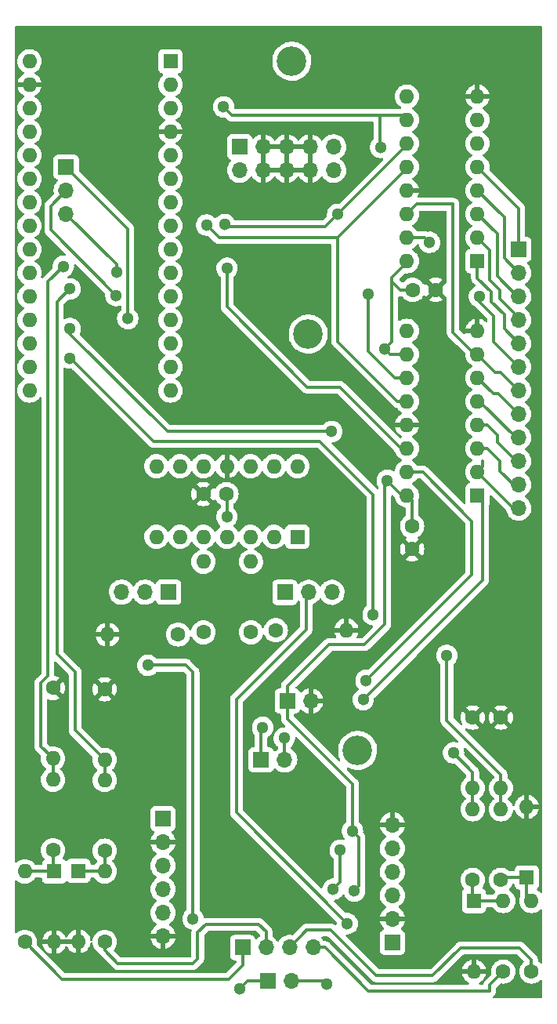
<source format=gbr>
%TF.GenerationSoftware,KiCad,Pcbnew,(6.0.1-0)*%
%TF.CreationDate,2022-12-12T12:20:09+02:00*%
%TF.ProjectId,EurorackDualPitchQuantizerBack,4575726f-7261-4636-9b44-75616c506974,rev?*%
%TF.SameCoordinates,Original*%
%TF.FileFunction,Copper,L2,Bot*%
%TF.FilePolarity,Positive*%
%FSLAX46Y46*%
G04 Gerber Fmt 4.6, Leading zero omitted, Abs format (unit mm)*
G04 Created by KiCad (PCBNEW (6.0.1-0)) date 2022-12-12 12:20:09*
%MOMM*%
%LPD*%
G01*
G04 APERTURE LIST*
%TA.AperFunction,ComponentPad*%
%ADD10R,1.700000X1.700000*%
%TD*%
%TA.AperFunction,ComponentPad*%
%ADD11O,1.700000X1.700000*%
%TD*%
%TA.AperFunction,ComponentPad*%
%ADD12R,1.600000X1.600000*%
%TD*%
%TA.AperFunction,ComponentPad*%
%ADD13O,1.600000X1.600000*%
%TD*%
%TA.AperFunction,ComponentPad*%
%ADD14C,1.600000*%
%TD*%
%TA.AperFunction,ComponentPad*%
%ADD15C,3.200000*%
%TD*%
%TA.AperFunction,ViaPad*%
%ADD16C,1.300000*%
%TD*%
%TA.AperFunction,Conductor*%
%ADD17C,0.350000*%
%TD*%
G04 APERTURE END LIST*
D10*
%TO.P,J7,1,Pin_1*%
%TO.N,Net-(A1-Pad12)*%
X19050000Y-32766000D03*
D11*
%TO.P,J7,2,Pin_2*%
%TO.N,Net-(A1-Pad11)*%
X19050000Y-35306000D03*
%TO.P,J7,3,Pin_3*%
%TO.N,Net-(A1-Pad10)*%
X19050000Y-37846000D03*
%TD*%
D12*
%TO.P,U2,1,QB*%
%TO.N,/l10*%
X63500000Y-42926000D03*
D13*
%TO.P,U2,2,QC*%
%TO.N,/l11*%
X63500000Y-40386000D03*
%TO.P,U2,3,QD*%
%TO.N,/l12*%
X63500000Y-37846000D03*
%TO.P,U2,4,QE*%
%TO.N,/l13*%
X63500000Y-35306000D03*
%TO.P,U2,5,QF*%
%TO.N,/l14*%
X63500000Y-32766000D03*
%TO.P,U2,6,QG*%
%TO.N,unconnected-(U2-Pad6)*%
X63500000Y-30226000D03*
%TO.P,U2,7,QH*%
%TO.N,unconnected-(U2-Pad7)*%
X63500000Y-27686000D03*
%TO.P,U2,8,GND*%
%TO.N,GND*%
X63500000Y-25146000D03*
%TO.P,U2,9,QH'*%
%TO.N,unconnected-(U2-Pad9)*%
X55880000Y-25146000D03*
%TO.P,U2,10,~{SRCLR}*%
%TO.N,Arduino 5V*%
X55880000Y-27686000D03*
%TO.P,U2,11,SRCLK*%
%TO.N,Net-(A1-Pad9)*%
X55880000Y-30226000D03*
%TO.P,U2,12,RCLK*%
%TO.N,Net-(A1-Pad8)*%
X55880000Y-32766000D03*
%TO.P,U2,13,~{OE}*%
%TO.N,GND*%
X55880000Y-35306000D03*
%TO.P,U2,14,SER*%
%TO.N,/l8*%
X55880000Y-37846000D03*
%TO.P,U2,15,QA*%
%TO.N,/l9*%
X55880000Y-40386000D03*
%TO.P,U2,16,VCC*%
%TO.N,Arduino 5V*%
X55880000Y-42926000D03*
%TD*%
D10*
%TO.P,J2,1,Pin_1*%
%TO.N,/l14*%
X67965000Y-41651000D03*
D11*
%TO.P,J2,2,Pin_2*%
%TO.N,/l13*%
X67965000Y-44191000D03*
%TO.P,J2,3,Pin_3*%
%TO.N,/l12*%
X67965000Y-46731000D03*
%TO.P,J2,4,Pin_4*%
%TO.N,/l11*%
X67965000Y-49271000D03*
%TO.P,J2,5,Pin_5*%
%TO.N,/l10*%
X67965000Y-51811000D03*
%TO.P,J2,6,Pin_6*%
%TO.N,/l9*%
X67965000Y-54351000D03*
%TO.P,J2,7,Pin_7*%
%TO.N,/l8*%
X67965000Y-56891000D03*
%TO.P,J2,8,Pin_8*%
%TO.N,/l7*%
X67965000Y-59431000D03*
%TO.P,J2,9,Pin_9*%
%TO.N,/l6*%
X67965000Y-61971000D03*
%TO.P,J2,10,Pin_10*%
%TO.N,/l5*%
X67965000Y-64511000D03*
%TO.P,J2,11,Pin_11*%
%TO.N,/l4*%
X67965000Y-67051000D03*
%TO.P,J2,12,Pin_12*%
%TO.N,/l3*%
X67965000Y-69591000D03*
%TD*%
D14*
%TO.P,R9,1*%
%TO.N,Net-(D3-Pad1)*%
X66040000Y-109728000D03*
D13*
%TO.P,R9,2*%
%TO.N,Net-(A1-Pad20)*%
X66040000Y-102108000D03*
%TD*%
D14*
%TO.P,R11,1*%
%TO.N,Net-(J1-Pad3)*%
X69342000Y-119634000D03*
D13*
%TO.P,R11,2*%
%TO.N,Net-(D3-Pad1)*%
X69342000Y-112014000D03*
%TD*%
D12*
%TO.P,D2,1,K*%
%TO.N,Net-(D2-Pad1)*%
X17754600Y-108813600D03*
D13*
%TO.P,D2,2,A*%
%TO.N,GND*%
X17754600Y-116433600D03*
%TD*%
D10*
%TO.P,J8,1,Pin_1*%
%TO.N,Net-(R18-Pad2)*%
X40889000Y-120650000D03*
D11*
%TO.P,J8,2,Pin_2*%
%TO.N,Net-(J8-Pad2)*%
X43429000Y-120650000D03*
%TD*%
D14*
%TO.P,R8,1*%
%TO.N,GND*%
X62992000Y-92202000D03*
D13*
%TO.P,R8,2*%
%TO.N,Net-(A1-Pad19)*%
X62992000Y-99822000D03*
%TD*%
D12*
%TO.P,U1,1,QB*%
%TO.N,/l2*%
X63500000Y-68224400D03*
D13*
%TO.P,U1,2,QC*%
%TO.N,/l3*%
X63500000Y-65684400D03*
%TO.P,U1,3,QD*%
%TO.N,/l4*%
X63500000Y-63144400D03*
%TO.P,U1,4,QE*%
%TO.N,/l5*%
X63500000Y-60604400D03*
%TO.P,U1,5,QF*%
%TO.N,/l6*%
X63500000Y-58064400D03*
%TO.P,U1,6,QG*%
%TO.N,/l7*%
X63500000Y-55524400D03*
%TO.P,U1,7,QH*%
%TO.N,/l8*%
X63500000Y-52984400D03*
%TO.P,U1,8,GND*%
%TO.N,GND*%
X63500000Y-50444400D03*
%TO.P,U1,9,QH'*%
%TO.N,unconnected-(U1-Pad9)*%
X55880000Y-50444400D03*
%TO.P,U1,10,~{SRCLR}*%
%TO.N,Arduino 5V*%
X55880000Y-52984400D03*
%TO.P,U1,11,SRCLK*%
%TO.N,Net-(A1-Pad9)*%
X55880000Y-55524400D03*
%TO.P,U1,12,RCLK*%
%TO.N,Net-(A1-Pad8)*%
X55880000Y-58064400D03*
%TO.P,U1,13,~{OE}*%
%TO.N,GND*%
X55880000Y-60604400D03*
%TO.P,U1,14,SER*%
%TO.N,Net-(A1-Pad7)*%
X55880000Y-63144400D03*
%TO.P,U1,15,QA*%
%TO.N,/l1*%
X55880000Y-65684400D03*
%TO.P,U1,16,VCC*%
%TO.N,Arduino 5V*%
X55880000Y-68224400D03*
%TD*%
D15*
%TO.P,REF\u002A\u002A,*%
%TO.N,*%
X43434000Y-21336000D03*
%TD*%
D14*
%TO.P,R7,1*%
%TO.N,GND*%
X66040000Y-92202000D03*
D13*
%TO.P,R7,2*%
%TO.N,Net-(A1-Pad20)*%
X66040000Y-99822000D03*
%TD*%
D14*
%TO.P,C1,1*%
%TO.N,Arduino 5V*%
X56438800Y-71526400D03*
%TO.P,C1,2*%
%TO.N,GND*%
X56438800Y-74026400D03*
%TD*%
%TO.P,R3,1*%
%TO.N,Net-(D1-Pad1)*%
X23215600Y-106578400D03*
D13*
%TO.P,R3,2*%
%TO.N,Net-(A1-Pad21)*%
X23215600Y-98958400D03*
%TD*%
D14*
%TO.P,R12,1*%
%TO.N,Net-(J1-Pad4)*%
X66294000Y-119634000D03*
D13*
%TO.P,R12,2*%
%TO.N,Net-(D4-Pad1)*%
X66294000Y-112014000D03*
%TD*%
D10*
%TO.P,J4,1,Pin_1*%
%TO.N,/l1*%
X40127000Y-96774000D03*
D11*
%TO.P,J4,2,Pin_2*%
%TO.N,/l2*%
X42667000Y-96774000D03*
%TD*%
D12*
%TO.P,D3,1,K*%
%TO.N,Net-(D3-Pad1)*%
X68834000Y-109474000D03*
D13*
%TO.P,D3,2,A*%
%TO.N,GND*%
X68834000Y-101854000D03*
%TD*%
D10*
%TO.P,J10,1,Pin_1*%
%TO.N,Arduino 5V*%
X42946000Y-90424000D03*
D11*
%TO.P,J10,2,Pin_2*%
%TO.N,GND*%
X45486000Y-90424000D03*
%TD*%
D14*
%TO.P,C3,1*%
%TO.N,+12V*%
X36372800Y-68072000D03*
%TO.P,C3,2*%
%TO.N,GND*%
X33872800Y-68072000D03*
%TD*%
%TO.P,R4,1*%
%TO.N,Net-(D2-Pad1)*%
X17627600Y-106527600D03*
D13*
%TO.P,R4,2*%
%TO.N,Net-(A1-Pad22)*%
X17627600Y-98907600D03*
%TD*%
D10*
%TO.P,J1,1,Pin_1*%
%TO.N,Net-(J1-Pad1)*%
X38110000Y-117043200D03*
D11*
%TO.P,J1,2,Pin_2*%
%TO.N,Net-(J1-Pad2)*%
X40650000Y-117043200D03*
%TO.P,J1,3,Pin_3*%
%TO.N,Net-(J1-Pad3)*%
X43190000Y-117043200D03*
%TO.P,J1,4,Pin_4*%
%TO.N,Net-(J1-Pad4)*%
X45730000Y-117043200D03*
%TD*%
D12*
%TO.P,D4,1,K*%
%TO.N,Net-(D4-Pad1)*%
X63119000Y-112014000D03*
D13*
%TO.P,D4,2,A*%
%TO.N,GND*%
X63119000Y-119634000D03*
%TD*%
D14*
%TO.P,R2,1*%
%TO.N,Net-(J1-Pad1)*%
X14579600Y-116433600D03*
D13*
%TO.P,R2,2*%
%TO.N,Net-(D2-Pad1)*%
X14579600Y-108813600D03*
%TD*%
D15*
%TO.P,REF\u002A\u002A,*%
%TO.N,*%
X50546000Y-95758000D03*
%TD*%
D12*
%TO.P,D1,1,K*%
%TO.N,Net-(D1-Pad1)*%
X20370800Y-108762800D03*
D13*
%TO.P,D1,2,A*%
%TO.N,GND*%
X20370800Y-116382800D03*
%TD*%
D14*
%TO.P,R5,1*%
%TO.N,GND*%
X23215600Y-89154000D03*
D13*
%TO.P,R5,2*%
%TO.N,Net-(A1-Pad21)*%
X23215600Y-96774000D03*
%TD*%
D14*
%TO.P,R10,1*%
%TO.N,Net-(D4-Pad1)*%
X62992000Y-109728000D03*
D13*
%TO.P,R10,2*%
%TO.N,Net-(A1-Pad19)*%
X62992000Y-102108000D03*
%TD*%
D14*
%TO.P,C2,1*%
%TO.N,Arduino 5V*%
X56489600Y-46024800D03*
%TO.P,C2,2*%
%TO.N,GND*%
X58989600Y-46024800D03*
%TD*%
%TO.P,R6,1*%
%TO.N,GND*%
X17627600Y-89001600D03*
D13*
%TO.P,R6,2*%
%TO.N,Net-(A1-Pad22)*%
X17627600Y-96621600D03*
%TD*%
D14*
%TO.P,R1,1*%
%TO.N,Net-(J1-Pad2)*%
X23215600Y-116433600D03*
D13*
%TO.P,R1,2*%
%TO.N,Net-(D1-Pad1)*%
X23215600Y-108813600D03*
%TD*%
D15*
%TO.P,REF\u002A\u002A,*%
%TO.N,*%
X45212000Y-50800000D03*
%TD*%
D10*
%TO.P,J3,1,Pin_1*%
%TO.N,+12V*%
X37800200Y-30576600D03*
D11*
%TO.P,J3,2,Pin_2*%
X37800200Y-33116600D03*
%TO.P,J3,3,Pin_3*%
%TO.N,GND*%
X40340200Y-30576600D03*
%TO.P,J3,4,Pin_4*%
X40340200Y-33116600D03*
%TO.P,J3,5,Pin_5*%
X42880200Y-30576600D03*
%TO.P,J3,6,Pin_6*%
X42880200Y-33116600D03*
%TO.P,J3,7,Pin_7*%
X45420200Y-30576600D03*
%TO.P,J3,8,Pin_8*%
X45420200Y-33116600D03*
%TO.P,J3,9,Pin_9*%
%TO.N,Net-(J3-Pad10)*%
X47960200Y-30576600D03*
%TO.P,J3,10,Pin_10*%
X47960200Y-33116600D03*
%TD*%
D10*
%TO.P,R18,1*%
%TO.N,Net-(R16-Pad1)*%
X30124400Y-78663800D03*
D11*
%TO.P,R18,2*%
%TO.N,Net-(R18-Pad2)*%
X27584400Y-78663800D03*
%TO.P,R18,3*%
%TO.N,N/C*%
X25044400Y-78663800D03*
%TD*%
D14*
%TO.P,R14,1*%
%TO.N,Net-(J6-Pad1)*%
X33883600Y-83007200D03*
D13*
%TO.P,R14,2*%
%TO.N,Net-(R14-Pad2)*%
X33883600Y-75387200D03*
%TD*%
D12*
%TO.P,A1,1,D1/TX*%
%TO.N,unconnected-(A1-Pad1)*%
X30327600Y-21336000D03*
D13*
%TO.P,A1,2,D0/RX*%
%TO.N,unconnected-(A1-Pad2)*%
X30327600Y-23876000D03*
%TO.P,A1,3,~{RESET}*%
%TO.N,Arduino 5V*%
X30327600Y-26416000D03*
%TO.P,A1,4,GND*%
%TO.N,GND*%
X30327600Y-28956000D03*
%TO.P,A1,5,D2*%
%TO.N,unconnected-(A1-Pad5)*%
X30327600Y-31496000D03*
%TO.P,A1,6,D3*%
%TO.N,unconnected-(A1-Pad6)*%
X30327600Y-34036000D03*
%TO.P,A1,7,D4*%
%TO.N,Net-(A1-Pad7)*%
X30327600Y-36576000D03*
%TO.P,A1,8,D5*%
%TO.N,Net-(A1-Pad8)*%
X30327600Y-39116000D03*
%TO.P,A1,9,D6*%
%TO.N,Net-(A1-Pad9)*%
X30327600Y-41656000D03*
%TO.P,A1,10,D7*%
%TO.N,Net-(A1-Pad10)*%
X30327600Y-44196000D03*
%TO.P,A1,11,D8*%
%TO.N,Net-(A1-Pad11)*%
X30327600Y-46736000D03*
%TO.P,A1,12,D9*%
%TO.N,Net-(A1-Pad12)*%
X30327600Y-49276000D03*
%TO.P,A1,13,D10*%
%TO.N,unconnected-(A1-Pad13)*%
X30327600Y-51816000D03*
%TO.P,A1,14,D11*%
%TO.N,unconnected-(A1-Pad14)*%
X30327600Y-54356000D03*
%TO.P,A1,15,D12*%
%TO.N,unconnected-(A1-Pad15)*%
X30327600Y-56896000D03*
%TO.P,A1,16,D13*%
%TO.N,unconnected-(A1-Pad16)*%
X15087600Y-56896000D03*
%TO.P,A1,17,3V3*%
%TO.N,unconnected-(A1-Pad17)*%
X15087600Y-54356000D03*
%TO.P,A1,18,AREF*%
%TO.N,unconnected-(A1-Pad18)*%
X15087600Y-51816000D03*
%TO.P,A1,19,A0*%
%TO.N,Net-(A1-Pad19)*%
X15087600Y-49276000D03*
%TO.P,A1,20,A1*%
%TO.N,Net-(A1-Pad20)*%
X15087600Y-46736000D03*
%TO.P,A1,21,A2*%
%TO.N,Net-(A1-Pad21)*%
X15087600Y-44196000D03*
%TO.P,A1,22,A3*%
%TO.N,Net-(A1-Pad22)*%
X15087600Y-41656000D03*
%TO.P,A1,23,A4*%
%TO.N,Net-(A1-Pad23)*%
X15087600Y-39116000D03*
%TO.P,A1,24,A5*%
%TO.N,Net-(A1-Pad24)*%
X15087600Y-36576000D03*
%TO.P,A1,25,A6*%
%TO.N,unconnected-(A1-Pad25)*%
X15087600Y-34036000D03*
%TO.P,A1,26,A7*%
%TO.N,unconnected-(A1-Pad26)*%
X15087600Y-31496000D03*
%TO.P,A1,27,+5V*%
%TO.N,Arduino 5V*%
X15087600Y-28956000D03*
%TO.P,A1,28,~{RESET}*%
X15087600Y-26416000D03*
%TO.P,A1,29,GND*%
%TO.N,GND*%
X15087600Y-23876000D03*
%TO.P,A1,30,VIN*%
%TO.N,+12V*%
X15087600Y-21336000D03*
%TD*%
D14*
%TO.P,R16,1*%
%TO.N,Net-(R16-Pad1)*%
X31140400Y-83235800D03*
D13*
%TO.P,R16,2*%
%TO.N,GND*%
X23520400Y-83235800D03*
%TD*%
D12*
%TO.P,U3,1*%
%TO.N,Net-(J8-Pad2)*%
X44048600Y-72684800D03*
D13*
%TO.P,U3,2,-*%
%TO.N,Net-(R15-Pad1)*%
X41508600Y-72684800D03*
%TO.P,U3,3,+*%
%TO.N,Net-(R13-Pad2)*%
X38968600Y-72684800D03*
%TO.P,U3,4,V+*%
%TO.N,+12V*%
X36428600Y-72684800D03*
%TO.P,U3,5,+*%
%TO.N,Net-(R14-Pad2)*%
X33888600Y-72684800D03*
%TO.P,U3,6,-*%
%TO.N,Net-(R16-Pad1)*%
X31348600Y-72684800D03*
%TO.P,U3,7*%
%TO.N,Net-(R18-Pad2)*%
X28808600Y-72684800D03*
%TO.P,U3,8*%
%TO.N,unconnected-(U3-Pad8)*%
X28808600Y-65064800D03*
%TO.P,U3,9,-*%
%TO.N,unconnected-(U3-Pad9)*%
X31348600Y-65064800D03*
%TO.P,U3,10,+*%
%TO.N,unconnected-(U3-Pad10)*%
X33888600Y-65064800D03*
%TO.P,U3,11,V-*%
%TO.N,GND*%
X36428600Y-65064800D03*
%TO.P,U3,12,+*%
%TO.N,unconnected-(U3-Pad12)*%
X38968600Y-65064800D03*
%TO.P,U3,13,-*%
%TO.N,unconnected-(U3-Pad13)*%
X41508600Y-65064800D03*
%TO.P,U3,14*%
%TO.N,unconnected-(U3-Pad14)*%
X44048600Y-65064800D03*
%TD*%
D10*
%TO.P,J6,1,Pin_1*%
%TO.N,Net-(J6-Pad1)*%
X29514800Y-103124000D03*
D11*
%TO.P,J6,2,Pin_2*%
%TO.N,GND*%
X29514800Y-105664000D03*
%TO.P,J6,3,Pin_3*%
%TO.N,Net-(A1-Pad24)*%
X29514800Y-108204000D03*
%TO.P,J6,4,Pin_4*%
%TO.N,Net-(A1-Pad23)*%
X29514800Y-110744000D03*
%TO.P,J6,5,Pin_5*%
%TO.N,Arduino 5V*%
X29514800Y-113284000D03*
%TO.P,J6,6,Pin_6*%
%TO.N,GND*%
X29514800Y-115824000D03*
%TD*%
D14*
%TO.P,R15,1*%
%TO.N,Net-(R15-Pad1)*%
X41706800Y-82778600D03*
D13*
%TO.P,R15,2*%
%TO.N,GND*%
X49326800Y-82778600D03*
%TD*%
D14*
%TO.P,R13,1*%
%TO.N,Net-(J5-Pad1)*%
X39014400Y-83007200D03*
D13*
%TO.P,R13,2*%
%TO.N,Net-(R13-Pad2)*%
X39014400Y-75387200D03*
%TD*%
D10*
%TO.P,R17,1*%
%TO.N,Net-(R15-Pad1)*%
X42697400Y-78689200D03*
D11*
%TO.P,R17,2*%
%TO.N,Net-(J8-Pad2)*%
X45237400Y-78689200D03*
%TO.P,R17,3*%
%TO.N,N/C*%
X47777400Y-78689200D03*
%TD*%
D10*
%TO.P,J5,1,Pin_1*%
%TO.N,Net-(J5-Pad1)*%
X54305200Y-116484400D03*
D11*
%TO.P,J5,2,Pin_2*%
%TO.N,GND*%
X54305200Y-113944400D03*
%TO.P,J5,3,Pin_3*%
%TO.N,Net-(A1-Pad24)*%
X54305200Y-111404400D03*
%TO.P,J5,4,Pin_4*%
%TO.N,Net-(A1-Pad23)*%
X54305200Y-108864400D03*
%TO.P,J5,5,Pin_5*%
%TO.N,Arduino 5V*%
X54305200Y-106324400D03*
%TO.P,J5,6,Pin_6*%
%TO.N,GND*%
X54305200Y-103784400D03*
%TD*%
D16*
%TO.N,GND*%
X14986000Y-81026000D03*
X25146000Y-31750000D03*
X23368000Y-22606000D03*
%TO.N,Arduino 5V*%
X53746400Y-66598800D03*
X49987200Y-104444800D03*
X53035200Y-30632400D03*
X50190400Y-110947200D03*
X36068000Y-26263600D03*
X53492400Y-52374800D03*
%TO.N,GND*%
X60807600Y-71526400D03*
X60299600Y-63144400D03*
X33832800Y-50901600D03*
X24180800Y-67665600D03*
X62331600Y-47955200D03*
X51765200Y-115265200D03*
%TO.N,Net-(A1-Pad7)*%
X36423600Y-43688000D03*
%TO.N,Net-(A1-Pad8)*%
X34239200Y-39014400D03*
%TO.N,Net-(A1-Pad9)*%
X36169600Y-38963600D03*
X51714400Y-46482000D03*
X48387000Y-37871400D03*
%TO.N,Net-(A1-Pad10)*%
X24485600Y-44094400D03*
%TO.N,Net-(A1-Pad11)*%
X24434800Y-46634400D03*
%TO.N,Net-(A1-Pad12)*%
X25704800Y-49123600D03*
%TO.N,Net-(A1-Pad19)*%
X52222400Y-81076800D03*
X60909200Y-96012000D03*
X19475700Y-53390800D03*
%TO.N,Net-(A1-Pad20)*%
X47752000Y-61315600D03*
X19475700Y-50190400D03*
X60198000Y-85496400D03*
%TO.N,Net-(A1-Pad21)*%
X19475700Y-45923200D03*
%TO.N,Net-(A1-Pad22)*%
X18745200Y-43484800D03*
%TO.N,Net-(A1-Pad23)*%
X48666400Y-106527600D03*
X47904400Y-110744000D03*
%TO.N,+12V*%
X36423600Y-70510400D03*
%TO.N,/l9*%
X63703200Y-46736000D03*
X58318400Y-40894000D03*
%TO.N,/l2*%
X51155600Y-90271600D03*
X42621200Y-94437200D03*
%TO.N,/l1*%
X40284400Y-93268800D03*
X51460400Y-88188800D03*
%TO.N,Net-(R18-Pad2)*%
X37846000Y-121462800D03*
X27889200Y-86563200D03*
X32766000Y-113950500D03*
%TO.N,Net-(J8-Pad2)*%
X47193200Y-121005600D03*
X49428400Y-114452400D03*
%TD*%
D17*
%TO.N,Arduino 5V*%
X42946000Y-88829200D02*
X47447200Y-84328000D01*
X54254400Y-45110400D02*
X54254400Y-44704000D01*
X54254400Y-45110400D02*
X55168800Y-46024800D01*
X52943600Y-27188000D02*
X55382000Y-27188000D01*
X55880000Y-52984400D02*
X54102000Y-52984400D01*
X55382000Y-27188000D02*
X55880000Y-27686000D01*
X42946000Y-92323600D02*
X49987200Y-99364800D01*
X55372000Y-68224400D02*
X53746400Y-66598800D01*
X54102000Y-52984400D02*
X53492400Y-52374800D01*
X54254400Y-45110400D02*
X54254400Y-51612800D01*
X42946000Y-90424000D02*
X42946000Y-92323600D01*
X55168800Y-46024800D02*
X56489600Y-46024800D01*
X52943600Y-30540800D02*
X53035200Y-30632400D01*
X50698400Y-105156000D02*
X50698400Y-110439200D01*
X52943600Y-27188000D02*
X52943600Y-30540800D01*
X50698400Y-110439200D02*
X50190400Y-110947200D01*
X55880000Y-68224400D02*
X55372000Y-68224400D01*
X56438800Y-71526400D02*
X56438800Y-68783200D01*
X47447200Y-84328000D02*
X51257200Y-84328000D01*
X52943600Y-27188000D02*
X36992400Y-27188000D01*
X53492400Y-66852800D02*
X53746400Y-66598800D01*
X42946000Y-90424000D02*
X42946000Y-88829200D01*
X56438800Y-68783200D02*
X55880000Y-68224400D01*
X49987200Y-104444800D02*
X50698400Y-105156000D01*
X54254400Y-51612800D02*
X53492400Y-52374800D01*
X51257200Y-84328000D02*
X53492400Y-82092800D01*
X55880000Y-43078400D02*
X55880000Y-42926000D01*
X53492400Y-82092800D02*
X53492400Y-66852800D01*
X49987200Y-99364800D02*
X49987200Y-104444800D01*
X54254400Y-44704000D02*
X55880000Y-43078400D01*
X36992400Y-27188000D02*
X36068000Y-26263600D01*
%TO.N,Net-(A1-Pad7)*%
X36423600Y-43688000D02*
X36423600Y-47853600D01*
X45096898Y-56526898D02*
X48602098Y-56526898D01*
X48602098Y-56526898D02*
X55219600Y-63144400D01*
X55219600Y-63144400D02*
X55880000Y-63144400D01*
X36423600Y-47853600D02*
X45096898Y-56526898D01*
%TO.N,Net-(A1-Pad8)*%
X55880000Y-32918400D02*
X48406300Y-40392100D01*
X48406300Y-51606700D02*
X54864000Y-58064400D01*
X35616900Y-40392100D02*
X34239200Y-39014400D01*
X48406300Y-40392100D02*
X35616900Y-40392100D01*
X55880000Y-32766000D02*
X55880000Y-32918400D01*
X54864000Y-58064400D02*
X55880000Y-58064400D01*
X48406300Y-40392100D02*
X48406300Y-51606700D01*
%TO.N,Net-(A1-Pad9)*%
X48387000Y-37871400D02*
X47040800Y-39217600D01*
X36423600Y-39217600D02*
X36169600Y-38963600D01*
X51714400Y-52628800D02*
X51714400Y-46482000D01*
X55880000Y-30378400D02*
X48387000Y-37871400D01*
X55880000Y-30226000D02*
X55880000Y-30378400D01*
X55880000Y-55524400D02*
X54610000Y-55524400D01*
X47040800Y-39217600D02*
X36423600Y-39217600D01*
X54610000Y-55524400D02*
X51714400Y-52628800D01*
%TO.N,Net-(A1-Pad10)*%
X24485600Y-43281600D02*
X24485600Y-44094400D01*
X19050000Y-37846000D02*
X24485600Y-43281600D01*
%TO.N,Net-(A1-Pad11)*%
X17373600Y-39573200D02*
X24434800Y-46634400D01*
X19050000Y-35306000D02*
X17373600Y-36982400D01*
X17373600Y-36982400D02*
X17373600Y-39573200D01*
%TO.N,Net-(A1-Pad12)*%
X19050000Y-32766000D02*
X25704800Y-39420800D01*
X25704800Y-39420800D02*
X25704800Y-49123600D01*
%TO.N,Net-(A1-Pad19)*%
X52222400Y-81076800D02*
X52222400Y-68122800D01*
X62992000Y-98094800D02*
X62992000Y-99822000D01*
X46482000Y-62382400D02*
X28498800Y-62382400D01*
X60909200Y-96012000D02*
X62992000Y-98094800D01*
X19507200Y-53390800D02*
X19475700Y-53390800D01*
X28498800Y-62382400D02*
X19507200Y-53390800D01*
X52222400Y-68122800D02*
X46482000Y-62382400D01*
X62992000Y-99822000D02*
X62992000Y-102108000D01*
%TO.N,Net-(A1-Pad20)*%
X30022800Y-61315600D02*
X19475700Y-50768500D01*
X66040000Y-99822000D02*
X66040000Y-98348800D01*
X66040000Y-99822000D02*
X66040000Y-102108000D01*
X19475700Y-50768500D02*
X19475700Y-50190400D01*
X60198000Y-92506800D02*
X60198000Y-85496400D01*
X66040000Y-98348800D02*
X60198000Y-92506800D01*
X47752000Y-61315600D02*
X30022800Y-61315600D01*
%TO.N,Net-(A1-Pad21)*%
X18073101Y-47325799D02*
X19475700Y-45923200D01*
X23215600Y-96774000D02*
X20015200Y-93573600D01*
X20015200Y-93573600D02*
X20015200Y-87274400D01*
X20015200Y-87274400D02*
X18073101Y-85332301D01*
X23215600Y-96774000D02*
X23215600Y-98958400D01*
X18073101Y-85332301D02*
X18073101Y-47325799D01*
%TO.N,Net-(A1-Pad22)*%
X17068800Y-87686567D02*
X17068800Y-45161200D01*
X16302600Y-95296600D02*
X16302600Y-88452767D01*
X17627600Y-96621600D02*
X16302600Y-95296600D01*
X17068800Y-45161200D02*
X18745200Y-43484800D01*
X16302600Y-88452767D02*
X17068800Y-87686567D01*
X17627600Y-96621600D02*
X17627600Y-98907600D01*
%TO.N,Net-(A1-Pad23)*%
X47904400Y-110744000D02*
X48666400Y-109982000D01*
X48666400Y-109982000D02*
X48666400Y-106527600D01*
%TO.N,+12V*%
X36423600Y-68122800D02*
X36372800Y-68072000D01*
X36423600Y-70510400D02*
X36423600Y-68122800D01*
%TO.N,Net-(D1-Pad1)*%
X23215600Y-106578400D02*
X23215600Y-108813600D01*
X23164800Y-108762800D02*
X23215600Y-108813600D01*
X20370800Y-108762800D02*
X23164800Y-108762800D01*
%TO.N,Net-(D2-Pad1)*%
X14579600Y-108813600D02*
X17754600Y-108813600D01*
X17627600Y-106527600D02*
X17627600Y-108686600D01*
X17627600Y-108686600D02*
X17754600Y-108813600D01*
%TO.N,Net-(D3-Pad1)*%
X68783200Y-109474000D02*
X68376800Y-109067600D01*
X66294000Y-109474000D02*
X66040000Y-109728000D01*
X68834000Y-109474000D02*
X66294000Y-109474000D01*
X68834000Y-109474000D02*
X68783200Y-109474000D01*
X68834000Y-109474000D02*
X68834000Y-111506000D01*
X68834000Y-111506000D02*
X69342000Y-112014000D01*
%TO.N,Net-(D4-Pad1)*%
X66294000Y-112014000D02*
X63119000Y-112014000D01*
X62992000Y-109728000D02*
X62992000Y-111887000D01*
X62992000Y-111887000D02*
X63119000Y-112014000D01*
%TO.N,Net-(J1-Pad1)*%
X18592800Y-120446800D02*
X14579600Y-116433600D01*
X38110000Y-118963600D02*
X36626800Y-120446800D01*
X38110000Y-117043200D02*
X38110000Y-118963600D01*
X36626800Y-120446800D02*
X18592800Y-120446800D01*
%TO.N,Net-(J1-Pad2)*%
X32766000Y-118770400D02*
X24638000Y-118770400D01*
X39878000Y-114554000D02*
X34137600Y-114554000D01*
X40650000Y-115326000D02*
X39878000Y-114554000D01*
X33274000Y-118262400D02*
X32766000Y-118770400D01*
X34137600Y-114554000D02*
X33274000Y-115417600D01*
X24638000Y-118770400D02*
X23215600Y-117348000D01*
X33274000Y-115417600D02*
X33274000Y-118262400D01*
X40650000Y-117043200D02*
X40650000Y-115326000D01*
X23215600Y-117348000D02*
X23215600Y-116433600D01*
%TO.N,Net-(J1-Pad3)*%
X69342000Y-118364000D02*
X69342000Y-119634000D01*
X43190000Y-117043200D02*
X44565000Y-115668200D01*
X44565000Y-115668200D02*
X44565000Y-115607400D01*
X44565000Y-115607400D02*
X45008800Y-115163600D01*
X68072000Y-117094000D02*
X69342000Y-118364000D01*
X45008800Y-115163600D02*
X47650400Y-115163600D01*
X52578000Y-120091200D02*
X58674000Y-120091200D01*
X47650400Y-115163600D02*
X52578000Y-120091200D01*
X61671200Y-117094000D02*
X68072000Y-117094000D01*
X58674000Y-120091200D02*
X61671200Y-117094000D01*
%TO.N,Net-(J1-Pad4)*%
X64820800Y-121716800D02*
X64820800Y-121107200D01*
X47040800Y-117043200D02*
X51714400Y-121716800D01*
X64820800Y-121107200D02*
X66294000Y-119634000D01*
X45730000Y-117043200D02*
X47040800Y-117043200D01*
X51714400Y-121716800D02*
X64820800Y-121716800D01*
%TO.N,/l12*%
X65633600Y-44551600D02*
X65633600Y-39979600D01*
X65633600Y-39979600D02*
X63500000Y-37846000D01*
X67813000Y-46731000D02*
X65633600Y-44551600D01*
X67965000Y-46731000D02*
X67813000Y-46731000D01*
%TO.N,/l11*%
X67965000Y-49016600D02*
X65950099Y-47001699D01*
X65950099Y-46087299D02*
X64844198Y-44981398D01*
X65950099Y-47001699D02*
X65950099Y-46087299D01*
X64844198Y-44981398D02*
X64844198Y-41730198D01*
X67965000Y-49271000D02*
X67965000Y-49016600D01*
X64844198Y-41730198D02*
X63500000Y-40386000D01*
%TO.N,/l10*%
X67965000Y-51811000D02*
X66395600Y-50241600D01*
X63500000Y-44754800D02*
X63500000Y-42926000D01*
X64973200Y-46228000D02*
X63500000Y-44754800D01*
X66395600Y-50241600D02*
X66395600Y-48717200D01*
X66395600Y-48717200D02*
X64973200Y-47294800D01*
X64973200Y-47294800D02*
X64973200Y-46228000D01*
X67950000Y-51826000D02*
X67965000Y-51811000D01*
%TO.N,/l9*%
X55880000Y-40386000D02*
X57810400Y-40386000D01*
X65278000Y-51664000D02*
X65278000Y-48869600D01*
X57810400Y-40386000D02*
X58318400Y-40894000D01*
X65278000Y-48869600D02*
X63703200Y-47294800D01*
X67965000Y-54351000D02*
X65278000Y-51664000D01*
X63703200Y-47294800D02*
X63703200Y-46736000D01*
%TO.N,/l8*%
X65430800Y-54915200D02*
X65989200Y-54915200D01*
X60858400Y-50596800D02*
X60858400Y-36779200D01*
X65989200Y-54915200D02*
X67965000Y-56891000D01*
X63246000Y-52984400D02*
X60858400Y-50596800D01*
X63500000Y-52984400D02*
X63246000Y-52984400D01*
X63500000Y-52984400D02*
X65430800Y-54915200D01*
X67950000Y-56906000D02*
X67965000Y-56891000D01*
X60858400Y-36779200D02*
X56946800Y-36779200D01*
X56946800Y-36779200D02*
X55880000Y-37846000D01*
%TO.N,/l7*%
X64018000Y-55524400D02*
X63500000Y-55524400D01*
X65227600Y-57252000D02*
X65786000Y-57252000D01*
X64063800Y-55478600D02*
X64018000Y-55524400D01*
X63500000Y-55524400D02*
X65227600Y-57252000D01*
X65786000Y-57252000D02*
X67965000Y-59431000D01*
%TO.N,/l6*%
X63754000Y-58064400D02*
X67660600Y-61971000D01*
X67660600Y-61971000D02*
X67965000Y-61971000D01*
X67950000Y-61986000D02*
X67965000Y-61971000D01*
X63500000Y-58064400D02*
X63754000Y-58064400D01*
%TO.N,/l5*%
X64018000Y-60604400D02*
X63500000Y-60604400D01*
X64541033Y-60604400D02*
X65633600Y-61696967D01*
X65633600Y-61696967D02*
X65633600Y-62484000D01*
X65633600Y-62484000D02*
X67660600Y-64511000D01*
X67660600Y-64511000D02*
X67965000Y-64511000D01*
X64063800Y-60558600D02*
X64018000Y-60604400D01*
X63500000Y-60604400D02*
X64541033Y-60604400D01*
%TO.N,/l4*%
X65938400Y-64541767D02*
X65938400Y-65582800D01*
X65938400Y-65582800D02*
X67406600Y-67051000D01*
X64541033Y-63144400D02*
X65938400Y-64541767D01*
X63500000Y-63144400D02*
X64541033Y-63144400D01*
X67406600Y-67051000D02*
X67965000Y-67051000D01*
%TO.N,/l3*%
X65532000Y-67767200D02*
X67355800Y-69591000D01*
X63500000Y-65684400D02*
X65532000Y-67716400D01*
X64063800Y-65120600D02*
X63500000Y-65684400D01*
X65532000Y-67716400D02*
X65532000Y-67767200D01*
X64063800Y-64511000D02*
X64063800Y-65120600D01*
X67355800Y-69591000D02*
X67965000Y-69591000D01*
%TO.N,/l2*%
X64048800Y-68773200D02*
X64048800Y-77378400D01*
X63500000Y-68224400D02*
X64048800Y-68773200D01*
X64048800Y-77378400D02*
X51155600Y-90271600D01*
X42667000Y-94483000D02*
X42621200Y-94437200D01*
X42667000Y-96774000D02*
X42667000Y-94483000D01*
%TO.N,/l1*%
X62890400Y-70987600D02*
X62890400Y-76758800D01*
X40127000Y-93426200D02*
X40127000Y-96774000D01*
X57587200Y-65684400D02*
X62890400Y-70987600D01*
X40284400Y-93268800D02*
X40127000Y-93426200D01*
X55880000Y-65684400D02*
X57587200Y-65684400D01*
X62890400Y-76758800D02*
X51460400Y-88188800D01*
%TO.N,/l13*%
X66395600Y-42621600D02*
X67965000Y-44191000D01*
X67858400Y-44297600D02*
X67965000Y-44191000D01*
X66395600Y-38201600D02*
X66395600Y-42621600D01*
X63500000Y-35306000D02*
X66395600Y-38201600D01*
%TO.N,/l14*%
X67965000Y-37231000D02*
X67965000Y-41651000D01*
X63500000Y-32766000D02*
X67965000Y-37231000D01*
%TO.N,Net-(R18-Pad2)*%
X32766000Y-113950500D02*
X32766000Y-87325200D01*
X32004000Y-86563200D02*
X27889200Y-86563200D01*
X38658800Y-120650000D02*
X37846000Y-121462800D01*
X32766000Y-87325200D02*
X32004000Y-86563200D01*
X40889000Y-120650000D02*
X38658800Y-120650000D01*
%TO.N,Net-(J8-Pad2)*%
X37439600Y-102463600D02*
X37439600Y-90271600D01*
X37439600Y-90271600D02*
X44973000Y-82738200D01*
X43429000Y-120650000D02*
X46837600Y-120650000D01*
X49428400Y-114452400D02*
X37439600Y-102463600D01*
X44973000Y-78953600D02*
X45237400Y-78689200D01*
X44973000Y-82738200D02*
X44973000Y-78953600D01*
X46837600Y-120650000D02*
X47193200Y-121005600D01*
%TD*%
%TA.AperFunction,Conductor*%
%TO.N,GND*%
G36*
X47383216Y-115867102D02*
G01*
X47404190Y-115884005D01*
X52074844Y-120554659D01*
X52080698Y-120560924D01*
X52117290Y-120602870D01*
X52167655Y-120638266D01*
X52172920Y-120642178D01*
X52221328Y-120680135D01*
X52228252Y-120683261D01*
X52232561Y-120685871D01*
X52241976Y-120691242D01*
X52246424Y-120693627D01*
X52252639Y-120697995D01*
X52309957Y-120720342D01*
X52316029Y-120722894D01*
X52372105Y-120748214D01*
X52379582Y-120749600D01*
X52384402Y-120751110D01*
X52394818Y-120754078D01*
X52399698Y-120755331D01*
X52406772Y-120758089D01*
X52414303Y-120759081D01*
X52414305Y-120759081D01*
X52467777Y-120766121D01*
X52474290Y-120767153D01*
X52527299Y-120776977D01*
X52527301Y-120776977D01*
X52534768Y-120778361D01*
X52542349Y-120777924D01*
X52542350Y-120777924D01*
X52594643Y-120774909D01*
X52601895Y-120774700D01*
X58645955Y-120774700D01*
X58654524Y-120774992D01*
X58702458Y-120778260D01*
X58702462Y-120778260D01*
X58710034Y-120778776D01*
X58717511Y-120777471D01*
X58717514Y-120777471D01*
X58770647Y-120768198D01*
X58777171Y-120767235D01*
X58830691Y-120760758D01*
X58838235Y-120759845D01*
X58845345Y-120757158D01*
X58850248Y-120755954D01*
X58860734Y-120753086D01*
X58865526Y-120751639D01*
X58873004Y-120750334D01*
X58879957Y-120747282D01*
X58929341Y-120725605D01*
X58935446Y-120723114D01*
X58985882Y-120704055D01*
X58985885Y-120704053D01*
X58992989Y-120701369D01*
X58999246Y-120697069D01*
X59003714Y-120694733D01*
X59013160Y-120689475D01*
X59017526Y-120686893D01*
X59024485Y-120683838D01*
X59073304Y-120646377D01*
X59078623Y-120642514D01*
X59123065Y-120611969D01*
X59129326Y-120607666D01*
X59169233Y-120562876D01*
X59174213Y-120557602D01*
X60369312Y-119362503D01*
X61837606Y-119362503D01*
X61837942Y-119376599D01*
X61845884Y-119380000D01*
X62846885Y-119380000D01*
X62862124Y-119375525D01*
X62863329Y-119374135D01*
X62865000Y-119366452D01*
X62865000Y-119361885D01*
X63373000Y-119361885D01*
X63377475Y-119377124D01*
X63378865Y-119378329D01*
X63386548Y-119380000D01*
X64386967Y-119380000D01*
X64400498Y-119376027D01*
X64401727Y-119367478D01*
X64354236Y-119190239D01*
X64350490Y-119179947D01*
X64258414Y-118982489D01*
X64252931Y-118972993D01*
X64127972Y-118794533D01*
X64120916Y-118786125D01*
X63966875Y-118632084D01*
X63958467Y-118625028D01*
X63780007Y-118500069D01*
X63770511Y-118494586D01*
X63573053Y-118402510D01*
X63562761Y-118398764D01*
X63390497Y-118352606D01*
X63376401Y-118352942D01*
X63373000Y-118360884D01*
X63373000Y-119361885D01*
X62865000Y-119361885D01*
X62865000Y-118366033D01*
X62861027Y-118352502D01*
X62852478Y-118351273D01*
X62675239Y-118398764D01*
X62664947Y-118402510D01*
X62467489Y-118494586D01*
X62457993Y-118500069D01*
X62279533Y-118625028D01*
X62271125Y-118632084D01*
X62117084Y-118786125D01*
X62110028Y-118794533D01*
X61985069Y-118972993D01*
X61979586Y-118982489D01*
X61887510Y-119179947D01*
X61883764Y-119190239D01*
X61837606Y-119362503D01*
X60369312Y-119362503D01*
X61917410Y-117814405D01*
X61979722Y-117780379D01*
X62006505Y-117777500D01*
X67736695Y-117777500D01*
X67804816Y-117797502D01*
X67825790Y-117814405D01*
X68479349Y-118467964D01*
X68513375Y-118530276D01*
X68508310Y-118601091D01*
X68479353Y-118646149D01*
X68335802Y-118789700D01*
X68204477Y-118977251D01*
X68202154Y-118982233D01*
X68202151Y-118982238D01*
X68159445Y-119073823D01*
X68107716Y-119184757D01*
X68106294Y-119190065D01*
X68106293Y-119190067D01*
X68049881Y-119400598D01*
X68048457Y-119405913D01*
X68028502Y-119634000D01*
X68048457Y-119862087D01*
X68049881Y-119867400D01*
X68049881Y-119867402D01*
X68098832Y-120050086D01*
X68107716Y-120083243D01*
X68110039Y-120088224D01*
X68110039Y-120088225D01*
X68202151Y-120285762D01*
X68202154Y-120285767D01*
X68204477Y-120290749D01*
X68222953Y-120317135D01*
X68279360Y-120397692D01*
X68335802Y-120478300D01*
X68497700Y-120640198D01*
X68502208Y-120643355D01*
X68502211Y-120643357D01*
X68580242Y-120697995D01*
X68685251Y-120771523D01*
X68690233Y-120773846D01*
X68690238Y-120773849D01*
X68843334Y-120845238D01*
X68892757Y-120868284D01*
X68898065Y-120869706D01*
X68898067Y-120869707D01*
X69108598Y-120926119D01*
X69108600Y-120926119D01*
X69113913Y-120927543D01*
X69342000Y-120947498D01*
X69570087Y-120927543D01*
X69575400Y-120926119D01*
X69575402Y-120926119D01*
X69785933Y-120869707D01*
X69785935Y-120869706D01*
X69791243Y-120868284D01*
X69840666Y-120845238D01*
X69993762Y-120773849D01*
X69993767Y-120773846D01*
X69998749Y-120771523D01*
X70103758Y-120697995D01*
X70181789Y-120643357D01*
X70181792Y-120643355D01*
X70186300Y-120640198D01*
X70276905Y-120549593D01*
X70339217Y-120515567D01*
X70410032Y-120520632D01*
X70466868Y-120563179D01*
X70491679Y-120629699D01*
X70492000Y-120638688D01*
X70492000Y-122366000D01*
X70471998Y-122434121D01*
X70418342Y-122480614D01*
X70366000Y-122492000D01*
X65308072Y-122492000D01*
X65239951Y-122471998D01*
X65193458Y-122418342D01*
X65183354Y-122348068D01*
X65212848Y-122283488D01*
X65225244Y-122271050D01*
X65234972Y-122262564D01*
X65246431Y-122253676D01*
X65269863Y-122237571D01*
X65269865Y-122237569D01*
X65276126Y-122233266D01*
X65281175Y-122227599D01*
X65281182Y-122227593D01*
X65297267Y-122209539D01*
X65308514Y-122198409D01*
X65326744Y-122182506D01*
X65326748Y-122182502D01*
X65332470Y-122177510D01*
X65353198Y-122148017D01*
X65362204Y-122136655D01*
X65381126Y-122115418D01*
X65386178Y-122109748D01*
X65401053Y-122081654D01*
X65409317Y-122068168D01*
X65411221Y-122065459D01*
X65427595Y-122042161D01*
X65432200Y-122030351D01*
X65440685Y-122008586D01*
X65446726Y-121995392D01*
X65460035Y-121970256D01*
X65463589Y-121963544D01*
X65471335Y-121932708D01*
X65476145Y-121917637D01*
X65484930Y-121895104D01*
X65487689Y-121888028D01*
X65492392Y-121852302D01*
X65495108Y-121838060D01*
X65503891Y-121803094D01*
X65504094Y-121764372D01*
X65504140Y-121763069D01*
X65504300Y-121761853D01*
X65504300Y-121725241D01*
X65504302Y-121724581D01*
X65504735Y-121641928D01*
X65504735Y-121641923D01*
X65504757Y-121637663D01*
X65504404Y-121636192D01*
X65504300Y-121634390D01*
X65504300Y-121442505D01*
X65524302Y-121374384D01*
X65541205Y-121353410D01*
X65936520Y-120958095D01*
X65998832Y-120924069D01*
X66055143Y-120925409D01*
X66055186Y-120925164D01*
X66056797Y-120925448D01*
X66058219Y-120925482D01*
X66060590Y-120926117D01*
X66060594Y-120926118D01*
X66065913Y-120927543D01*
X66294000Y-120947498D01*
X66522087Y-120927543D01*
X66527400Y-120926119D01*
X66527402Y-120926119D01*
X66737933Y-120869707D01*
X66737935Y-120869706D01*
X66743243Y-120868284D01*
X66792666Y-120845238D01*
X66945762Y-120773849D01*
X66945767Y-120773846D01*
X66950749Y-120771523D01*
X67055758Y-120697995D01*
X67133789Y-120643357D01*
X67133792Y-120643355D01*
X67138300Y-120640198D01*
X67300198Y-120478300D01*
X67356641Y-120397692D01*
X67413047Y-120317135D01*
X67431523Y-120290749D01*
X67433846Y-120285767D01*
X67433849Y-120285762D01*
X67525961Y-120088225D01*
X67525961Y-120088224D01*
X67528284Y-120083243D01*
X67537169Y-120050086D01*
X67586119Y-119867402D01*
X67586119Y-119867400D01*
X67587543Y-119862087D01*
X67607498Y-119634000D01*
X67587543Y-119405913D01*
X67586119Y-119400598D01*
X67529707Y-119190067D01*
X67529706Y-119190065D01*
X67528284Y-119184757D01*
X67476555Y-119073823D01*
X67433849Y-118982238D01*
X67433846Y-118982233D01*
X67431523Y-118977251D01*
X67300198Y-118789700D01*
X67138300Y-118627802D01*
X67133792Y-118624645D01*
X67133789Y-118624643D01*
X66999264Y-118530448D01*
X66950749Y-118496477D01*
X66945767Y-118494154D01*
X66945762Y-118494151D01*
X66748225Y-118402039D01*
X66748224Y-118402039D01*
X66743243Y-118399716D01*
X66737935Y-118398294D01*
X66737933Y-118398293D01*
X66527402Y-118341881D01*
X66527400Y-118341881D01*
X66522087Y-118340457D01*
X66294000Y-118320502D01*
X66065913Y-118340457D01*
X66060600Y-118341881D01*
X66060598Y-118341881D01*
X65850067Y-118398293D01*
X65850065Y-118398294D01*
X65844757Y-118399716D01*
X65839776Y-118402039D01*
X65839775Y-118402039D01*
X65642238Y-118494151D01*
X65642233Y-118494154D01*
X65637251Y-118496477D01*
X65588736Y-118530448D01*
X65454211Y-118624643D01*
X65454208Y-118624645D01*
X65449700Y-118627802D01*
X65287802Y-118789700D01*
X65156477Y-118977251D01*
X65154154Y-118982233D01*
X65154151Y-118982238D01*
X65111445Y-119073823D01*
X65059716Y-119184757D01*
X65058294Y-119190065D01*
X65058293Y-119190067D01*
X65001881Y-119400598D01*
X65000457Y-119405913D01*
X64980502Y-119634000D01*
X65000457Y-119862087D01*
X65001882Y-119867406D01*
X65001883Y-119867410D01*
X65002518Y-119869781D01*
X65002492Y-119870864D01*
X65002836Y-119872814D01*
X65002444Y-119872883D01*
X65000825Y-119940757D01*
X64969905Y-119991480D01*
X64357341Y-120604044D01*
X64351075Y-120609898D01*
X64311239Y-120644649D01*
X64309544Y-120645430D01*
X64307008Y-120649509D01*
X64277679Y-120691242D01*
X64273755Y-120696825D01*
X64269822Y-120702120D01*
X64231865Y-120750528D01*
X64228739Y-120757452D01*
X64226129Y-120761761D01*
X64220758Y-120771176D01*
X64218373Y-120775624D01*
X64214005Y-120781839D01*
X64211246Y-120788916D01*
X64191658Y-120839157D01*
X64189106Y-120845229D01*
X64163786Y-120901305D01*
X64162400Y-120908782D01*
X64160890Y-120913602D01*
X64157920Y-120924026D01*
X64156669Y-120928897D01*
X64153911Y-120935972D01*
X64153388Y-120939947D01*
X64117856Y-120999640D01*
X64054324Y-121031329D01*
X64032128Y-121033300D01*
X63781532Y-121033300D01*
X63713411Y-121013298D01*
X63666918Y-120959642D01*
X63656814Y-120889368D01*
X63686308Y-120824788D01*
X63728282Y-120793105D01*
X63770511Y-120773413D01*
X63780007Y-120767931D01*
X63958467Y-120642972D01*
X63966875Y-120635916D01*
X64114824Y-120487967D01*
X64123354Y-120483309D01*
X64125197Y-120477429D01*
X64252931Y-120295006D01*
X64258414Y-120285511D01*
X64350490Y-120088053D01*
X64354236Y-120077761D01*
X64400394Y-119905497D01*
X64400058Y-119891401D01*
X64392116Y-119888000D01*
X61851033Y-119888000D01*
X61837502Y-119891973D01*
X61836273Y-119900522D01*
X61883764Y-120077761D01*
X61887510Y-120088053D01*
X61979586Y-120285511D01*
X61985069Y-120295007D01*
X62110028Y-120473467D01*
X62117084Y-120481875D01*
X62271125Y-120635916D01*
X62279533Y-120642972D01*
X62457993Y-120767931D01*
X62467489Y-120773413D01*
X62509718Y-120793105D01*
X62563003Y-120840022D01*
X62582464Y-120908299D01*
X62561922Y-120976259D01*
X62507900Y-121022325D01*
X62456468Y-121033300D01*
X52049705Y-121033300D01*
X51981584Y-121013298D01*
X51960610Y-120996395D01*
X47543956Y-116579741D01*
X47538102Y-116573476D01*
X47537888Y-116573231D01*
X47501510Y-116531530D01*
X47451145Y-116496134D01*
X47445877Y-116492220D01*
X47431753Y-116481145D01*
X47397472Y-116454265D01*
X47390548Y-116451139D01*
X47386239Y-116448529D01*
X47376824Y-116443158D01*
X47372376Y-116440773D01*
X47366161Y-116436405D01*
X47308839Y-116414056D01*
X47302771Y-116411506D01*
X47246695Y-116386186D01*
X47239218Y-116384800D01*
X47234398Y-116383290D01*
X47223965Y-116380318D01*
X47219104Y-116379070D01*
X47212028Y-116376311D01*
X47151038Y-116368282D01*
X47144522Y-116367250D01*
X47091500Y-116357423D01*
X47084033Y-116356039D01*
X47076453Y-116356476D01*
X47076452Y-116356476D01*
X47024158Y-116359491D01*
X47016906Y-116359700D01*
X46974459Y-116359700D01*
X46906338Y-116339698D01*
X46868667Y-116302140D01*
X46812822Y-116215817D01*
X46812820Y-116215814D01*
X46810014Y-116211477D01*
X46806538Y-116207657D01*
X46806533Y-116207650D01*
X46670270Y-116057899D01*
X46639218Y-115994054D01*
X46647614Y-115923555D01*
X46692790Y-115868787D01*
X46763464Y-115847100D01*
X47315095Y-115847100D01*
X47383216Y-115867102D01*
G37*
%TD.AperFunction*%
%TA.AperFunction,Conductor*%
G36*
X70434121Y-17528002D02*
G01*
X70480614Y-17581658D01*
X70492000Y-17634000D01*
X70492000Y-111009312D01*
X70471998Y-111077433D01*
X70418342Y-111123926D01*
X70348068Y-111134030D01*
X70283488Y-111104536D01*
X70276905Y-111098407D01*
X70186300Y-111007802D01*
X70181792Y-111004645D01*
X70181789Y-111004643D01*
X70080479Y-110933705D01*
X69998749Y-110876477D01*
X69993764Y-110874153D01*
X69993758Y-110874149D01*
X69991688Y-110873184D01*
X69990930Y-110872516D01*
X69988998Y-110871401D01*
X69989222Y-110871013D01*
X69938402Y-110826267D01*
X69918941Y-110757990D01*
X69939482Y-110690030D01*
X69969370Y-110658164D01*
X69997261Y-110637261D01*
X70084615Y-110520705D01*
X70135745Y-110384316D01*
X70142500Y-110322134D01*
X70142500Y-108625866D01*
X70135745Y-108563684D01*
X70084615Y-108427295D01*
X69997261Y-108310739D01*
X69880705Y-108223385D01*
X69744316Y-108172255D01*
X69682134Y-108165500D01*
X67985866Y-108165500D01*
X67923684Y-108172255D01*
X67787295Y-108223385D01*
X67670739Y-108310739D01*
X67583385Y-108427295D01*
X67532255Y-108563684D01*
X67525500Y-108625866D01*
X67525500Y-108664500D01*
X67505498Y-108732621D01*
X67451842Y-108779114D01*
X67399500Y-108790500D01*
X67005188Y-108790500D01*
X66937067Y-108770498D01*
X66916093Y-108753595D01*
X66884300Y-108721802D01*
X66879792Y-108718645D01*
X66879789Y-108718643D01*
X66801611Y-108663902D01*
X66696749Y-108590477D01*
X66691767Y-108588154D01*
X66691762Y-108588151D01*
X66494225Y-108496039D01*
X66494224Y-108496039D01*
X66489243Y-108493716D01*
X66483935Y-108492294D01*
X66483933Y-108492293D01*
X66273402Y-108435881D01*
X66273400Y-108435881D01*
X66268087Y-108434457D01*
X66040000Y-108414502D01*
X65811913Y-108434457D01*
X65806600Y-108435881D01*
X65806598Y-108435881D01*
X65596067Y-108492293D01*
X65596065Y-108492294D01*
X65590757Y-108493716D01*
X65585776Y-108496039D01*
X65585775Y-108496039D01*
X65388238Y-108588151D01*
X65388233Y-108588154D01*
X65383251Y-108590477D01*
X65278389Y-108663902D01*
X65200211Y-108718643D01*
X65200208Y-108718645D01*
X65195700Y-108721802D01*
X65033802Y-108883700D01*
X65030645Y-108888208D01*
X65030643Y-108888211D01*
X65003035Y-108927640D01*
X64902477Y-109071251D01*
X64900154Y-109076233D01*
X64900151Y-109076238D01*
X64808849Y-109272039D01*
X64805716Y-109278757D01*
X64804294Y-109284065D01*
X64804293Y-109284067D01*
X64749821Y-109487357D01*
X64746457Y-109499913D01*
X64726502Y-109728000D01*
X64746457Y-109956087D01*
X64747881Y-109961400D01*
X64747881Y-109961402D01*
X64792280Y-110127098D01*
X64805716Y-110177243D01*
X64808039Y-110182224D01*
X64808039Y-110182225D01*
X64900151Y-110379762D01*
X64900154Y-110379767D01*
X64902477Y-110384749D01*
X64926425Y-110418950D01*
X65017778Y-110549415D01*
X65033802Y-110572300D01*
X65195700Y-110734198D01*
X65200208Y-110737355D01*
X65200211Y-110737357D01*
X65383013Y-110865357D01*
X65427341Y-110920814D01*
X65434650Y-110991434D01*
X65399837Y-111057665D01*
X65287802Y-111169700D01*
X65284645Y-111174209D01*
X65284643Y-111174211D01*
X65212830Y-111276771D01*
X65157373Y-111321099D01*
X65109617Y-111330500D01*
X64553500Y-111330500D01*
X64485379Y-111310498D01*
X64438886Y-111256842D01*
X64427500Y-111204500D01*
X64427500Y-111165866D01*
X64420745Y-111103684D01*
X64369615Y-110967295D01*
X64282261Y-110850739D01*
X64165705Y-110763385D01*
X64145717Y-110755892D01*
X64079284Y-110730987D01*
X64022520Y-110688345D01*
X63997820Y-110621784D01*
X64013028Y-110552435D01*
X64020301Y-110540734D01*
X64126366Y-110389258D01*
X64126367Y-110389256D01*
X64129523Y-110384749D01*
X64131846Y-110379767D01*
X64131849Y-110379762D01*
X64223961Y-110182225D01*
X64223961Y-110182224D01*
X64226284Y-110177243D01*
X64239721Y-110127098D01*
X64284119Y-109961402D01*
X64284119Y-109961400D01*
X64285543Y-109956087D01*
X64305498Y-109728000D01*
X64285543Y-109499913D01*
X64282179Y-109487357D01*
X64227707Y-109284067D01*
X64227706Y-109284065D01*
X64226284Y-109278757D01*
X64223151Y-109272039D01*
X64131849Y-109076238D01*
X64131846Y-109076233D01*
X64129523Y-109071251D01*
X64028965Y-108927640D01*
X64001357Y-108888211D01*
X64001355Y-108888208D01*
X63998198Y-108883700D01*
X63836300Y-108721802D01*
X63831792Y-108718645D01*
X63831789Y-108718643D01*
X63753611Y-108663902D01*
X63648749Y-108590477D01*
X63643767Y-108588154D01*
X63643762Y-108588151D01*
X63446225Y-108496039D01*
X63446224Y-108496039D01*
X63441243Y-108493716D01*
X63435935Y-108492294D01*
X63435933Y-108492293D01*
X63225402Y-108435881D01*
X63225400Y-108435881D01*
X63220087Y-108434457D01*
X62992000Y-108414502D01*
X62763913Y-108434457D01*
X62758600Y-108435881D01*
X62758598Y-108435881D01*
X62548067Y-108492293D01*
X62548065Y-108492294D01*
X62542757Y-108493716D01*
X62537776Y-108496039D01*
X62537775Y-108496039D01*
X62340238Y-108588151D01*
X62340233Y-108588154D01*
X62335251Y-108590477D01*
X62230389Y-108663902D01*
X62152211Y-108718643D01*
X62152208Y-108718645D01*
X62147700Y-108721802D01*
X61985802Y-108883700D01*
X61982645Y-108888208D01*
X61982643Y-108888211D01*
X61955035Y-108927640D01*
X61854477Y-109071251D01*
X61852154Y-109076233D01*
X61852151Y-109076238D01*
X61760849Y-109272039D01*
X61757716Y-109278757D01*
X61756294Y-109284065D01*
X61756293Y-109284067D01*
X61701821Y-109487357D01*
X61698457Y-109499913D01*
X61678502Y-109728000D01*
X61698457Y-109956087D01*
X61699881Y-109961400D01*
X61699881Y-109961402D01*
X61744280Y-110127098D01*
X61757716Y-110177243D01*
X61760039Y-110182224D01*
X61760039Y-110182225D01*
X61852151Y-110379762D01*
X61852154Y-110379767D01*
X61854477Y-110384749D01*
X61878425Y-110418950D01*
X61969778Y-110549415D01*
X61985802Y-110572300D01*
X62029317Y-110615815D01*
X62063343Y-110678127D01*
X62058278Y-110748942D01*
X62015790Y-110805733D01*
X61955739Y-110850739D01*
X61868385Y-110967295D01*
X61817255Y-111103684D01*
X61810500Y-111165866D01*
X61810500Y-112862134D01*
X61817255Y-112924316D01*
X61868385Y-113060705D01*
X61955739Y-113177261D01*
X62072295Y-113264615D01*
X62208684Y-113315745D01*
X62270866Y-113322500D01*
X63967134Y-113322500D01*
X64029316Y-113315745D01*
X64165705Y-113264615D01*
X64282261Y-113177261D01*
X64369615Y-113060705D01*
X64420745Y-112924316D01*
X64427500Y-112862134D01*
X64427500Y-112823500D01*
X64447502Y-112755379D01*
X64501158Y-112708886D01*
X64553500Y-112697500D01*
X65109617Y-112697500D01*
X65177738Y-112717502D01*
X65212829Y-112751228D01*
X65215736Y-112755379D01*
X65278281Y-112844702D01*
X65287802Y-112858300D01*
X65449700Y-113020198D01*
X65454208Y-113023355D01*
X65454211Y-113023357D01*
X65495542Y-113052297D01*
X65637251Y-113151523D01*
X65642233Y-113153846D01*
X65642238Y-113153849D01*
X65839775Y-113245961D01*
X65844757Y-113248284D01*
X65850065Y-113249706D01*
X65850067Y-113249707D01*
X66060598Y-113306119D01*
X66060600Y-113306119D01*
X66065913Y-113307543D01*
X66294000Y-113327498D01*
X66522087Y-113307543D01*
X66527400Y-113306119D01*
X66527402Y-113306119D01*
X66737933Y-113249707D01*
X66737935Y-113249706D01*
X66743243Y-113248284D01*
X66748225Y-113245961D01*
X66945762Y-113153849D01*
X66945767Y-113153846D01*
X66950749Y-113151523D01*
X67092458Y-113052297D01*
X67133789Y-113023357D01*
X67133792Y-113023355D01*
X67138300Y-113020198D01*
X67300198Y-112858300D01*
X67309720Y-112844702D01*
X67372264Y-112755379D01*
X67431523Y-112670749D01*
X67433846Y-112665767D01*
X67433849Y-112665762D01*
X67525961Y-112468225D01*
X67525961Y-112468224D01*
X67528284Y-112463243D01*
X67530060Y-112456617D01*
X67586119Y-112247402D01*
X67586119Y-112247400D01*
X67587543Y-112242087D01*
X67607498Y-112014000D01*
X67587543Y-111785913D01*
X67586119Y-111780598D01*
X67529707Y-111570067D01*
X67529706Y-111570065D01*
X67528284Y-111564757D01*
X67522797Y-111552990D01*
X67433849Y-111362238D01*
X67433846Y-111362233D01*
X67431523Y-111357251D01*
X67330580Y-111213090D01*
X67303357Y-111174211D01*
X67303355Y-111174208D01*
X67300198Y-111169700D01*
X67138300Y-111007802D01*
X67133792Y-111004645D01*
X67133789Y-111004643D01*
X66950987Y-110876643D01*
X66906659Y-110821186D01*
X66899350Y-110750566D01*
X66934163Y-110684335D01*
X67046198Y-110572300D01*
X67062223Y-110549415D01*
X67153575Y-110418950D01*
X67177523Y-110384749D01*
X67179846Y-110379767D01*
X67179849Y-110379762D01*
X67249567Y-110230250D01*
X67296484Y-110176965D01*
X67363762Y-110157500D01*
X67399500Y-110157500D01*
X67467621Y-110177502D01*
X67514114Y-110231158D01*
X67525500Y-110283500D01*
X67525500Y-110322134D01*
X67532255Y-110384316D01*
X67583385Y-110520705D01*
X67670739Y-110637261D01*
X67787295Y-110724615D01*
X67923684Y-110775745D01*
X67985866Y-110782500D01*
X68024500Y-110782500D01*
X68092621Y-110802502D01*
X68139114Y-110856158D01*
X68150500Y-110908500D01*
X68150500Y-111445072D01*
X68138695Y-111498322D01*
X68115023Y-111549088D01*
X68107716Y-111564757D01*
X68106294Y-111570065D01*
X68106293Y-111570067D01*
X68049881Y-111780598D01*
X68048457Y-111785913D01*
X68028502Y-112014000D01*
X68048457Y-112242087D01*
X68049881Y-112247400D01*
X68049881Y-112247402D01*
X68105941Y-112456617D01*
X68107716Y-112463243D01*
X68110039Y-112468224D01*
X68110039Y-112468225D01*
X68202151Y-112665762D01*
X68202154Y-112665767D01*
X68204477Y-112670749D01*
X68263736Y-112755379D01*
X68326281Y-112844702D01*
X68335802Y-112858300D01*
X68497700Y-113020198D01*
X68502208Y-113023355D01*
X68502211Y-113023357D01*
X68543542Y-113052297D01*
X68685251Y-113151523D01*
X68690233Y-113153846D01*
X68690238Y-113153849D01*
X68887775Y-113245961D01*
X68892757Y-113248284D01*
X68898065Y-113249706D01*
X68898067Y-113249707D01*
X69108598Y-113306119D01*
X69108600Y-113306119D01*
X69113913Y-113307543D01*
X69342000Y-113327498D01*
X69570087Y-113307543D01*
X69575400Y-113306119D01*
X69575402Y-113306119D01*
X69785933Y-113249707D01*
X69785935Y-113249706D01*
X69791243Y-113248284D01*
X69796225Y-113245961D01*
X69993762Y-113153849D01*
X69993767Y-113153846D01*
X69998749Y-113151523D01*
X70140458Y-113052297D01*
X70181789Y-113023357D01*
X70181792Y-113023355D01*
X70186300Y-113020198D01*
X70276905Y-112929593D01*
X70339217Y-112895567D01*
X70410032Y-112900632D01*
X70466868Y-112943179D01*
X70491679Y-113009699D01*
X70492000Y-113018688D01*
X70492000Y-118629312D01*
X70471998Y-118697433D01*
X70418342Y-118743926D01*
X70348068Y-118754030D01*
X70283488Y-118724536D01*
X70276905Y-118718407D01*
X70186300Y-118627802D01*
X70173833Y-118619072D01*
X70079229Y-118552830D01*
X70034901Y-118497373D01*
X70025500Y-118449617D01*
X70025500Y-118392045D01*
X70025792Y-118383476D01*
X70029060Y-118335542D01*
X70029060Y-118335538D01*
X70029576Y-118327966D01*
X70027115Y-118313861D01*
X70018998Y-118267353D01*
X70018035Y-118260829D01*
X70011558Y-118207309D01*
X70010645Y-118199765D01*
X70007958Y-118192655D01*
X70006754Y-118187752D01*
X70003886Y-118177266D01*
X70002439Y-118172474D01*
X70001134Y-118164996D01*
X69998082Y-118158043D01*
X69976405Y-118108659D01*
X69973914Y-118102554D01*
X69954855Y-118052118D01*
X69954853Y-118052115D01*
X69952169Y-118045011D01*
X69947869Y-118038754D01*
X69945533Y-118034286D01*
X69940275Y-118024840D01*
X69937693Y-118020474D01*
X69934638Y-118013515D01*
X69897177Y-117964696D01*
X69893314Y-117959377D01*
X69862769Y-117914935D01*
X69858466Y-117908674D01*
X69813676Y-117868767D01*
X69808402Y-117863787D01*
X68575156Y-116630541D01*
X68569302Y-116624276D01*
X68537704Y-116588055D01*
X68532710Y-116582330D01*
X68482345Y-116546934D01*
X68477077Y-116543020D01*
X68469725Y-116537255D01*
X68428672Y-116505065D01*
X68421748Y-116501939D01*
X68417439Y-116499329D01*
X68408024Y-116493958D01*
X68403576Y-116491573D01*
X68397361Y-116487205D01*
X68340039Y-116464856D01*
X68333971Y-116462306D01*
X68277895Y-116436986D01*
X68270418Y-116435600D01*
X68265598Y-116434090D01*
X68255165Y-116431118D01*
X68250304Y-116429870D01*
X68243228Y-116427111D01*
X68182238Y-116419082D01*
X68175722Y-116418050D01*
X68122700Y-116408223D01*
X68115233Y-116406839D01*
X68107653Y-116407276D01*
X68107652Y-116407276D01*
X68055358Y-116410291D01*
X68048106Y-116410500D01*
X61699256Y-116410500D01*
X61690686Y-116410208D01*
X61689643Y-116410137D01*
X61635166Y-116406423D01*
X61627689Y-116407728D01*
X61627686Y-116407728D01*
X61574542Y-116417003D01*
X61568019Y-116417966D01*
X61514508Y-116424442D01*
X61514507Y-116424442D01*
X61506965Y-116425355D01*
X61499855Y-116428041D01*
X61494952Y-116429246D01*
X61484466Y-116432114D01*
X61479674Y-116433561D01*
X61472196Y-116434866D01*
X61465244Y-116437918D01*
X61465243Y-116437918D01*
X61415859Y-116459595D01*
X61409754Y-116462086D01*
X61359318Y-116481145D01*
X61359315Y-116481147D01*
X61352211Y-116483831D01*
X61345954Y-116488131D01*
X61341486Y-116490467D01*
X61332040Y-116495725D01*
X61327674Y-116498307D01*
X61320715Y-116501362D01*
X61271896Y-116538823D01*
X61266577Y-116542686D01*
X61260366Y-116546955D01*
X61215874Y-116577534D01*
X61210823Y-116583203D01*
X61175968Y-116622323D01*
X61170987Y-116627598D01*
X58427790Y-119370795D01*
X58365478Y-119404821D01*
X58338695Y-119407700D01*
X52913305Y-119407700D01*
X52845184Y-119387698D01*
X52824210Y-119370795D01*
X50835949Y-117382534D01*
X52946700Y-117382534D01*
X52953455Y-117444716D01*
X53004585Y-117581105D01*
X53091939Y-117697661D01*
X53208495Y-117785015D01*
X53344884Y-117836145D01*
X53407066Y-117842900D01*
X55203334Y-117842900D01*
X55265516Y-117836145D01*
X55401905Y-117785015D01*
X55518461Y-117697661D01*
X55605815Y-117581105D01*
X55656945Y-117444716D01*
X55663700Y-117382534D01*
X55663700Y-115586266D01*
X55656945Y-115524084D01*
X55605815Y-115387695D01*
X55518461Y-115271139D01*
X55401905Y-115183785D01*
X55326783Y-115155623D01*
X55282887Y-115139167D01*
X55226123Y-115096525D01*
X55201423Y-115029964D01*
X55216630Y-114960615D01*
X55238177Y-114931935D01*
X55339252Y-114831212D01*
X55345930Y-114823365D01*
X55470203Y-114650420D01*
X55475513Y-114641583D01*
X55569870Y-114450667D01*
X55573669Y-114441072D01*
X55635577Y-114237310D01*
X55637755Y-114227237D01*
X55639186Y-114216362D01*
X55636975Y-114202178D01*
X55623817Y-114198400D01*
X52988425Y-114198400D01*
X52974894Y-114202373D01*
X52973457Y-114212366D01*
X53003765Y-114346846D01*
X53006845Y-114356675D01*
X53086970Y-114554003D01*
X53091613Y-114563194D01*
X53202894Y-114744788D01*
X53208977Y-114753099D01*
X53348413Y-114914067D01*
X53355777Y-114921279D01*
X53360722Y-114925385D01*
X53400356Y-114984289D01*
X53401853Y-115055270D01*
X53364737Y-115115792D01*
X53324464Y-115140310D01*
X53216905Y-115180632D01*
X53216904Y-115180633D01*
X53208495Y-115183785D01*
X53091939Y-115271139D01*
X53004585Y-115387695D01*
X52953455Y-115524084D01*
X52946700Y-115586266D01*
X52946700Y-117382534D01*
X50835949Y-117382534D01*
X49278078Y-115824663D01*
X49244052Y-115762351D01*
X49249117Y-115691536D01*
X49291664Y-115634700D01*
X49358184Y-115609889D01*
X49372120Y-115609665D01*
X49407569Y-115611058D01*
X49489291Y-115614269D01*
X49495000Y-115613441D01*
X49495004Y-115613441D01*
X49694290Y-115584545D01*
X49694294Y-115584544D01*
X49700005Y-115583716D01*
X49901623Y-115515276D01*
X50087393Y-115411240D01*
X50251093Y-115275093D01*
X50380046Y-115120043D01*
X50383549Y-115115831D01*
X50387240Y-115111393D01*
X50491276Y-114925623D01*
X50559716Y-114724005D01*
X50564325Y-114692222D01*
X50589737Y-114516961D01*
X50589737Y-114516959D01*
X50590269Y-114513291D01*
X50591863Y-114452400D01*
X50572381Y-114240376D01*
X50561608Y-114202178D01*
X50516154Y-114041011D01*
X50516153Y-114041009D01*
X50514586Y-114035452D01*
X50498593Y-114003020D01*
X50422970Y-113849673D01*
X50420415Y-113844492D01*
X50293022Y-113673891D01*
X50136671Y-113529363D01*
X49956601Y-113415747D01*
X49758841Y-113336849D01*
X49753181Y-113335723D01*
X49753177Y-113335722D01*
X49555682Y-113296438D01*
X49555680Y-113296438D01*
X49550015Y-113295311D01*
X49544240Y-113295235D01*
X49544236Y-113295235D01*
X49435397Y-113293811D01*
X49337116Y-113292524D01*
X49314391Y-113296429D01*
X49243869Y-113288252D01*
X49203959Y-113261344D01*
X48041000Y-112098385D01*
X48006974Y-112036073D01*
X48012039Y-111965258D01*
X48054586Y-111908422D01*
X48112014Y-111884595D01*
X48150874Y-111878960D01*
X48170289Y-111876145D01*
X48170291Y-111876145D01*
X48176005Y-111875316D01*
X48377623Y-111806876D01*
X48563393Y-111702840D01*
X48569100Y-111698094D01*
X48722655Y-111570384D01*
X48727093Y-111566693D01*
X48863240Y-111402993D01*
X48866059Y-111397960D01*
X48866062Y-111397955D01*
X48885848Y-111362625D01*
X48936585Y-111312964D01*
X49006117Y-111298617D01*
X49072368Y-111324139D01*
X49110207Y-111371440D01*
X49182811Y-111528931D01*
X49305696Y-111702809D01*
X49458209Y-111851381D01*
X49463005Y-111854586D01*
X49463008Y-111854588D01*
X49532605Y-111901091D01*
X49635243Y-111969671D01*
X49640546Y-111971949D01*
X49640549Y-111971951D01*
X49789798Y-112036073D01*
X49830870Y-112053719D01*
X49906716Y-112070881D01*
X50032901Y-112099434D01*
X50032906Y-112099435D01*
X50038538Y-112100709D01*
X50044309Y-112100936D01*
X50044311Y-112100936D01*
X50105652Y-112103346D01*
X50251291Y-112109069D01*
X50257000Y-112108241D01*
X50257004Y-112108241D01*
X50456290Y-112079345D01*
X50456294Y-112079344D01*
X50462005Y-112078516D01*
X50663623Y-112010076D01*
X50849393Y-111906040D01*
X51013093Y-111769893D01*
X51149240Y-111606193D01*
X51253276Y-111420423D01*
X51270021Y-111371095D01*
X52942451Y-111371095D01*
X52942748Y-111376248D01*
X52942748Y-111376251D01*
X52952460Y-111544689D01*
X52955310Y-111594115D01*
X52956447Y-111599161D01*
X52956448Y-111599167D01*
X52959032Y-111610631D01*
X53004422Y-111812039D01*
X53042522Y-111905869D01*
X53086082Y-112013144D01*
X53088466Y-112019016D01*
X53098919Y-112036073D01*
X53156788Y-112130507D01*
X53205187Y-112209488D01*
X53351450Y-112378338D01*
X53523326Y-112521032D01*
X53597155Y-112564174D01*
X53645879Y-112615812D01*
X53658950Y-112685595D01*
X53632219Y-112751367D01*
X53591762Y-112784727D01*
X53583657Y-112788946D01*
X53574938Y-112794436D01*
X53404633Y-112922305D01*
X53396926Y-112929148D01*
X53249790Y-113083117D01*
X53243304Y-113091127D01*
X53123298Y-113267049D01*
X53118200Y-113276023D01*
X53028538Y-113469183D01*
X53024975Y-113478870D01*
X52969589Y-113678583D01*
X52971112Y-113687007D01*
X52983492Y-113690400D01*
X55623544Y-113690400D01*
X55637075Y-113686427D01*
X55638380Y-113677347D01*
X55596414Y-113510275D01*
X55593094Y-113500524D01*
X55508172Y-113305214D01*
X55503305Y-113296139D01*
X55387626Y-113117326D01*
X55381336Y-113109157D01*
X55238006Y-112951640D01*
X55230473Y-112944615D01*
X55063339Y-112812622D01*
X55054756Y-112806920D01*
X55017802Y-112786520D01*
X54967831Y-112736087D01*
X54953059Y-112666645D01*
X54978175Y-112600239D01*
X55005527Y-112573632D01*
X55028997Y-112556891D01*
X55185060Y-112445573D01*
X55343296Y-112287889D01*
X55402794Y-112205089D01*
X55470635Y-112110677D01*
X55473653Y-112106477D01*
X55477653Y-112098385D01*
X55570336Y-111910853D01*
X55570337Y-111910851D01*
X55572630Y-111906211D01*
X55605100Y-111799340D01*
X55636065Y-111697423D01*
X55636065Y-111697421D01*
X55637570Y-111692469D01*
X55666729Y-111470990D01*
X55667451Y-111441438D01*
X55668274Y-111407765D01*
X55668274Y-111407761D01*
X55668356Y-111404400D01*
X55650052Y-111181761D01*
X55595631Y-110965102D01*
X55506554Y-110760240D01*
X55447654Y-110669195D01*
X55388022Y-110577017D01*
X55388020Y-110577014D01*
X55385214Y-110572677D01*
X55234870Y-110407451D01*
X55230819Y-110404252D01*
X55230815Y-110404248D01*
X55063614Y-110272200D01*
X55063610Y-110272198D01*
X55059559Y-110268998D01*
X55018253Y-110246196D01*
X54968284Y-110195764D01*
X54953512Y-110126321D01*
X54978628Y-110059916D01*
X55005980Y-110033309D01*
X55072535Y-109985836D01*
X55185060Y-109905573D01*
X55190625Y-109900028D01*
X55319131Y-109771970D01*
X55343296Y-109747889D01*
X55353654Y-109733475D01*
X55470635Y-109570677D01*
X55473653Y-109566477D01*
X55498056Y-109517102D01*
X55570336Y-109370853D01*
X55570337Y-109370851D01*
X55572630Y-109366211D01*
X55637570Y-109152469D01*
X55666729Y-108930990D01*
X55667774Y-108888211D01*
X55668274Y-108867765D01*
X55668274Y-108867761D01*
X55668356Y-108864400D01*
X55650052Y-108641761D01*
X55595631Y-108425102D01*
X55506554Y-108220240D01*
X55385214Y-108032677D01*
X55234870Y-107867451D01*
X55230819Y-107864252D01*
X55230815Y-107864248D01*
X55063614Y-107732200D01*
X55063610Y-107732198D01*
X55059559Y-107728998D01*
X55018253Y-107706196D01*
X54968284Y-107655764D01*
X54953512Y-107586321D01*
X54978628Y-107519916D01*
X55005980Y-107493309D01*
X55060669Y-107454300D01*
X55185060Y-107365573D01*
X55198646Y-107352035D01*
X55311417Y-107239657D01*
X55343296Y-107207889D01*
X55402794Y-107125089D01*
X55470635Y-107030677D01*
X55473653Y-107026477D01*
X55483844Y-107005858D01*
X55570336Y-106830853D01*
X55570337Y-106830851D01*
X55572630Y-106826211D01*
X55637570Y-106612469D01*
X55666729Y-106390990D01*
X55666811Y-106387640D01*
X55668274Y-106327765D01*
X55668274Y-106327761D01*
X55668356Y-106324400D01*
X55650052Y-106101761D01*
X55595631Y-105885102D01*
X55506554Y-105680240D01*
X55452726Y-105597034D01*
X55388022Y-105497017D01*
X55388020Y-105497014D01*
X55385214Y-105492677D01*
X55234870Y-105327451D01*
X55230819Y-105324252D01*
X55230815Y-105324248D01*
X55063614Y-105192200D01*
X55063610Y-105192198D01*
X55059559Y-105188998D01*
X55017769Y-105165929D01*
X54967798Y-105115497D01*
X54953026Y-105046054D01*
X54978142Y-104979648D01*
X55005494Y-104953041D01*
X55180528Y-104828192D01*
X55188400Y-104821539D01*
X55339252Y-104671212D01*
X55345930Y-104663365D01*
X55470203Y-104490420D01*
X55475513Y-104481583D01*
X55569870Y-104290667D01*
X55573669Y-104281072D01*
X55635577Y-104077310D01*
X55637755Y-104067237D01*
X55639186Y-104056362D01*
X55636975Y-104042178D01*
X55623817Y-104038400D01*
X52988425Y-104038400D01*
X52974894Y-104042373D01*
X52973457Y-104052366D01*
X53003765Y-104186846D01*
X53006845Y-104196675D01*
X53086970Y-104394003D01*
X53091613Y-104403194D01*
X53202894Y-104584788D01*
X53208977Y-104593099D01*
X53348413Y-104754067D01*
X53355780Y-104761283D01*
X53519634Y-104897316D01*
X53528081Y-104903231D01*
X53597169Y-104943603D01*
X53645893Y-104995242D01*
X53658964Y-105065025D01*
X53632233Y-105130796D01*
X53591784Y-105164152D01*
X53578807Y-105170907D01*
X53574674Y-105174010D01*
X53574671Y-105174012D01*
X53415773Y-105293316D01*
X53400165Y-105305035D01*
X53396593Y-105308773D01*
X53297587Y-105412377D01*
X53245829Y-105466538D01*
X53119943Y-105651080D01*
X53025888Y-105853705D01*
X52966189Y-106068970D01*
X52942451Y-106291095D01*
X52942748Y-106296248D01*
X52942748Y-106296251D01*
X52948211Y-106390990D01*
X52955310Y-106514115D01*
X52956447Y-106519161D01*
X52956448Y-106519167D01*
X52976319Y-106607339D01*
X53004422Y-106732039D01*
X53088466Y-106939016D01*
X53126341Y-107000823D01*
X53189621Y-107104086D01*
X53205187Y-107129488D01*
X53351450Y-107298338D01*
X53523326Y-107441032D01*
X53562339Y-107463829D01*
X53596645Y-107483876D01*
X53645369Y-107535514D01*
X53658440Y-107605297D01*
X53631709Y-107671069D01*
X53591255Y-107704427D01*
X53578807Y-107710907D01*
X53574674Y-107714010D01*
X53574671Y-107714012D01*
X53404300Y-107841930D01*
X53400165Y-107845035D01*
X53396593Y-107848773D01*
X53285139Y-107965403D01*
X53245829Y-108006538D01*
X53242915Y-108010810D01*
X53242914Y-108010811D01*
X53207516Y-108062703D01*
X53119943Y-108191080D01*
X53084591Y-108267240D01*
X53061067Y-108317919D01*
X53025888Y-108393705D01*
X52966189Y-108608970D01*
X52942451Y-108831095D01*
X52942748Y-108836248D01*
X52942748Y-108836251D01*
X52948211Y-108930990D01*
X52955310Y-109054115D01*
X52956447Y-109059161D01*
X52956448Y-109059167D01*
X52961885Y-109083292D01*
X53004422Y-109272039D01*
X53042661Y-109366211D01*
X53086082Y-109473144D01*
X53088466Y-109479016D01*
X53098015Y-109494598D01*
X53195322Y-109653389D01*
X53205187Y-109669488D01*
X53351450Y-109838338D01*
X53523326Y-109981032D01*
X53569526Y-110008029D01*
X53596645Y-110023876D01*
X53645369Y-110075514D01*
X53658440Y-110145297D01*
X53631709Y-110211069D01*
X53591255Y-110244427D01*
X53578807Y-110250907D01*
X53574674Y-110254010D01*
X53574671Y-110254012D01*
X53407188Y-110379762D01*
X53400165Y-110385035D01*
X53381805Y-110404248D01*
X53263649Y-110527891D01*
X53245829Y-110546538D01*
X53242915Y-110550810D01*
X53242914Y-110550811D01*
X53230604Y-110568857D01*
X53119943Y-110731080D01*
X53097367Y-110779716D01*
X53031872Y-110920814D01*
X53025888Y-110933705D01*
X52966189Y-111148970D01*
X52942451Y-111371095D01*
X51270021Y-111371095D01*
X51321716Y-111218805D01*
X51323791Y-111204500D01*
X51351737Y-111011761D01*
X51351737Y-111011759D01*
X51352269Y-111008091D01*
X51353863Y-110947200D01*
X51334381Y-110735176D01*
X51336570Y-110734975D01*
X51344533Y-110669195D01*
X51352286Y-110652023D01*
X51355414Y-110645096D01*
X51356799Y-110637624D01*
X51358319Y-110632773D01*
X51361262Y-110622443D01*
X51362530Y-110617504D01*
X51365289Y-110610428D01*
X51373322Y-110549415D01*
X51374353Y-110542903D01*
X51374755Y-110540734D01*
X51385560Y-110482433D01*
X51382109Y-110422575D01*
X51381900Y-110415323D01*
X51381900Y-105184056D01*
X51382192Y-105175486D01*
X51382667Y-105168524D01*
X51385977Y-105119966D01*
X51379184Y-105081038D01*
X51375397Y-105059342D01*
X51374434Y-105052819D01*
X51367958Y-104999308D01*
X51367958Y-104999307D01*
X51367045Y-104991765D01*
X51364359Y-104984655D01*
X51363154Y-104979752D01*
X51360286Y-104969266D01*
X51358839Y-104964474D01*
X51357534Y-104956996D01*
X51351655Y-104943603D01*
X51332805Y-104900659D01*
X51330314Y-104894554D01*
X51311255Y-104844118D01*
X51311253Y-104844115D01*
X51308569Y-104837011D01*
X51304269Y-104830754D01*
X51301933Y-104826286D01*
X51296675Y-104816840D01*
X51294093Y-104812474D01*
X51291038Y-104805515D01*
X51253577Y-104756696D01*
X51249714Y-104751377D01*
X51219169Y-104706935D01*
X51214866Y-104700674D01*
X51209194Y-104695621D01*
X51209192Y-104695618D01*
X51182161Y-104671533D01*
X51144606Y-104611282D01*
X51141285Y-104559378D01*
X51148536Y-104509364D01*
X51149069Y-104505691D01*
X51150663Y-104444800D01*
X51131181Y-104232776D01*
X51118227Y-104186846D01*
X51074954Y-104033411D01*
X51074953Y-104033409D01*
X51073386Y-104027852D01*
X51070567Y-104022134D01*
X50981770Y-103842073D01*
X50979215Y-103836892D01*
X50851822Y-103666291D01*
X50711172Y-103536276D01*
X50700588Y-103518583D01*
X52969589Y-103518583D01*
X52971112Y-103527007D01*
X52983492Y-103530400D01*
X54033085Y-103530400D01*
X54048324Y-103525925D01*
X54049529Y-103524535D01*
X54051200Y-103516852D01*
X54051200Y-103512285D01*
X54559200Y-103512285D01*
X54563675Y-103527524D01*
X54565065Y-103528729D01*
X54572748Y-103530400D01*
X55623544Y-103530400D01*
X55637075Y-103526427D01*
X55638380Y-103517347D01*
X55596414Y-103350275D01*
X55593094Y-103340524D01*
X55508172Y-103145214D01*
X55503305Y-103136139D01*
X55387626Y-102957326D01*
X55381336Y-102949157D01*
X55238006Y-102791640D01*
X55230473Y-102784615D01*
X55063339Y-102652622D01*
X55054752Y-102646917D01*
X54868317Y-102543999D01*
X54858905Y-102539769D01*
X54658159Y-102468680D01*
X54648188Y-102466046D01*
X54577037Y-102453372D01*
X54563740Y-102454832D01*
X54559200Y-102469389D01*
X54559200Y-103512285D01*
X54051200Y-103512285D01*
X54051200Y-102467502D01*
X54047282Y-102454158D01*
X54033006Y-102452171D01*
X53994524Y-102458060D01*
X53984488Y-102460451D01*
X53782068Y-102526612D01*
X53772559Y-102530609D01*
X53583663Y-102628942D01*
X53574938Y-102634436D01*
X53404633Y-102762305D01*
X53396926Y-102769148D01*
X53249790Y-102923117D01*
X53243304Y-102931127D01*
X53123298Y-103107049D01*
X53118200Y-103116023D01*
X53028538Y-103309183D01*
X53024975Y-103318870D01*
X52969589Y-103518583D01*
X50700588Y-103518583D01*
X50674726Y-103475349D01*
X50670700Y-103443752D01*
X50670700Y-99392856D01*
X50670992Y-99384286D01*
X50671778Y-99372757D01*
X50674777Y-99328766D01*
X50664197Y-99268142D01*
X50663234Y-99261619D01*
X50656758Y-99208108D01*
X50656758Y-99208107D01*
X50655845Y-99200565D01*
X50653159Y-99193455D01*
X50651954Y-99188552D01*
X50649095Y-99178100D01*
X50647641Y-99173284D01*
X50646334Y-99165796D01*
X50621590Y-99109427D01*
X50619125Y-99103388D01*
X50597369Y-99045811D01*
X50593064Y-99039548D01*
X50590717Y-99035058D01*
X50585457Y-99025607D01*
X50582890Y-99021266D01*
X50579839Y-99014315D01*
X50575220Y-99008295D01*
X50575215Y-99008287D01*
X50542381Y-98965498D01*
X50538519Y-98960184D01*
X50503666Y-98909474D01*
X50458876Y-98869567D01*
X50453602Y-98864587D01*
X49419417Y-97830402D01*
X49385391Y-97768090D01*
X49390456Y-97697275D01*
X49433003Y-97640439D01*
X49499523Y-97615628D01*
X49560363Y-97626470D01*
X49809318Y-97738877D01*
X49851055Y-97751240D01*
X50080857Y-97819311D01*
X50080862Y-97819312D01*
X50084970Y-97820529D01*
X50089204Y-97821177D01*
X50089209Y-97821178D01*
X50300881Y-97853568D01*
X50369153Y-97864015D01*
X50515485Y-97866314D01*
X50652317Y-97868464D01*
X50652323Y-97868464D01*
X50656608Y-97868531D01*
X50660860Y-97868016D01*
X50660868Y-97868016D01*
X50937756Y-97834508D01*
X50937761Y-97834507D01*
X50942017Y-97833992D01*
X51119375Y-97787463D01*
X51215954Y-97762126D01*
X51215955Y-97762126D01*
X51220097Y-97761039D01*
X51485704Y-97651021D01*
X51733922Y-97505974D01*
X51960159Y-97328582D01*
X52006800Y-97280453D01*
X52110890Y-97173040D01*
X52160227Y-97122128D01*
X52162760Y-97118680D01*
X52162764Y-97118675D01*
X52327887Y-96893886D01*
X52330425Y-96890431D01*
X52334919Y-96882154D01*
X52465554Y-96641555D01*
X52465555Y-96641553D01*
X52467604Y-96637779D01*
X52557834Y-96398993D01*
X52567707Y-96372866D01*
X52567708Y-96372862D01*
X52569225Y-96368848D01*
X52633407Y-96088613D01*
X52634483Y-96076564D01*
X52658743Y-95804726D01*
X52658743Y-95804724D01*
X52658963Y-95802260D01*
X52659427Y-95758000D01*
X52652276Y-95653108D01*
X52640165Y-95475452D01*
X52640164Y-95475446D01*
X52639873Y-95471175D01*
X52636170Y-95453291D01*
X52586958Y-95215655D01*
X52581574Y-95189658D01*
X52485607Y-94918657D01*
X52353750Y-94663188D01*
X52340488Y-94644317D01*
X52237718Y-94498091D01*
X52188441Y-94427977D01*
X52002276Y-94227640D01*
X51995661Y-94220521D01*
X51995658Y-94220519D01*
X51992740Y-94217378D01*
X51770268Y-94035287D01*
X51525142Y-93885073D01*
X51507048Y-93877130D01*
X51265830Y-93771243D01*
X51261898Y-93769517D01*
X51235963Y-93762129D01*
X50989534Y-93691932D01*
X50989535Y-93691932D01*
X50985406Y-93690756D01*
X50772704Y-93660485D01*
X50705036Y-93650854D01*
X50705034Y-93650854D01*
X50700784Y-93650249D01*
X50696495Y-93650227D01*
X50696488Y-93650226D01*
X50417583Y-93648765D01*
X50417576Y-93648765D01*
X50413297Y-93648743D01*
X50409053Y-93649302D01*
X50409049Y-93649302D01*
X50283660Y-93665810D01*
X50128266Y-93686268D01*
X50124126Y-93687401D01*
X50124124Y-93687401D01*
X50047311Y-93708415D01*
X49850964Y-93762129D01*
X49847016Y-93763813D01*
X49590476Y-93873237D01*
X49590472Y-93873239D01*
X49586524Y-93874923D01*
X49461960Y-93949473D01*
X49343521Y-94020357D01*
X49343517Y-94020360D01*
X49339839Y-94022561D01*
X49115472Y-94202313D01*
X49020812Y-94302064D01*
X48926918Y-94401008D01*
X48917577Y-94410851D01*
X48749814Y-94644317D01*
X48615288Y-94898392D01*
X48516489Y-95168373D01*
X48455245Y-95449264D01*
X48432689Y-95735869D01*
X48449238Y-96022883D01*
X48450063Y-96027088D01*
X48450064Y-96027096D01*
X48478610Y-96172592D01*
X48504586Y-96304995D01*
X48505973Y-96309045D01*
X48505974Y-96309050D01*
X48596321Y-96572930D01*
X48597710Y-96576986D01*
X48622902Y-96627075D01*
X48683050Y-96746666D01*
X48695788Y-96816510D01*
X48668744Y-96882154D01*
X48610503Y-96922756D01*
X48539557Y-96925425D01*
X48481390Y-96892375D01*
X43666405Y-92077390D01*
X43632379Y-92015078D01*
X43629500Y-91988295D01*
X43629500Y-91908500D01*
X43649502Y-91840379D01*
X43703158Y-91793886D01*
X43755500Y-91782500D01*
X43844134Y-91782500D01*
X43906316Y-91775745D01*
X44042705Y-91724615D01*
X44159261Y-91637261D01*
X44246615Y-91520705D01*
X44268945Y-91461139D01*
X44290798Y-91402848D01*
X44333440Y-91346084D01*
X44400001Y-91321384D01*
X44469350Y-91336592D01*
X44504017Y-91364580D01*
X44529218Y-91393673D01*
X44536580Y-91400883D01*
X44700434Y-91536916D01*
X44708881Y-91542831D01*
X44892756Y-91650279D01*
X44902042Y-91654729D01*
X45101001Y-91730703D01*
X45110899Y-91733579D01*
X45214250Y-91754606D01*
X45228299Y-91753410D01*
X45232000Y-91743065D01*
X45232000Y-91742517D01*
X45740000Y-91742517D01*
X45744064Y-91756359D01*
X45757478Y-91758393D01*
X45764184Y-91757534D01*
X45774262Y-91755392D01*
X45978255Y-91694191D01*
X45987842Y-91690433D01*
X46179095Y-91596739D01*
X46187945Y-91591464D01*
X46361328Y-91467792D01*
X46369200Y-91461139D01*
X46520052Y-91310812D01*
X46526730Y-91302965D01*
X46651003Y-91130020D01*
X46656313Y-91121183D01*
X46750670Y-90930267D01*
X46754469Y-90920672D01*
X46816377Y-90716910D01*
X46818555Y-90706837D01*
X46819986Y-90695962D01*
X46817775Y-90681778D01*
X46804617Y-90678000D01*
X45758115Y-90678000D01*
X45742876Y-90682475D01*
X45741671Y-90683865D01*
X45740000Y-90691548D01*
X45740000Y-91742517D01*
X45232000Y-91742517D01*
X45232000Y-90151885D01*
X45740000Y-90151885D01*
X45744475Y-90167124D01*
X45745865Y-90168329D01*
X45753548Y-90170000D01*
X46804344Y-90170000D01*
X46817875Y-90166027D01*
X46819180Y-90156947D01*
X46777214Y-89989875D01*
X46773894Y-89980124D01*
X46688972Y-89784814D01*
X46684105Y-89775739D01*
X46568426Y-89596926D01*
X46562136Y-89588757D01*
X46418806Y-89431240D01*
X46411273Y-89424215D01*
X46244139Y-89292222D01*
X46235552Y-89286517D01*
X46049117Y-89183599D01*
X46039705Y-89179369D01*
X45838959Y-89108280D01*
X45828988Y-89105646D01*
X45757837Y-89092972D01*
X45744540Y-89094432D01*
X45740000Y-89108989D01*
X45740000Y-90151885D01*
X45232000Y-90151885D01*
X45232000Y-89107102D01*
X45228082Y-89093758D01*
X45213806Y-89091771D01*
X45175324Y-89097660D01*
X45165288Y-89100051D01*
X44962868Y-89166212D01*
X44953359Y-89170209D01*
X44764463Y-89268542D01*
X44755738Y-89274036D01*
X44585433Y-89401905D01*
X44577726Y-89408748D01*
X44500478Y-89489584D01*
X44438954Y-89525014D01*
X44368042Y-89521557D01*
X44310255Y-89480311D01*
X44291402Y-89446763D01*
X44249767Y-89335703D01*
X44246615Y-89327295D01*
X44159261Y-89210739D01*
X44042705Y-89123385D01*
X44034296Y-89120233D01*
X44034295Y-89120232D01*
X43917362Y-89076396D01*
X43860597Y-89033755D01*
X43835897Y-88967193D01*
X43851104Y-88897844D01*
X43872496Y-88869319D01*
X47693410Y-85048405D01*
X47755722Y-85014379D01*
X47782505Y-85011500D01*
X51229155Y-85011500D01*
X51237724Y-85011792D01*
X51285658Y-85015060D01*
X51285662Y-85015060D01*
X51293234Y-85015576D01*
X51300711Y-85014271D01*
X51300714Y-85014271D01*
X51353847Y-85004998D01*
X51360371Y-85004035D01*
X51413891Y-84997558D01*
X51421435Y-84996645D01*
X51428545Y-84993958D01*
X51433448Y-84992754D01*
X51443934Y-84989886D01*
X51448726Y-84988439D01*
X51456204Y-84987134D01*
X51463157Y-84984082D01*
X51512541Y-84962405D01*
X51518646Y-84959914D01*
X51569082Y-84940855D01*
X51569085Y-84940853D01*
X51576189Y-84938169D01*
X51582446Y-84933869D01*
X51586914Y-84931533D01*
X51596360Y-84926275D01*
X51600726Y-84923693D01*
X51607685Y-84920638D01*
X51656504Y-84883177D01*
X51661823Y-84879314D01*
X51706265Y-84848769D01*
X51712526Y-84844466D01*
X51752433Y-84799676D01*
X51757413Y-84794402D01*
X53955859Y-82595956D01*
X53962124Y-82590102D01*
X54004070Y-82553510D01*
X54039466Y-82503145D01*
X54043380Y-82497877D01*
X54064442Y-82471016D01*
X54081335Y-82449472D01*
X54084461Y-82442548D01*
X54087071Y-82438239D01*
X54092442Y-82428824D01*
X54094827Y-82424376D01*
X54099195Y-82418161D01*
X54121544Y-82360839D01*
X54124098Y-82354762D01*
X54133172Y-82334667D01*
X54149414Y-82298695D01*
X54150800Y-82291218D01*
X54152310Y-82286398D01*
X54155282Y-82275965D01*
X54156530Y-82271104D01*
X54159289Y-82264028D01*
X54167318Y-82203038D01*
X54168350Y-82196522D01*
X54178177Y-82143500D01*
X54179561Y-82136033D01*
X54178484Y-82117343D01*
X54176109Y-82076158D01*
X54175900Y-82068906D01*
X54175900Y-75112462D01*
X55717293Y-75112462D01*
X55726589Y-75124477D01*
X55777794Y-75160331D01*
X55787289Y-75165814D01*
X55984747Y-75257890D01*
X55995039Y-75261636D01*
X56205488Y-75318025D01*
X56216281Y-75319928D01*
X56433325Y-75338917D01*
X56444275Y-75338917D01*
X56661319Y-75319928D01*
X56672112Y-75318025D01*
X56882561Y-75261636D01*
X56892853Y-75257890D01*
X57090311Y-75165814D01*
X57099806Y-75160331D01*
X57151848Y-75123891D01*
X57160224Y-75113412D01*
X57153156Y-75099966D01*
X56451612Y-74398422D01*
X56437668Y-74390808D01*
X56435835Y-74390939D01*
X56429220Y-74395190D01*
X55723723Y-75100687D01*
X55717293Y-75112462D01*
X54175900Y-75112462D01*
X54175900Y-74031875D01*
X55126283Y-74031875D01*
X55145272Y-74248919D01*
X55147175Y-74259712D01*
X55203564Y-74470161D01*
X55207310Y-74480453D01*
X55299386Y-74677911D01*
X55304869Y-74687406D01*
X55341309Y-74739448D01*
X55351788Y-74747824D01*
X55365234Y-74740756D01*
X56066778Y-74039212D01*
X56073156Y-74027532D01*
X56803208Y-74027532D01*
X56803339Y-74029365D01*
X56807590Y-74035980D01*
X57513087Y-74741477D01*
X57524862Y-74747907D01*
X57536877Y-74738611D01*
X57572731Y-74687406D01*
X57578214Y-74677911D01*
X57670290Y-74480453D01*
X57674036Y-74470161D01*
X57730425Y-74259712D01*
X57732328Y-74248919D01*
X57751317Y-74031875D01*
X57751317Y-74020925D01*
X57732328Y-73803881D01*
X57730425Y-73793088D01*
X57674036Y-73582639D01*
X57670290Y-73572347D01*
X57578214Y-73374889D01*
X57572731Y-73365394D01*
X57536291Y-73313352D01*
X57525812Y-73304976D01*
X57512366Y-73312044D01*
X56810822Y-74013588D01*
X56803208Y-74027532D01*
X56073156Y-74027532D01*
X56074392Y-74025268D01*
X56074261Y-74023435D01*
X56070010Y-74016820D01*
X55364513Y-73311323D01*
X55352738Y-73304893D01*
X55340723Y-73314189D01*
X55304869Y-73365394D01*
X55299386Y-73374889D01*
X55207310Y-73572347D01*
X55203564Y-73582639D01*
X55147175Y-73793088D01*
X55145272Y-73803881D01*
X55126283Y-74020925D01*
X55126283Y-74031875D01*
X54175900Y-74031875D01*
X54175900Y-68299105D01*
X54195902Y-68230984D01*
X54249558Y-68184491D01*
X54319832Y-68174387D01*
X54384412Y-68203881D01*
X54390995Y-68210010D01*
X54549521Y-68368536D01*
X54583547Y-68430848D01*
X54585945Y-68446640D01*
X54586457Y-68452487D01*
X54604880Y-68521243D01*
X54641804Y-68659042D01*
X54645716Y-68673643D01*
X54648039Y-68678624D01*
X54648039Y-68678625D01*
X54740151Y-68876162D01*
X54740154Y-68876167D01*
X54742477Y-68881149D01*
X54873802Y-69068700D01*
X55035700Y-69230598D01*
X55040208Y-69233755D01*
X55040211Y-69233757D01*
X55081545Y-69262699D01*
X55223251Y-69361923D01*
X55228233Y-69364246D01*
X55228238Y-69364249D01*
X55425775Y-69456361D01*
X55430757Y-69458684D01*
X55436065Y-69460106D01*
X55436067Y-69460107D01*
X55646598Y-69516519D01*
X55646600Y-69516519D01*
X55651913Y-69517943D01*
X55652533Y-69517997D01*
X55714793Y-69548855D01*
X55751262Y-69609769D01*
X55755300Y-69641413D01*
X55755300Y-70342017D01*
X55735298Y-70410138D01*
X55701572Y-70445229D01*
X55660186Y-70474208D01*
X55603209Y-70514104D01*
X55594500Y-70520202D01*
X55432602Y-70682100D01*
X55429445Y-70686608D01*
X55429443Y-70686611D01*
X55376728Y-70761896D01*
X55301277Y-70869651D01*
X55298954Y-70874633D01*
X55298951Y-70874638D01*
X55262832Y-70952097D01*
X55204516Y-71077157D01*
X55203094Y-71082465D01*
X55203093Y-71082467D01*
X55155176Y-71261294D01*
X55145257Y-71298313D01*
X55125302Y-71526400D01*
X55145257Y-71754487D01*
X55146681Y-71759800D01*
X55146681Y-71759802D01*
X55171074Y-71850835D01*
X55204516Y-71975643D01*
X55206839Y-71980624D01*
X55206839Y-71980625D01*
X55298951Y-72178162D01*
X55298954Y-72178167D01*
X55301277Y-72183149D01*
X55432602Y-72370700D01*
X55594500Y-72532598D01*
X55599008Y-72535755D01*
X55599011Y-72535757D01*
X55702676Y-72608344D01*
X55782051Y-72663923D01*
X55787035Y-72666247D01*
X55789328Y-72667571D01*
X55838321Y-72718953D01*
X55851757Y-72788667D01*
X55825371Y-72854578D01*
X55789328Y-72885809D01*
X55777798Y-72892466D01*
X55725752Y-72928909D01*
X55717376Y-72939388D01*
X55724444Y-72952834D01*
X56425988Y-73654378D01*
X56439932Y-73661992D01*
X56441765Y-73661861D01*
X56448380Y-73657610D01*
X57153877Y-72952113D01*
X57160307Y-72940338D01*
X57151011Y-72928323D01*
X57099802Y-72892466D01*
X57088272Y-72885809D01*
X57039279Y-72834427D01*
X57025842Y-72764713D01*
X57052229Y-72698802D01*
X57088272Y-72667571D01*
X57090565Y-72666247D01*
X57095549Y-72663923D01*
X57174924Y-72608344D01*
X57278589Y-72535757D01*
X57278592Y-72535755D01*
X57283100Y-72532598D01*
X57444998Y-72370700D01*
X57576323Y-72183149D01*
X57578646Y-72178167D01*
X57578649Y-72178162D01*
X57670761Y-71980625D01*
X57670761Y-71980624D01*
X57673084Y-71975643D01*
X57706527Y-71850835D01*
X57730919Y-71759802D01*
X57730919Y-71759800D01*
X57732343Y-71754487D01*
X57752298Y-71526400D01*
X57732343Y-71298313D01*
X57722424Y-71261294D01*
X57674507Y-71082467D01*
X57674506Y-71082465D01*
X57673084Y-71077157D01*
X57614768Y-70952097D01*
X57578649Y-70874638D01*
X57578646Y-70874633D01*
X57576323Y-70869651D01*
X57500872Y-70761896D01*
X57448157Y-70686611D01*
X57448155Y-70686608D01*
X57444998Y-70682100D01*
X57283100Y-70520202D01*
X57274392Y-70514104D01*
X57217414Y-70474208D01*
X57176028Y-70445229D01*
X57131701Y-70389773D01*
X57122300Y-70342017D01*
X57122300Y-68811256D01*
X57122592Y-68802686D01*
X57123794Y-68785048D01*
X57126377Y-68747166D01*
X57118619Y-68702714D01*
X57121036Y-68648445D01*
X57173543Y-68452487D01*
X57193498Y-68224400D01*
X57173543Y-67996313D01*
X57135970Y-67856088D01*
X57115707Y-67780467D01*
X57115706Y-67780465D01*
X57114284Y-67775157D01*
X57109228Y-67764315D01*
X57019849Y-67572638D01*
X57019846Y-67572633D01*
X57017523Y-67567651D01*
X56927087Y-67438495D01*
X56889357Y-67384611D01*
X56889355Y-67384608D01*
X56886198Y-67380100D01*
X56724300Y-67218202D01*
X56719792Y-67215045D01*
X56719789Y-67215043D01*
X56585350Y-67120908D01*
X56536749Y-67086877D01*
X56531767Y-67084554D01*
X56531762Y-67084551D01*
X56497543Y-67068595D01*
X56444258Y-67021678D01*
X56424797Y-66953401D01*
X56445339Y-66885441D01*
X56497543Y-66840205D01*
X56531762Y-66824249D01*
X56531767Y-66824246D01*
X56536749Y-66821923D01*
X56641649Y-66748471D01*
X56719789Y-66693757D01*
X56719792Y-66693755D01*
X56724300Y-66690598D01*
X56886198Y-66528700D01*
X56961171Y-66421628D01*
X57016627Y-66377301D01*
X57064383Y-66367900D01*
X57251895Y-66367900D01*
X57320016Y-66387902D01*
X57340990Y-66404805D01*
X62169995Y-71233810D01*
X62204021Y-71296122D01*
X62206900Y-71322905D01*
X62206900Y-76423495D01*
X62186898Y-76491616D01*
X62169995Y-76512590D01*
X51686341Y-86996244D01*
X51624029Y-87030270D01*
X51585409Y-87032386D01*
X51582015Y-87031711D01*
X51576246Y-87031635D01*
X51576241Y-87031635D01*
X51461002Y-87030127D01*
X51369116Y-87028924D01*
X51363419Y-87029903D01*
X51363418Y-87029903D01*
X51164964Y-87064003D01*
X51164961Y-87064004D01*
X51159274Y-87064981D01*
X50959516Y-87138675D01*
X50776534Y-87247539D01*
X50616454Y-87387925D01*
X50484638Y-87555133D01*
X50481949Y-87560244D01*
X50481947Y-87560247D01*
X50447313Y-87626076D01*
X50385500Y-87743562D01*
X50383786Y-87749083D01*
X50383784Y-87749087D01*
X50339265Y-87892463D01*
X50322361Y-87946902D01*
X50297336Y-88158344D01*
X50311261Y-88370806D01*
X50312682Y-88376402D01*
X50312683Y-88376407D01*
X50346845Y-88510916D01*
X50363672Y-88577172D01*
X50452811Y-88770531D01*
X50575696Y-88944409D01*
X50661898Y-89028383D01*
X50664613Y-89031028D01*
X50699450Y-89092889D01*
X50695313Y-89163765D01*
X50653514Y-89221153D01*
X50641117Y-89229566D01*
X50471734Y-89330339D01*
X50311654Y-89470725D01*
X50179838Y-89637933D01*
X50080700Y-89826362D01*
X50078986Y-89831883D01*
X50078984Y-89831887D01*
X50032955Y-89980124D01*
X50017561Y-90029702D01*
X49992536Y-90241144D01*
X50006461Y-90453606D01*
X50007882Y-90459202D01*
X50007883Y-90459207D01*
X50057451Y-90654377D01*
X50058872Y-90659972D01*
X50061289Y-90665215D01*
X50097989Y-90744823D01*
X50148011Y-90853331D01*
X50270896Y-91027209D01*
X50423409Y-91175781D01*
X50428205Y-91178986D01*
X50428208Y-91178988D01*
X50499688Y-91226749D01*
X50600443Y-91294071D01*
X50605746Y-91296349D01*
X50605749Y-91296351D01*
X50764557Y-91364580D01*
X50796070Y-91378119D01*
X50871916Y-91395281D01*
X50998101Y-91423834D01*
X50998106Y-91423835D01*
X51003738Y-91425109D01*
X51009509Y-91425336D01*
X51009511Y-91425336D01*
X51070852Y-91427746D01*
X51216491Y-91433469D01*
X51222200Y-91432641D01*
X51222204Y-91432641D01*
X51421490Y-91403745D01*
X51421494Y-91403744D01*
X51427205Y-91402916D01*
X51628823Y-91334476D01*
X51814593Y-91230440D01*
X51978293Y-91094293D01*
X52114440Y-90930593D01*
X52218476Y-90744823D01*
X52286916Y-90543205D01*
X52290599Y-90517810D01*
X52316937Y-90336161D01*
X52316937Y-90336159D01*
X52317469Y-90332491D01*
X52319063Y-90271600D01*
X52307904Y-90150156D01*
X52321590Y-90080492D01*
X52344281Y-90049534D01*
X56927871Y-85465944D01*
X59034936Y-85465944D01*
X59048861Y-85678406D01*
X59050282Y-85684002D01*
X59050283Y-85684007D01*
X59074859Y-85780773D01*
X59101272Y-85884772D01*
X59103689Y-85890015D01*
X59142529Y-85974265D01*
X59190411Y-86078131D01*
X59313296Y-86252009D01*
X59465809Y-86400581D01*
X59468305Y-86402248D01*
X59508146Y-86459921D01*
X59514500Y-86499429D01*
X59514500Y-92478755D01*
X59514208Y-92487323D01*
X59510424Y-92542834D01*
X59511729Y-92550311D01*
X59511729Y-92550314D01*
X59521002Y-92603447D01*
X59521965Y-92609971D01*
X59528354Y-92662760D01*
X59529355Y-92671035D01*
X59532042Y-92678145D01*
X59533246Y-92683048D01*
X59536114Y-92693534D01*
X59537561Y-92698326D01*
X59538866Y-92705804D01*
X59541918Y-92712756D01*
X59541918Y-92712757D01*
X59563595Y-92762141D01*
X59566086Y-92768246D01*
X59585145Y-92818682D01*
X59587831Y-92825789D01*
X59592131Y-92832046D01*
X59594467Y-92836514D01*
X59599725Y-92845960D01*
X59602307Y-92850326D01*
X59605362Y-92857285D01*
X59642823Y-92906104D01*
X59646686Y-92911423D01*
X59673283Y-92950121D01*
X59681534Y-92962126D01*
X59687203Y-92967177D01*
X59726323Y-93002032D01*
X59731598Y-93007013D01*
X61441117Y-94716532D01*
X61475143Y-94778844D01*
X61470078Y-94849659D01*
X61427531Y-94906495D01*
X61361011Y-94931306D01*
X61305332Y-94922657D01*
X61245005Y-94898589D01*
X61239641Y-94896449D01*
X61233981Y-94895323D01*
X61233977Y-94895322D01*
X61036482Y-94856038D01*
X61036480Y-94856038D01*
X61030815Y-94854911D01*
X61025040Y-94854835D01*
X61025036Y-94854835D01*
X60918361Y-94853439D01*
X60817916Y-94852124D01*
X60812219Y-94853103D01*
X60812218Y-94853103D01*
X60613764Y-94887203D01*
X60613761Y-94887204D01*
X60608074Y-94888181D01*
X60408316Y-94961875D01*
X60225334Y-95070739D01*
X60065254Y-95211125D01*
X59933438Y-95378333D01*
X59930749Y-95383444D01*
X59930747Y-95383447D01*
X59890518Y-95459909D01*
X59834300Y-95566762D01*
X59832586Y-95572283D01*
X59832584Y-95572287D01*
X59783117Y-95731598D01*
X59771161Y-95770102D01*
X59746136Y-95981544D01*
X59748845Y-96022883D01*
X59758658Y-96172592D01*
X59760061Y-96194006D01*
X59761482Y-96199602D01*
X59761483Y-96199607D01*
X59795794Y-96334702D01*
X59812472Y-96400372D01*
X59814889Y-96405615D01*
X59893892Y-96576986D01*
X59901611Y-96593731D01*
X60024496Y-96767609D01*
X60028630Y-96771636D01*
X60154123Y-96893886D01*
X60177009Y-96916181D01*
X60181805Y-96919386D01*
X60181808Y-96919388D01*
X60297375Y-96996607D01*
X60354043Y-97034471D01*
X60359346Y-97036749D01*
X60359349Y-97036751D01*
X60438701Y-97070843D01*
X60549670Y-97118519D01*
X60579223Y-97125206D01*
X60751701Y-97164234D01*
X60751706Y-97164235D01*
X60757338Y-97165509D01*
X60763109Y-97165736D01*
X60763111Y-97165736D01*
X60824452Y-97168146D01*
X60970091Y-97173869D01*
X61006523Y-97168586D01*
X61024929Y-97165918D01*
X61095215Y-97175938D01*
X61132104Y-97201519D01*
X62271595Y-98341010D01*
X62305621Y-98403322D01*
X62308500Y-98430105D01*
X62308500Y-98637617D01*
X62288498Y-98705738D01*
X62254772Y-98740829D01*
X62147700Y-98815802D01*
X61985802Y-98977700D01*
X61982645Y-98982208D01*
X61982643Y-98982211D01*
X61960164Y-99014315D01*
X61854477Y-99165251D01*
X61852154Y-99170233D01*
X61852151Y-99170238D01*
X61760039Y-99367775D01*
X61757716Y-99372757D01*
X61698457Y-99593913D01*
X61678502Y-99822000D01*
X61698457Y-100050087D01*
X61699881Y-100055400D01*
X61699881Y-100055402D01*
X61752545Y-100251943D01*
X61757716Y-100271243D01*
X61760039Y-100276224D01*
X61760039Y-100276225D01*
X61852151Y-100473762D01*
X61852154Y-100473767D01*
X61854477Y-100478749D01*
X61985802Y-100666300D01*
X62147700Y-100828198D01*
X62152209Y-100831355D01*
X62152211Y-100831357D01*
X62195670Y-100861787D01*
X62239998Y-100917244D01*
X62247307Y-100987863D01*
X62215276Y-101051224D01*
X62195671Y-101068212D01*
X62147700Y-101101802D01*
X61985802Y-101263700D01*
X61854477Y-101451251D01*
X61852154Y-101456233D01*
X61852151Y-101456238D01*
X61775468Y-101620688D01*
X61757716Y-101658757D01*
X61756294Y-101664065D01*
X61756293Y-101664067D01*
X61699881Y-101874598D01*
X61698457Y-101879913D01*
X61678502Y-102108000D01*
X61698457Y-102336087D01*
X61699881Y-102341400D01*
X61699881Y-102341402D01*
X61742280Y-102499634D01*
X61757716Y-102557243D01*
X61760039Y-102562224D01*
X61760039Y-102562225D01*
X61852151Y-102759762D01*
X61852154Y-102759767D01*
X61854477Y-102764749D01*
X61985802Y-102952300D01*
X62147700Y-103114198D01*
X62152208Y-103117355D01*
X62152211Y-103117357D01*
X62191995Y-103145214D01*
X62335251Y-103245523D01*
X62340233Y-103247846D01*
X62340238Y-103247849D01*
X62471771Y-103309183D01*
X62542757Y-103342284D01*
X62548065Y-103343706D01*
X62548067Y-103343707D01*
X62758598Y-103400119D01*
X62758600Y-103400119D01*
X62763913Y-103401543D01*
X62992000Y-103421498D01*
X63220087Y-103401543D01*
X63225400Y-103400119D01*
X63225402Y-103400119D01*
X63435933Y-103343707D01*
X63435935Y-103343706D01*
X63441243Y-103342284D01*
X63512229Y-103309183D01*
X63643762Y-103247849D01*
X63643767Y-103247846D01*
X63648749Y-103245523D01*
X63792005Y-103145214D01*
X63831789Y-103117357D01*
X63831792Y-103117355D01*
X63836300Y-103114198D01*
X63998198Y-102952300D01*
X64129523Y-102764749D01*
X64131846Y-102759767D01*
X64131849Y-102759762D01*
X64223961Y-102562225D01*
X64223961Y-102562224D01*
X64226284Y-102557243D01*
X64241721Y-102499634D01*
X64284119Y-102341402D01*
X64284119Y-102341400D01*
X64285543Y-102336087D01*
X64305498Y-102108000D01*
X64285543Y-101879913D01*
X64284119Y-101874598D01*
X64227707Y-101664067D01*
X64227706Y-101664065D01*
X64226284Y-101658757D01*
X64208532Y-101620688D01*
X64131849Y-101456238D01*
X64131846Y-101456233D01*
X64129523Y-101451251D01*
X63998198Y-101263700D01*
X63836300Y-101101802D01*
X63788330Y-101068213D01*
X63744002Y-101012756D01*
X63736693Y-100942137D01*
X63768724Y-100878776D01*
X63788330Y-100861787D01*
X63831789Y-100831357D01*
X63831791Y-100831355D01*
X63836300Y-100828198D01*
X63998198Y-100666300D01*
X64129523Y-100478749D01*
X64131846Y-100473767D01*
X64131849Y-100473762D01*
X64223961Y-100276225D01*
X64223961Y-100276224D01*
X64226284Y-100271243D01*
X64231456Y-100251943D01*
X64284119Y-100055402D01*
X64284119Y-100055400D01*
X64285543Y-100050087D01*
X64305498Y-99822000D01*
X64285543Y-99593913D01*
X64226284Y-99372757D01*
X64223961Y-99367775D01*
X64131849Y-99170238D01*
X64131846Y-99170233D01*
X64129523Y-99165251D01*
X64023836Y-99014315D01*
X64001357Y-98982211D01*
X64001355Y-98982208D01*
X63998198Y-98977700D01*
X63836300Y-98815802D01*
X63729228Y-98740829D01*
X63684901Y-98685373D01*
X63675500Y-98637617D01*
X63675500Y-98122845D01*
X63675792Y-98114276D01*
X63679060Y-98066342D01*
X63679060Y-98066338D01*
X63679576Y-98058766D01*
X63677115Y-98044661D01*
X63668998Y-97998153D01*
X63668035Y-97991629D01*
X63661558Y-97938109D01*
X63660645Y-97930565D01*
X63657958Y-97923455D01*
X63656754Y-97918552D01*
X63653886Y-97908066D01*
X63652439Y-97903274D01*
X63651134Y-97895796D01*
X63648082Y-97888843D01*
X63626405Y-97839459D01*
X63623914Y-97833354D01*
X63604855Y-97782918D01*
X63604853Y-97782915D01*
X63602169Y-97775811D01*
X63597869Y-97769554D01*
X63595533Y-97765086D01*
X63590275Y-97755640D01*
X63587693Y-97751274D01*
X63584638Y-97744315D01*
X63547177Y-97695496D01*
X63543314Y-97690177D01*
X63512769Y-97645735D01*
X63508466Y-97639474D01*
X63463676Y-97599567D01*
X63458402Y-97594587D01*
X62098719Y-96234904D01*
X62064693Y-96172592D01*
X62063118Y-96127729D01*
X62070536Y-96076564D01*
X62071069Y-96072891D01*
X62072663Y-96012000D01*
X62059842Y-95872469D01*
X62053710Y-95805730D01*
X62053709Y-95805727D01*
X62053181Y-95799976D01*
X61999082Y-95608157D01*
X61999842Y-95537165D01*
X62038863Y-95477854D01*
X62103756Y-95449054D01*
X62173917Y-95459909D01*
X62209446Y-95484861D01*
X65292252Y-98567667D01*
X65326278Y-98629979D01*
X65321213Y-98700794D01*
X65275428Y-98759975D01*
X65200211Y-98812643D01*
X65195700Y-98815802D01*
X65033802Y-98977700D01*
X65030645Y-98982208D01*
X65030643Y-98982211D01*
X65008164Y-99014315D01*
X64902477Y-99165251D01*
X64900154Y-99170233D01*
X64900151Y-99170238D01*
X64808039Y-99367775D01*
X64805716Y-99372757D01*
X64746457Y-99593913D01*
X64726502Y-99822000D01*
X64746457Y-100050087D01*
X64747881Y-100055400D01*
X64747881Y-100055402D01*
X64800545Y-100251943D01*
X64805716Y-100271243D01*
X64808039Y-100276224D01*
X64808039Y-100276225D01*
X64900151Y-100473762D01*
X64900154Y-100473767D01*
X64902477Y-100478749D01*
X65033802Y-100666300D01*
X65195700Y-100828198D01*
X65200209Y-100831355D01*
X65200211Y-100831357D01*
X65243670Y-100861787D01*
X65287998Y-100917244D01*
X65295307Y-100987863D01*
X65263276Y-101051224D01*
X65243671Y-101068212D01*
X65195700Y-101101802D01*
X65033802Y-101263700D01*
X64902477Y-101451251D01*
X64900154Y-101456233D01*
X64900151Y-101456238D01*
X64823468Y-101620688D01*
X64805716Y-101658757D01*
X64804294Y-101664065D01*
X64804293Y-101664067D01*
X64747881Y-101874598D01*
X64746457Y-101879913D01*
X64726502Y-102108000D01*
X64746457Y-102336087D01*
X64747881Y-102341400D01*
X64747881Y-102341402D01*
X64790280Y-102499634D01*
X64805716Y-102557243D01*
X64808039Y-102562224D01*
X64808039Y-102562225D01*
X64900151Y-102759762D01*
X64900154Y-102759767D01*
X64902477Y-102764749D01*
X65033802Y-102952300D01*
X65195700Y-103114198D01*
X65200208Y-103117355D01*
X65200211Y-103117357D01*
X65239995Y-103145214D01*
X65383251Y-103245523D01*
X65388233Y-103247846D01*
X65388238Y-103247849D01*
X65519771Y-103309183D01*
X65590757Y-103342284D01*
X65596065Y-103343706D01*
X65596067Y-103343707D01*
X65806598Y-103400119D01*
X65806600Y-103400119D01*
X65811913Y-103401543D01*
X66040000Y-103421498D01*
X66268087Y-103401543D01*
X66273400Y-103400119D01*
X66273402Y-103400119D01*
X66483933Y-103343707D01*
X66483935Y-103343706D01*
X66489243Y-103342284D01*
X66560229Y-103309183D01*
X66691762Y-103247849D01*
X66691767Y-103247846D01*
X66696749Y-103245523D01*
X66840005Y-103145214D01*
X66879789Y-103117357D01*
X66879792Y-103117355D01*
X66884300Y-103114198D01*
X67046198Y-102952300D01*
X67177523Y-102764749D01*
X67179846Y-102759767D01*
X67179849Y-102759762D01*
X67271961Y-102562225D01*
X67271961Y-102562224D01*
X67274284Y-102557243D01*
X67289721Y-102499634D01*
X67332119Y-102341402D01*
X67332119Y-102341400D01*
X67333543Y-102336087D01*
X67334022Y-102330611D01*
X67334023Y-102330606D01*
X67339073Y-102272878D01*
X67364936Y-102206759D01*
X67422440Y-102165120D01*
X67493327Y-102161179D01*
X67555092Y-102196188D01*
X67586301Y-102251248D01*
X67598764Y-102297761D01*
X67602510Y-102308053D01*
X67694586Y-102505511D01*
X67700069Y-102515007D01*
X67825028Y-102693467D01*
X67832084Y-102701875D01*
X67986125Y-102855916D01*
X67994533Y-102862972D01*
X68172993Y-102987931D01*
X68182489Y-102993414D01*
X68379947Y-103085490D01*
X68390239Y-103089236D01*
X68562503Y-103135394D01*
X68576599Y-103135058D01*
X68580000Y-103127116D01*
X68580000Y-103121967D01*
X69088000Y-103121967D01*
X69091973Y-103135498D01*
X69100522Y-103136727D01*
X69277761Y-103089236D01*
X69288053Y-103085490D01*
X69485511Y-102993414D01*
X69495007Y-102987931D01*
X69673467Y-102862972D01*
X69681875Y-102855916D01*
X69835916Y-102701875D01*
X69842972Y-102693467D01*
X69967931Y-102515007D01*
X69973414Y-102505511D01*
X70065490Y-102308053D01*
X70069236Y-102297761D01*
X70115394Y-102125497D01*
X70115058Y-102111401D01*
X70107116Y-102108000D01*
X69106115Y-102108000D01*
X69090876Y-102112475D01*
X69089671Y-102113865D01*
X69088000Y-102121548D01*
X69088000Y-103121967D01*
X68580000Y-103121967D01*
X68580000Y-101581885D01*
X69088000Y-101581885D01*
X69092475Y-101597124D01*
X69093865Y-101598329D01*
X69101548Y-101600000D01*
X70101967Y-101600000D01*
X70115498Y-101596027D01*
X70116727Y-101587478D01*
X70069236Y-101410239D01*
X70065490Y-101399947D01*
X69973414Y-101202489D01*
X69967931Y-101192993D01*
X69842972Y-101014533D01*
X69835916Y-101006125D01*
X69681875Y-100852084D01*
X69673467Y-100845028D01*
X69495007Y-100720069D01*
X69485511Y-100714586D01*
X69288053Y-100622510D01*
X69277761Y-100618764D01*
X69105497Y-100572606D01*
X69091401Y-100572942D01*
X69088000Y-100580884D01*
X69088000Y-101581885D01*
X68580000Y-101581885D01*
X68580000Y-100586033D01*
X68576027Y-100572502D01*
X68567478Y-100571273D01*
X68390239Y-100618764D01*
X68379947Y-100622510D01*
X68182489Y-100714586D01*
X68172993Y-100720069D01*
X67994533Y-100845028D01*
X67986125Y-100852084D01*
X67832084Y-101006125D01*
X67825028Y-101014533D01*
X67700069Y-101192993D01*
X67694586Y-101202489D01*
X67602510Y-101399947D01*
X67598764Y-101410239D01*
X67542375Y-101620688D01*
X67540472Y-101631481D01*
X67535433Y-101689078D01*
X67509570Y-101755197D01*
X67452067Y-101796837D01*
X67381180Y-101800778D01*
X67319415Y-101765770D01*
X67288206Y-101710710D01*
X67275710Y-101664075D01*
X67275706Y-101664064D01*
X67274284Y-101658757D01*
X67256532Y-101620688D01*
X67179849Y-101456238D01*
X67179846Y-101456233D01*
X67177523Y-101451251D01*
X67046198Y-101263700D01*
X66884300Y-101101802D01*
X66836330Y-101068213D01*
X66792002Y-101012756D01*
X66784693Y-100942137D01*
X66816724Y-100878776D01*
X66836330Y-100861787D01*
X66879789Y-100831357D01*
X66879791Y-100831355D01*
X66884300Y-100828198D01*
X67046198Y-100666300D01*
X67177523Y-100478749D01*
X67179846Y-100473767D01*
X67179849Y-100473762D01*
X67271961Y-100276225D01*
X67271961Y-100276224D01*
X67274284Y-100271243D01*
X67279456Y-100251943D01*
X67332119Y-100055402D01*
X67332119Y-100055400D01*
X67333543Y-100050087D01*
X67353498Y-99822000D01*
X67333543Y-99593913D01*
X67274284Y-99372757D01*
X67271961Y-99367775D01*
X67179849Y-99170238D01*
X67179846Y-99170233D01*
X67177523Y-99165251D01*
X67071836Y-99014315D01*
X67049357Y-98982211D01*
X67049355Y-98982208D01*
X67046198Y-98977700D01*
X66884300Y-98815802D01*
X66777228Y-98740829D01*
X66732901Y-98685373D01*
X66723500Y-98637617D01*
X66723500Y-98376856D01*
X66723792Y-98368286D01*
X66725651Y-98341010D01*
X66727577Y-98312766D01*
X66725638Y-98301651D01*
X66716997Y-98252142D01*
X66716034Y-98245619D01*
X66709558Y-98192108D01*
X66709558Y-98192107D01*
X66708645Y-98184565D01*
X66705959Y-98177455D01*
X66704754Y-98172552D01*
X66701886Y-98162066D01*
X66700439Y-98157274D01*
X66699134Y-98149796D01*
X66689460Y-98127757D01*
X66674405Y-98093459D01*
X66671914Y-98087354D01*
X66652855Y-98036918D01*
X66652853Y-98036915D01*
X66650169Y-98029811D01*
X66645869Y-98023554D01*
X66643533Y-98019086D01*
X66638275Y-98009640D01*
X66635693Y-98005274D01*
X66632638Y-97998315D01*
X66595177Y-97949496D01*
X66591314Y-97944177D01*
X66560769Y-97899735D01*
X66556466Y-97893474D01*
X66511676Y-97853567D01*
X66506402Y-97848587D01*
X62206341Y-93548526D01*
X62172315Y-93486214D01*
X62177380Y-93415399D01*
X62219927Y-93358563D01*
X62286447Y-93333752D01*
X62348686Y-93345236D01*
X62537947Y-93433490D01*
X62548239Y-93437236D01*
X62758688Y-93493625D01*
X62769481Y-93495528D01*
X62986525Y-93514517D01*
X62997475Y-93514517D01*
X63214519Y-93495528D01*
X63225312Y-93493625D01*
X63435761Y-93437236D01*
X63446053Y-93433490D01*
X63643511Y-93341414D01*
X63653006Y-93335931D01*
X63705048Y-93299491D01*
X63713424Y-93289012D01*
X63712925Y-93288062D01*
X65318493Y-93288062D01*
X65327789Y-93300077D01*
X65378994Y-93335931D01*
X65388489Y-93341414D01*
X65585947Y-93433490D01*
X65596239Y-93437236D01*
X65806688Y-93493625D01*
X65817481Y-93495528D01*
X66034525Y-93514517D01*
X66045475Y-93514517D01*
X66262519Y-93495528D01*
X66273312Y-93493625D01*
X66483761Y-93437236D01*
X66494053Y-93433490D01*
X66691511Y-93341414D01*
X66701006Y-93335931D01*
X66753048Y-93299491D01*
X66761424Y-93289012D01*
X66754356Y-93275566D01*
X66052812Y-92574022D01*
X66038868Y-92566408D01*
X66037035Y-92566539D01*
X66030420Y-92570790D01*
X65324923Y-93276287D01*
X65318493Y-93288062D01*
X63712925Y-93288062D01*
X63706356Y-93275566D01*
X62633922Y-92203132D01*
X63356408Y-92203132D01*
X63356539Y-92204965D01*
X63360790Y-92211580D01*
X64066287Y-92917077D01*
X64078062Y-92923507D01*
X64090077Y-92914211D01*
X64125931Y-92863006D01*
X64131414Y-92853511D01*
X64223490Y-92656053D01*
X64227236Y-92645761D01*
X64283625Y-92435312D01*
X64285528Y-92424519D01*
X64304517Y-92207475D01*
X64727483Y-92207475D01*
X64746472Y-92424519D01*
X64748375Y-92435312D01*
X64804764Y-92645761D01*
X64808510Y-92656053D01*
X64900586Y-92853511D01*
X64906069Y-92863006D01*
X64942509Y-92915048D01*
X64952988Y-92923424D01*
X64966434Y-92916356D01*
X65667978Y-92214812D01*
X65674356Y-92203132D01*
X66404408Y-92203132D01*
X66404539Y-92204965D01*
X66408790Y-92211580D01*
X67114287Y-92917077D01*
X67126062Y-92923507D01*
X67138077Y-92914211D01*
X67173931Y-92863006D01*
X67179414Y-92853511D01*
X67271490Y-92656053D01*
X67275236Y-92645761D01*
X67331625Y-92435312D01*
X67333528Y-92424519D01*
X67352517Y-92207475D01*
X67352517Y-92196525D01*
X67333528Y-91979481D01*
X67331625Y-91968688D01*
X67275236Y-91758239D01*
X67271490Y-91747947D01*
X67179414Y-91550489D01*
X67173931Y-91540994D01*
X67137491Y-91488952D01*
X67127012Y-91480576D01*
X67113566Y-91487644D01*
X66412022Y-92189188D01*
X66404408Y-92203132D01*
X65674356Y-92203132D01*
X65675592Y-92200868D01*
X65675461Y-92199035D01*
X65671210Y-92192420D01*
X64965713Y-91486923D01*
X64953938Y-91480493D01*
X64941923Y-91489789D01*
X64906069Y-91540994D01*
X64900586Y-91550489D01*
X64808510Y-91747947D01*
X64804764Y-91758239D01*
X64748375Y-91968688D01*
X64746472Y-91979481D01*
X64727483Y-92196525D01*
X64727483Y-92207475D01*
X64304517Y-92207475D01*
X64304517Y-92196525D01*
X64285528Y-91979481D01*
X64283625Y-91968688D01*
X64227236Y-91758239D01*
X64223490Y-91747947D01*
X64131414Y-91550489D01*
X64125931Y-91540994D01*
X64089491Y-91488952D01*
X64079012Y-91480576D01*
X64065566Y-91487644D01*
X63364022Y-92189188D01*
X63356408Y-92203132D01*
X62633922Y-92203132D01*
X61917713Y-91486923D01*
X61905938Y-91480493D01*
X61893923Y-91489789D01*
X61858069Y-91540994D01*
X61852586Y-91550489D01*
X61760510Y-91747947D01*
X61756764Y-91758239D01*
X61700375Y-91968688D01*
X61698472Y-91979481D01*
X61679483Y-92196525D01*
X61679483Y-92207475D01*
X61698472Y-92424519D01*
X61700375Y-92435312D01*
X61756764Y-92645761D01*
X61760510Y-92656053D01*
X61848764Y-92845314D01*
X61859425Y-92915506D01*
X61830445Y-92980318D01*
X61771025Y-93019175D01*
X61700031Y-93019738D01*
X61645474Y-92987659D01*
X60918405Y-92260590D01*
X60884379Y-92198278D01*
X60881500Y-92171495D01*
X60881500Y-91114988D01*
X62270576Y-91114988D01*
X62277644Y-91128434D01*
X62979188Y-91829978D01*
X62993132Y-91837592D01*
X62994965Y-91837461D01*
X63001580Y-91833210D01*
X63707077Y-91127713D01*
X63713507Y-91115938D01*
X63712772Y-91114988D01*
X65318576Y-91114988D01*
X65325644Y-91128434D01*
X66027188Y-91829978D01*
X66041132Y-91837592D01*
X66042965Y-91837461D01*
X66049580Y-91833210D01*
X66755077Y-91127713D01*
X66761507Y-91115938D01*
X66752211Y-91103923D01*
X66701006Y-91068069D01*
X66691511Y-91062586D01*
X66494053Y-90970510D01*
X66483761Y-90966764D01*
X66273312Y-90910375D01*
X66262519Y-90908472D01*
X66045475Y-90889483D01*
X66034525Y-90889483D01*
X65817481Y-90908472D01*
X65806688Y-90910375D01*
X65596239Y-90966764D01*
X65585947Y-90970510D01*
X65388489Y-91062586D01*
X65378994Y-91068069D01*
X65326952Y-91104509D01*
X65318576Y-91114988D01*
X63712772Y-91114988D01*
X63704211Y-91103923D01*
X63653006Y-91068069D01*
X63643511Y-91062586D01*
X63446053Y-90970510D01*
X63435761Y-90966764D01*
X63225312Y-90910375D01*
X63214519Y-90908472D01*
X62997475Y-90889483D01*
X62986525Y-90889483D01*
X62769481Y-90908472D01*
X62758688Y-90910375D01*
X62548239Y-90966764D01*
X62537947Y-90970510D01*
X62340489Y-91062586D01*
X62330994Y-91068069D01*
X62278952Y-91104509D01*
X62270576Y-91114988D01*
X60881500Y-91114988D01*
X60881500Y-86493948D01*
X60901502Y-86425827D01*
X60926931Y-86397074D01*
X61016255Y-86322784D01*
X61020693Y-86319093D01*
X61156840Y-86155393D01*
X61260876Y-85969623D01*
X61329316Y-85768005D01*
X61330692Y-85758520D01*
X61359337Y-85560961D01*
X61359337Y-85560959D01*
X61359869Y-85557291D01*
X61361463Y-85496400D01*
X61341981Y-85284376D01*
X61331998Y-85248979D01*
X61285754Y-85085011D01*
X61285753Y-85085009D01*
X61284186Y-85079452D01*
X61269261Y-85049186D01*
X61192570Y-84893673D01*
X61190015Y-84888492D01*
X61184554Y-84881178D01*
X61066074Y-84722514D01*
X61062622Y-84717891D01*
X60906271Y-84573363D01*
X60726201Y-84459747D01*
X60528441Y-84380849D01*
X60522781Y-84379723D01*
X60522777Y-84379722D01*
X60325282Y-84340438D01*
X60325280Y-84340438D01*
X60319615Y-84339311D01*
X60313840Y-84339235D01*
X60313836Y-84339235D01*
X60207161Y-84337839D01*
X60106716Y-84336524D01*
X60101019Y-84337503D01*
X60101018Y-84337503D01*
X59902564Y-84371603D01*
X59902561Y-84371604D01*
X59896874Y-84372581D01*
X59697116Y-84446275D01*
X59514134Y-84555139D01*
X59354054Y-84695525D01*
X59222238Y-84862733D01*
X59219549Y-84867844D01*
X59219547Y-84867847D01*
X59194205Y-84916015D01*
X59123100Y-85051162D01*
X59121386Y-85056683D01*
X59121384Y-85056687D01*
X59112254Y-85086091D01*
X59059961Y-85254502D01*
X59034936Y-85465944D01*
X56927871Y-85465944D01*
X64512251Y-77881563D01*
X64518516Y-77875709D01*
X64560470Y-77839110D01*
X64595849Y-77788771D01*
X64599782Y-77783475D01*
X64633051Y-77741046D01*
X64633052Y-77741045D01*
X64637735Y-77735072D01*
X64640860Y-77728151D01*
X64643473Y-77723836D01*
X64648842Y-77714424D01*
X64651227Y-77709976D01*
X64655595Y-77703761D01*
X64677942Y-77646444D01*
X64680497Y-77640366D01*
X64702686Y-77591223D01*
X64705814Y-77584296D01*
X64707199Y-77576824D01*
X64708719Y-77571973D01*
X64711662Y-77561643D01*
X64712930Y-77556704D01*
X64715689Y-77549628D01*
X64717522Y-77535707D01*
X64723722Y-77488615D01*
X64724753Y-77482103D01*
X64735960Y-77421633D01*
X64735126Y-77407157D01*
X64732509Y-77361769D01*
X64732300Y-77354517D01*
X64732300Y-69334143D01*
X64747292Y-69275539D01*
X64750615Y-69271105D01*
X64801745Y-69134716D01*
X64808500Y-69072534D01*
X64808500Y-68319084D01*
X64828502Y-68250963D01*
X64882158Y-68204470D01*
X64952432Y-68194366D01*
X65018319Y-68225008D01*
X65047451Y-68250963D01*
X65060323Y-68262432D01*
X65065598Y-68267413D01*
X66599844Y-69801659D01*
X66633665Y-69863052D01*
X66664222Y-69998639D01*
X66748266Y-70205616D01*
X66790319Y-70274241D01*
X66809971Y-70306309D01*
X66864987Y-70396088D01*
X67011250Y-70564938D01*
X67183126Y-70707632D01*
X67376000Y-70820338D01*
X67584692Y-70900030D01*
X67589760Y-70901061D01*
X67589763Y-70901062D01*
X67697017Y-70922883D01*
X67803597Y-70944567D01*
X67808772Y-70944757D01*
X67808774Y-70944757D01*
X68021673Y-70952564D01*
X68021677Y-70952564D01*
X68026837Y-70952753D01*
X68031957Y-70952097D01*
X68031959Y-70952097D01*
X68243288Y-70925025D01*
X68243289Y-70925025D01*
X68248416Y-70924368D01*
X68316256Y-70904015D01*
X68457429Y-70861661D01*
X68457434Y-70861659D01*
X68462384Y-70860174D01*
X68662994Y-70761896D01*
X68844860Y-70632173D01*
X69003096Y-70474489D01*
X69062594Y-70391689D01*
X69130435Y-70297277D01*
X69133453Y-70293077D01*
X69136497Y-70286919D01*
X69230136Y-70097453D01*
X69230137Y-70097451D01*
X69232430Y-70092811D01*
X69264900Y-69985940D01*
X69295865Y-69884023D01*
X69295865Y-69884021D01*
X69297370Y-69879069D01*
X69326529Y-69657590D01*
X69327573Y-69614868D01*
X69328074Y-69594365D01*
X69328074Y-69594361D01*
X69328156Y-69591000D01*
X69309852Y-69368361D01*
X69255431Y-69151702D01*
X69166354Y-68946840D01*
X69078641Y-68811256D01*
X69047822Y-68763617D01*
X69047820Y-68763614D01*
X69045014Y-68759277D01*
X68894670Y-68594051D01*
X68890619Y-68590852D01*
X68890615Y-68590848D01*
X68723414Y-68458800D01*
X68723410Y-68458798D01*
X68719359Y-68455598D01*
X68678053Y-68432796D01*
X68628084Y-68382364D01*
X68613312Y-68312921D01*
X68638428Y-68246516D01*
X68665780Y-68219909D01*
X68715434Y-68184491D01*
X68844860Y-68092173D01*
X68859610Y-68077475D01*
X68999435Y-67938137D01*
X69003096Y-67934489D01*
X69061509Y-67853199D01*
X69130435Y-67757277D01*
X69133453Y-67753077D01*
X69175761Y-67667474D01*
X69230136Y-67557453D01*
X69230137Y-67557451D01*
X69232430Y-67552811D01*
X69275517Y-67410994D01*
X69295865Y-67344023D01*
X69295865Y-67344021D01*
X69297370Y-67339069D01*
X69326529Y-67117590D01*
X69326611Y-67114240D01*
X69328074Y-67054365D01*
X69328074Y-67054361D01*
X69328156Y-67051000D01*
X69309852Y-66828361D01*
X69255431Y-66611702D01*
X69166354Y-66406840D01*
X69097259Y-66300036D01*
X69047822Y-66223617D01*
X69047820Y-66223614D01*
X69045014Y-66219277D01*
X68894670Y-66054051D01*
X68890619Y-66050852D01*
X68890615Y-66050848D01*
X68723414Y-65918800D01*
X68723410Y-65918798D01*
X68719359Y-65915598D01*
X68678053Y-65892796D01*
X68628084Y-65842364D01*
X68613312Y-65772921D01*
X68638428Y-65706516D01*
X68665780Y-65679909D01*
X68736385Y-65629547D01*
X68844860Y-65552173D01*
X68883124Y-65514043D01*
X68999435Y-65398137D01*
X69003096Y-65394489D01*
X69012969Y-65380750D01*
X69130435Y-65217277D01*
X69133453Y-65213077D01*
X69157792Y-65163832D01*
X69230136Y-65017453D01*
X69230137Y-65017451D01*
X69232430Y-65012811D01*
X69287548Y-64831398D01*
X69295865Y-64804023D01*
X69295865Y-64804021D01*
X69297370Y-64799069D01*
X69326529Y-64577590D01*
X69327202Y-64550034D01*
X69328074Y-64514365D01*
X69328074Y-64514361D01*
X69328156Y-64511000D01*
X69309852Y-64288361D01*
X69255431Y-64071702D01*
X69166354Y-63866840D01*
X69117733Y-63791684D01*
X69047822Y-63683617D01*
X69047820Y-63683614D01*
X69045014Y-63679277D01*
X68894670Y-63514051D01*
X68890619Y-63510852D01*
X68890615Y-63510848D01*
X68723414Y-63378800D01*
X68723410Y-63378798D01*
X68719359Y-63375598D01*
X68678053Y-63352796D01*
X68628084Y-63302364D01*
X68613312Y-63232921D01*
X68638428Y-63166516D01*
X68665780Y-63139909D01*
X68741495Y-63085902D01*
X68844860Y-63012173D01*
X68867919Y-62989195D01*
X68999435Y-62858137D01*
X69003096Y-62854489D01*
X69133453Y-62673077D01*
X69232430Y-62472811D01*
X69288091Y-62289610D01*
X69295865Y-62264023D01*
X69295865Y-62264021D01*
X69297370Y-62259069D01*
X69326529Y-62037590D01*
X69327202Y-62010034D01*
X69328074Y-61974365D01*
X69328074Y-61974361D01*
X69328156Y-61971000D01*
X69309852Y-61748361D01*
X69255431Y-61531702D01*
X69166354Y-61326840D01*
X69045014Y-61139277D01*
X68894670Y-60974051D01*
X68890619Y-60970852D01*
X68890615Y-60970848D01*
X68723414Y-60838800D01*
X68723410Y-60838798D01*
X68719359Y-60835598D01*
X68678053Y-60812796D01*
X68628084Y-60762364D01*
X68613312Y-60692921D01*
X68638428Y-60626516D01*
X68665780Y-60599909D01*
X68709603Y-60568650D01*
X68844860Y-60472173D01*
X69003096Y-60314489D01*
X69028636Y-60278947D01*
X69130435Y-60137277D01*
X69133453Y-60133077D01*
X69232430Y-59932811D01*
X69297370Y-59719069D01*
X69326529Y-59497590D01*
X69327202Y-59470034D01*
X69328074Y-59434365D01*
X69328074Y-59434361D01*
X69328156Y-59431000D01*
X69309852Y-59208361D01*
X69255431Y-58991702D01*
X69166354Y-58786840D01*
X69107650Y-58696098D01*
X69047822Y-58603617D01*
X69047820Y-58603614D01*
X69045014Y-58599277D01*
X68894670Y-58434051D01*
X68890619Y-58430852D01*
X68890615Y-58430848D01*
X68723414Y-58298800D01*
X68723410Y-58298798D01*
X68719359Y-58295598D01*
X68678053Y-58272796D01*
X68628084Y-58222364D01*
X68613312Y-58152921D01*
X68638428Y-58086516D01*
X68665780Y-58059909D01*
X68788456Y-57972405D01*
X68844860Y-57932173D01*
X68850130Y-57926922D01*
X68999435Y-57778137D01*
X69003096Y-57774489D01*
X69133453Y-57593077D01*
X69151157Y-57557257D01*
X69230136Y-57397453D01*
X69230137Y-57397451D01*
X69232430Y-57392811D01*
X69287788Y-57210607D01*
X69295865Y-57184023D01*
X69295865Y-57184021D01*
X69297370Y-57179069D01*
X69326529Y-56957590D01*
X69327202Y-56930034D01*
X69328074Y-56894365D01*
X69328074Y-56894361D01*
X69328156Y-56891000D01*
X69309852Y-56668361D01*
X69255431Y-56451702D01*
X69166354Y-56246840D01*
X69107650Y-56156098D01*
X69047822Y-56063617D01*
X69047820Y-56063614D01*
X69045014Y-56059277D01*
X68894670Y-55894051D01*
X68890619Y-55890852D01*
X68890615Y-55890848D01*
X68723414Y-55758800D01*
X68723410Y-55758798D01*
X68719359Y-55755598D01*
X68678053Y-55732796D01*
X68628084Y-55682364D01*
X68613312Y-55612921D01*
X68638428Y-55546516D01*
X68665780Y-55519909D01*
X68741111Y-55466176D01*
X68844860Y-55392173D01*
X69003096Y-55234489D01*
X69133453Y-55053077D01*
X69151157Y-55017257D01*
X69230136Y-54857453D01*
X69230137Y-54857451D01*
X69232430Y-54852811D01*
X69297370Y-54639069D01*
X69326529Y-54417590D01*
X69326635Y-54413271D01*
X69328074Y-54354365D01*
X69328074Y-54354361D01*
X69328156Y-54351000D01*
X69309852Y-54128361D01*
X69255431Y-53911702D01*
X69166354Y-53706840D01*
X69059409Y-53541528D01*
X69047822Y-53523617D01*
X69047820Y-53523614D01*
X69045014Y-53519277D01*
X68894670Y-53354051D01*
X68890619Y-53350852D01*
X68890615Y-53350848D01*
X68723414Y-53218800D01*
X68723410Y-53218798D01*
X68719359Y-53215598D01*
X68678053Y-53192796D01*
X68628084Y-53142364D01*
X68613312Y-53072921D01*
X68638428Y-53006516D01*
X68665780Y-52979909D01*
X68750113Y-52919755D01*
X68844860Y-52852173D01*
X69003096Y-52694489D01*
X69133453Y-52513077D01*
X69151157Y-52477257D01*
X69230136Y-52317453D01*
X69230137Y-52317451D01*
X69232430Y-52312811D01*
X69276811Y-52166736D01*
X69295865Y-52104023D01*
X69295865Y-52104021D01*
X69297370Y-52099069D01*
X69326529Y-51877590D01*
X69326666Y-51871991D01*
X69328074Y-51814365D01*
X69328074Y-51814361D01*
X69328156Y-51811000D01*
X69309852Y-51588361D01*
X69255431Y-51371702D01*
X69166354Y-51166840D01*
X69045014Y-50979277D01*
X68894670Y-50814051D01*
X68890619Y-50810852D01*
X68890615Y-50810848D01*
X68723414Y-50678800D01*
X68723410Y-50678798D01*
X68719359Y-50675598D01*
X68678053Y-50652796D01*
X68628084Y-50602364D01*
X68613312Y-50532921D01*
X68638428Y-50466516D01*
X68665780Y-50439909D01*
X68709603Y-50408650D01*
X68844860Y-50312173D01*
X68871658Y-50285469D01*
X68967059Y-50190400D01*
X69003096Y-50154489D01*
X69133453Y-49973077D01*
X69139592Y-49960657D01*
X69230136Y-49777453D01*
X69230137Y-49777451D01*
X69232430Y-49772811D01*
X69284904Y-49600100D01*
X69295865Y-49564023D01*
X69295865Y-49564021D01*
X69297370Y-49559069D01*
X69326529Y-49337590D01*
X69327202Y-49310034D01*
X69328074Y-49274365D01*
X69328074Y-49274361D01*
X69328156Y-49271000D01*
X69309852Y-49048361D01*
X69255431Y-48831702D01*
X69166354Y-48626840D01*
X69045014Y-48439277D01*
X68894670Y-48274051D01*
X68890619Y-48270852D01*
X68890615Y-48270848D01*
X68723414Y-48138800D01*
X68723410Y-48138798D01*
X68719359Y-48135598D01*
X68678053Y-48112796D01*
X68628084Y-48062364D01*
X68613312Y-47992921D01*
X68638428Y-47926516D01*
X68665780Y-47899909D01*
X68709603Y-47868650D01*
X68844860Y-47772173D01*
X68876224Y-47740919D01*
X68999435Y-47618137D01*
X69003096Y-47614489D01*
X69133453Y-47433077D01*
X69151157Y-47397257D01*
X69230136Y-47237453D01*
X69230137Y-47237451D01*
X69232430Y-47232811D01*
X69267076Y-47118777D01*
X69295865Y-47024023D01*
X69295865Y-47024021D01*
X69297370Y-47019069D01*
X69326529Y-46797590D01*
X69326611Y-46794240D01*
X69328074Y-46734365D01*
X69328074Y-46734361D01*
X69328156Y-46731000D01*
X69309852Y-46508361D01*
X69255431Y-46291702D01*
X69166354Y-46086840D01*
X69097662Y-45980658D01*
X69047822Y-45903617D01*
X69047820Y-45903614D01*
X69045014Y-45899277D01*
X68894670Y-45734051D01*
X68890619Y-45730852D01*
X68890615Y-45730848D01*
X68723414Y-45598800D01*
X68723410Y-45598798D01*
X68719359Y-45595598D01*
X68678053Y-45572796D01*
X68628084Y-45522364D01*
X68613312Y-45452921D01*
X68638428Y-45386516D01*
X68665780Y-45359909D01*
X68733086Y-45311900D01*
X68844860Y-45232173D01*
X68851563Y-45225494D01*
X68951858Y-45125548D01*
X69003096Y-45074489D01*
X69040008Y-45023121D01*
X69130435Y-44897277D01*
X69133453Y-44893077D01*
X69136210Y-44887500D01*
X69230136Y-44697453D01*
X69230137Y-44697451D01*
X69232430Y-44692811D01*
X69281054Y-44532772D01*
X69295865Y-44484023D01*
X69295865Y-44484021D01*
X69297370Y-44479069D01*
X69326529Y-44257590D01*
X69326727Y-44249503D01*
X69328074Y-44194365D01*
X69328074Y-44194361D01*
X69328156Y-44191000D01*
X69309852Y-43968361D01*
X69255431Y-43751702D01*
X69166354Y-43546840D01*
X69110649Y-43460733D01*
X69047822Y-43363617D01*
X69047820Y-43363614D01*
X69045014Y-43359277D01*
X69041532Y-43355450D01*
X68897798Y-43197488D01*
X68866746Y-43133642D01*
X68875141Y-43063143D01*
X68920317Y-43008375D01*
X68946761Y-42994706D01*
X69053297Y-42954767D01*
X69061705Y-42951615D01*
X69178261Y-42864261D01*
X69265615Y-42747705D01*
X69316745Y-42611316D01*
X69323500Y-42549134D01*
X69323500Y-40752866D01*
X69316745Y-40690684D01*
X69265615Y-40554295D01*
X69178261Y-40437739D01*
X69061705Y-40350385D01*
X68925316Y-40299255D01*
X68863134Y-40292500D01*
X68774500Y-40292500D01*
X68706379Y-40272498D01*
X68659886Y-40218842D01*
X68648500Y-40166500D01*
X68648500Y-37259056D01*
X68648792Y-37250486D01*
X68650341Y-37227762D01*
X68652577Y-37194966D01*
X68641997Y-37134342D01*
X68641034Y-37127819D01*
X68634558Y-37074308D01*
X68634558Y-37074307D01*
X68633645Y-37066765D01*
X68630959Y-37059655D01*
X68629754Y-37054752D01*
X68626895Y-37044300D01*
X68625441Y-37039484D01*
X68624134Y-37031996D01*
X68599390Y-36975627D01*
X68596925Y-36969588D01*
X68575169Y-36912011D01*
X68570864Y-36905748D01*
X68568517Y-36901258D01*
X68563257Y-36891807D01*
X68560690Y-36887466D01*
X68557639Y-36880515D01*
X68553020Y-36874495D01*
X68553015Y-36874487D01*
X68520181Y-36831698D01*
X68516319Y-36826384D01*
X68481466Y-36775674D01*
X68436676Y-36735767D01*
X68431402Y-36730787D01*
X64824095Y-33123480D01*
X64790069Y-33061168D01*
X64791409Y-33004857D01*
X64791164Y-33004814D01*
X64791448Y-33003203D01*
X64791482Y-33001781D01*
X64792117Y-32999410D01*
X64792118Y-32999406D01*
X64793543Y-32994087D01*
X64813498Y-32766000D01*
X64793543Y-32537913D01*
X64777272Y-32477190D01*
X64735707Y-32322067D01*
X64735706Y-32322065D01*
X64734284Y-32316757D01*
X64717634Y-32281050D01*
X64639849Y-32114238D01*
X64639846Y-32114233D01*
X64637523Y-32109251D01*
X64533519Y-31960718D01*
X64509357Y-31926211D01*
X64509355Y-31926208D01*
X64506198Y-31921700D01*
X64344300Y-31759802D01*
X64339792Y-31756645D01*
X64339789Y-31756643D01*
X64204780Y-31662109D01*
X64156749Y-31628477D01*
X64151767Y-31626154D01*
X64151762Y-31626151D01*
X64117543Y-31610195D01*
X64064258Y-31563278D01*
X64044797Y-31495001D01*
X64065339Y-31427041D01*
X64117543Y-31381805D01*
X64151762Y-31365849D01*
X64151767Y-31365846D01*
X64156749Y-31363523D01*
X64278290Y-31278419D01*
X64339789Y-31235357D01*
X64339792Y-31235355D01*
X64344300Y-31232198D01*
X64506198Y-31070300D01*
X64526172Y-31041775D01*
X64622639Y-30904005D01*
X64637523Y-30882749D01*
X64639846Y-30877767D01*
X64639849Y-30877762D01*
X64731961Y-30680225D01*
X64731961Y-30680224D01*
X64734284Y-30675243D01*
X64740593Y-30651700D01*
X64792119Y-30459402D01*
X64792119Y-30459400D01*
X64793543Y-30454087D01*
X64813498Y-30226000D01*
X64793543Y-29997913D01*
X64784820Y-29965357D01*
X64735707Y-29782067D01*
X64735706Y-29782065D01*
X64734284Y-29776757D01*
X64717637Y-29741057D01*
X64639849Y-29574238D01*
X64639846Y-29574233D01*
X64637523Y-29569251D01*
X64533519Y-29420718D01*
X64509357Y-29386211D01*
X64509355Y-29386208D01*
X64506198Y-29381700D01*
X64344300Y-29219802D01*
X64339792Y-29216645D01*
X64339789Y-29216643D01*
X64261611Y-29161902D01*
X64156749Y-29088477D01*
X64151767Y-29086154D01*
X64151762Y-29086151D01*
X64117543Y-29070195D01*
X64064258Y-29023278D01*
X64044797Y-28955001D01*
X64065339Y-28887041D01*
X64117543Y-28841805D01*
X64151762Y-28825849D01*
X64151767Y-28825846D01*
X64156749Y-28823523D01*
X64293294Y-28727913D01*
X64339789Y-28695357D01*
X64339792Y-28695355D01*
X64344300Y-28692198D01*
X64506198Y-28530300D01*
X64518845Y-28512239D01*
X64634366Y-28347257D01*
X64637523Y-28342749D01*
X64639846Y-28337767D01*
X64639849Y-28337762D01*
X64731961Y-28140225D01*
X64731961Y-28140224D01*
X64734284Y-28135243D01*
X64739298Y-28116533D01*
X64792119Y-27919402D01*
X64792119Y-27919400D01*
X64793543Y-27914087D01*
X64813498Y-27686000D01*
X64793543Y-27457913D01*
X64784789Y-27425242D01*
X64735707Y-27242067D01*
X64735706Y-27242065D01*
X64734284Y-27236757D01*
X64702120Y-27167781D01*
X64639849Y-27034238D01*
X64639846Y-27034233D01*
X64637523Y-27029251D01*
X64564098Y-26924389D01*
X64509357Y-26846211D01*
X64509355Y-26846208D01*
X64506198Y-26841700D01*
X64344300Y-26679802D01*
X64339792Y-26676645D01*
X64339789Y-26676643D01*
X64261611Y-26621902D01*
X64156749Y-26548477D01*
X64151767Y-26546154D01*
X64151762Y-26546151D01*
X64116951Y-26529919D01*
X64063666Y-26483002D01*
X64044205Y-26414725D01*
X64064747Y-26346765D01*
X64116951Y-26301529D01*
X64151511Y-26285414D01*
X64161007Y-26279931D01*
X64339467Y-26154972D01*
X64347875Y-26147916D01*
X64501916Y-25993875D01*
X64508972Y-25985467D01*
X64633931Y-25807007D01*
X64639414Y-25797511D01*
X64731490Y-25600053D01*
X64735236Y-25589761D01*
X64781394Y-25417497D01*
X64781058Y-25403401D01*
X64773116Y-25400000D01*
X62232033Y-25400000D01*
X62218502Y-25403973D01*
X62217273Y-25412522D01*
X62264764Y-25589761D01*
X62268510Y-25600053D01*
X62360586Y-25797511D01*
X62366069Y-25807007D01*
X62491028Y-25985467D01*
X62498084Y-25993875D01*
X62652125Y-26147916D01*
X62660533Y-26154972D01*
X62838993Y-26279931D01*
X62848489Y-26285414D01*
X62883049Y-26301529D01*
X62936334Y-26348446D01*
X62955795Y-26416723D01*
X62935253Y-26484683D01*
X62883049Y-26529919D01*
X62848238Y-26546151D01*
X62848233Y-26546154D01*
X62843251Y-26548477D01*
X62738389Y-26621902D01*
X62660211Y-26676643D01*
X62660208Y-26676645D01*
X62655700Y-26679802D01*
X62493802Y-26841700D01*
X62490645Y-26846208D01*
X62490643Y-26846211D01*
X62435902Y-26924389D01*
X62362477Y-27029251D01*
X62360154Y-27034233D01*
X62360151Y-27034238D01*
X62297880Y-27167781D01*
X62265716Y-27236757D01*
X62264294Y-27242065D01*
X62264293Y-27242067D01*
X62215211Y-27425242D01*
X62206457Y-27457913D01*
X62186502Y-27686000D01*
X62206457Y-27914087D01*
X62207881Y-27919400D01*
X62207881Y-27919402D01*
X62260703Y-28116533D01*
X62265716Y-28135243D01*
X62268039Y-28140224D01*
X62268039Y-28140225D01*
X62360151Y-28337762D01*
X62360154Y-28337767D01*
X62362477Y-28342749D01*
X62365634Y-28347257D01*
X62481156Y-28512239D01*
X62493802Y-28530300D01*
X62655700Y-28692198D01*
X62660208Y-28695355D01*
X62660211Y-28695357D01*
X62706706Y-28727913D01*
X62843251Y-28823523D01*
X62848233Y-28825846D01*
X62848238Y-28825849D01*
X62882457Y-28841805D01*
X62935742Y-28888722D01*
X62955203Y-28956999D01*
X62934661Y-29024959D01*
X62882457Y-29070195D01*
X62848238Y-29086151D01*
X62848233Y-29086154D01*
X62843251Y-29088477D01*
X62738389Y-29161902D01*
X62660211Y-29216643D01*
X62660208Y-29216645D01*
X62655700Y-29219802D01*
X62493802Y-29381700D01*
X62490645Y-29386208D01*
X62490643Y-29386211D01*
X62466481Y-29420718D01*
X62362477Y-29569251D01*
X62360154Y-29574233D01*
X62360151Y-29574238D01*
X62282363Y-29741057D01*
X62265716Y-29776757D01*
X62264294Y-29782065D01*
X62264293Y-29782067D01*
X62215180Y-29965357D01*
X62206457Y-29997913D01*
X62186502Y-30226000D01*
X62206457Y-30454087D01*
X62207881Y-30459400D01*
X62207881Y-30459402D01*
X62259408Y-30651700D01*
X62265716Y-30675243D01*
X62268039Y-30680224D01*
X62268039Y-30680225D01*
X62360151Y-30877762D01*
X62360154Y-30877767D01*
X62362477Y-30882749D01*
X62377361Y-30904005D01*
X62473829Y-31041775D01*
X62493802Y-31070300D01*
X62655700Y-31232198D01*
X62660208Y-31235355D01*
X62660211Y-31235357D01*
X62721710Y-31278419D01*
X62843251Y-31363523D01*
X62848233Y-31365846D01*
X62848238Y-31365849D01*
X62882457Y-31381805D01*
X62935742Y-31428722D01*
X62955203Y-31496999D01*
X62934661Y-31564959D01*
X62882457Y-31610195D01*
X62848238Y-31626151D01*
X62848233Y-31626154D01*
X62843251Y-31628477D01*
X62795220Y-31662109D01*
X62660211Y-31756643D01*
X62660208Y-31756645D01*
X62655700Y-31759802D01*
X62493802Y-31921700D01*
X62490645Y-31926208D01*
X62490643Y-31926211D01*
X62466481Y-31960718D01*
X62362477Y-32109251D01*
X62360154Y-32114233D01*
X62360151Y-32114238D01*
X62282366Y-32281050D01*
X62265716Y-32316757D01*
X62264294Y-32322065D01*
X62264293Y-32322067D01*
X62222728Y-32477190D01*
X62206457Y-32537913D01*
X62186502Y-32766000D01*
X62206457Y-32994087D01*
X62207881Y-32999400D01*
X62207881Y-32999402D01*
X62260236Y-33194790D01*
X62265716Y-33215243D01*
X62268039Y-33220224D01*
X62268039Y-33220225D01*
X62360151Y-33417762D01*
X62360154Y-33417767D01*
X62362477Y-33422749D01*
X62365634Y-33427257D01*
X62473829Y-33581775D01*
X62493802Y-33610300D01*
X62655700Y-33772198D01*
X62660208Y-33775355D01*
X62660211Y-33775357D01*
X62721710Y-33818419D01*
X62843251Y-33903523D01*
X62848233Y-33905846D01*
X62848238Y-33905849D01*
X62882457Y-33921805D01*
X62935742Y-33968722D01*
X62955203Y-34036999D01*
X62934661Y-34104959D01*
X62882457Y-34150195D01*
X62848238Y-34166151D01*
X62848233Y-34166154D01*
X62843251Y-34168477D01*
X62770043Y-34219738D01*
X62660211Y-34296643D01*
X62660208Y-34296645D01*
X62655700Y-34299802D01*
X62493802Y-34461700D01*
X62490645Y-34466208D01*
X62490643Y-34466211D01*
X62435902Y-34544389D01*
X62362477Y-34649251D01*
X62360154Y-34654233D01*
X62360151Y-34654238D01*
X62277908Y-34830610D01*
X62265716Y-34856757D01*
X62264294Y-34862065D01*
X62264293Y-34862067D01*
X62207881Y-35072598D01*
X62206457Y-35077913D01*
X62186502Y-35306000D01*
X62206457Y-35534087D01*
X62207881Y-35539400D01*
X62207881Y-35539402D01*
X62259408Y-35731700D01*
X62265716Y-35755243D01*
X62268039Y-35760224D01*
X62268039Y-35760225D01*
X62360151Y-35957762D01*
X62360154Y-35957767D01*
X62362477Y-35962749D01*
X62365634Y-35967257D01*
X62484077Y-36136411D01*
X62493802Y-36150300D01*
X62655700Y-36312198D01*
X62660208Y-36315355D01*
X62660211Y-36315357D01*
X62700445Y-36343529D01*
X62843251Y-36443523D01*
X62848233Y-36445846D01*
X62848238Y-36445849D01*
X62882457Y-36461805D01*
X62935742Y-36508722D01*
X62955203Y-36576999D01*
X62934661Y-36644959D01*
X62882457Y-36690195D01*
X62848238Y-36706151D01*
X62848233Y-36706154D01*
X62843251Y-36708477D01*
X62804276Y-36735768D01*
X62660211Y-36836643D01*
X62660208Y-36836645D01*
X62655700Y-36839802D01*
X62493802Y-37001700D01*
X62490645Y-37006208D01*
X62490643Y-37006211D01*
X62472588Y-37031996D01*
X62362477Y-37189251D01*
X62360154Y-37194233D01*
X62360151Y-37194238D01*
X62268039Y-37391775D01*
X62265716Y-37396757D01*
X62264294Y-37402065D01*
X62264293Y-37402067D01*
X62208421Y-37610582D01*
X62206457Y-37617913D01*
X62186502Y-37846000D01*
X62206457Y-38074087D01*
X62207881Y-38079400D01*
X62207881Y-38079402D01*
X62259408Y-38271700D01*
X62265716Y-38295243D01*
X62268039Y-38300224D01*
X62268039Y-38300225D01*
X62360151Y-38497762D01*
X62360154Y-38497767D01*
X62362477Y-38502749D01*
X62408980Y-38569162D01*
X62473829Y-38661775D01*
X62493802Y-38690300D01*
X62655700Y-38852198D01*
X62660208Y-38855355D01*
X62660211Y-38855357D01*
X62705139Y-38886816D01*
X62843251Y-38983523D01*
X62848233Y-38985846D01*
X62848238Y-38985849D01*
X62882457Y-39001805D01*
X62935742Y-39048722D01*
X62955203Y-39116999D01*
X62934661Y-39184959D01*
X62882457Y-39230195D01*
X62848238Y-39246151D01*
X62848233Y-39246154D01*
X62843251Y-39248477D01*
X62820114Y-39264678D01*
X62660211Y-39376643D01*
X62660208Y-39376645D01*
X62655700Y-39379802D01*
X62493802Y-39541700D01*
X62490645Y-39546208D01*
X62490643Y-39546211D01*
X62459361Y-39590886D01*
X62362477Y-39729251D01*
X62360154Y-39734233D01*
X62360151Y-39734238D01*
X62269003Y-39929708D01*
X62265716Y-39936757D01*
X62264294Y-39942065D01*
X62264293Y-39942067D01*
X62216028Y-40122194D01*
X62206457Y-40157913D01*
X62186502Y-40386000D01*
X62206457Y-40614087D01*
X62207881Y-40619400D01*
X62207881Y-40619402D01*
X62259408Y-40811700D01*
X62265716Y-40835243D01*
X62268039Y-40840224D01*
X62268039Y-40840225D01*
X62360151Y-41037762D01*
X62360154Y-41037767D01*
X62362477Y-41042749D01*
X62385480Y-41075600D01*
X62473829Y-41201775D01*
X62493802Y-41230300D01*
X62655700Y-41392198D01*
X62660211Y-41395357D01*
X62664424Y-41398892D01*
X62663473Y-41400026D01*
X62703471Y-41450071D01*
X62710776Y-41520690D01*
X62678742Y-41584049D01*
X62617538Y-41620030D01*
X62600483Y-41623082D01*
X62589684Y-41624255D01*
X62453295Y-41675385D01*
X62336739Y-41762739D01*
X62249385Y-41879295D01*
X62198255Y-42015684D01*
X62191500Y-42077866D01*
X62191500Y-43774134D01*
X62198255Y-43836316D01*
X62249385Y-43972705D01*
X62336739Y-44089261D01*
X62453295Y-44176615D01*
X62589684Y-44227745D01*
X62651866Y-44234500D01*
X62690500Y-44234500D01*
X62758621Y-44254502D01*
X62805114Y-44308158D01*
X62816500Y-44360500D01*
X62816500Y-44726755D01*
X62816208Y-44735324D01*
X62814233Y-44764303D01*
X62812424Y-44790834D01*
X62813729Y-44798311D01*
X62813729Y-44798314D01*
X62823002Y-44851447D01*
X62823965Y-44857971D01*
X62827230Y-44884951D01*
X62831355Y-44919035D01*
X62834042Y-44926145D01*
X62835246Y-44931048D01*
X62838114Y-44941534D01*
X62839561Y-44946326D01*
X62840866Y-44953804D01*
X62843918Y-44960756D01*
X62843918Y-44960757D01*
X62865595Y-45010141D01*
X62868086Y-45016246D01*
X62887145Y-45066682D01*
X62889831Y-45073789D01*
X62894131Y-45080046D01*
X62896467Y-45084514D01*
X62901725Y-45093960D01*
X62904307Y-45098326D01*
X62907362Y-45105285D01*
X62944823Y-45154104D01*
X62948686Y-45159423D01*
X62969448Y-45189631D01*
X62983534Y-45210126D01*
X62989203Y-45215177D01*
X63028323Y-45250032D01*
X63033598Y-45255013D01*
X63254632Y-45476047D01*
X63288658Y-45538359D01*
X63283593Y-45609174D01*
X63241046Y-45666010D01*
X63212912Y-45681309D01*
X63212950Y-45681388D01*
X63211452Y-45682103D01*
X63209156Y-45683351D01*
X63207736Y-45683875D01*
X63207732Y-45683877D01*
X63202316Y-45685875D01*
X63019334Y-45794739D01*
X62859254Y-45935125D01*
X62727438Y-46102333D01*
X62628300Y-46290762D01*
X62626586Y-46296283D01*
X62626584Y-46296287D01*
X62597691Y-46389339D01*
X62565161Y-46494102D01*
X62540136Y-46705544D01*
X62543742Y-46760556D01*
X62551889Y-46884859D01*
X62554061Y-46918006D01*
X62555482Y-46923602D01*
X62555483Y-46923607D01*
X62596490Y-47085069D01*
X62606472Y-47124372D01*
X62608889Y-47129615D01*
X62687555Y-47300255D01*
X62695611Y-47317731D01*
X62818496Y-47491609D01*
X62971009Y-47640181D01*
X62975805Y-47643386D01*
X62975808Y-47643388D01*
X63056458Y-47697276D01*
X63148043Y-47758471D01*
X63153346Y-47760749D01*
X63153349Y-47760751D01*
X63217348Y-47788247D01*
X63256705Y-47814920D01*
X64557595Y-49115810D01*
X64591621Y-49178122D01*
X64594500Y-49204905D01*
X64594500Y-49384919D01*
X64574498Y-49453040D01*
X64520842Y-49499533D01*
X64450568Y-49509637D01*
X64385988Y-49480143D01*
X64379405Y-49474014D01*
X64347875Y-49442484D01*
X64339467Y-49435428D01*
X64161007Y-49310469D01*
X64151511Y-49304986D01*
X63954053Y-49212910D01*
X63943761Y-49209164D01*
X63771497Y-49163006D01*
X63757401Y-49163342D01*
X63754000Y-49171284D01*
X63754000Y-50572400D01*
X63733998Y-50640521D01*
X63680342Y-50687014D01*
X63628000Y-50698400D01*
X62232033Y-50698400D01*
X62218503Y-50702373D01*
X62218134Y-50704942D01*
X62188641Y-50769523D01*
X62128915Y-50807907D01*
X62057918Y-50807907D01*
X62004321Y-50776106D01*
X61578805Y-50350590D01*
X61544779Y-50288278D01*
X61541900Y-50261495D01*
X61541900Y-50172903D01*
X62218606Y-50172903D01*
X62218942Y-50186999D01*
X62226884Y-50190400D01*
X63227885Y-50190400D01*
X63243124Y-50185925D01*
X63244329Y-50184535D01*
X63246000Y-50176852D01*
X63246000Y-49176433D01*
X63242027Y-49162902D01*
X63233478Y-49161673D01*
X63056239Y-49209164D01*
X63045947Y-49212910D01*
X62848489Y-49304986D01*
X62838993Y-49310469D01*
X62660533Y-49435428D01*
X62652125Y-49442484D01*
X62498084Y-49596525D01*
X62491028Y-49604933D01*
X62366069Y-49783393D01*
X62360586Y-49792889D01*
X62268510Y-49990347D01*
X62264764Y-50000639D01*
X62218606Y-50172903D01*
X61541900Y-50172903D01*
X61541900Y-36787641D01*
X61541902Y-36786981D01*
X61542196Y-36730787D01*
X61542357Y-36700063D01*
X61533942Y-36665012D01*
X61531376Y-36650756D01*
X61527045Y-36614965D01*
X61515805Y-36585219D01*
X61511161Y-36570124D01*
X61503737Y-36539201D01*
X61487205Y-36507171D01*
X61481310Y-36493931D01*
X61468569Y-36460211D01*
X61450568Y-36434020D01*
X61442442Y-36420442D01*
X61431347Y-36398945D01*
X61431345Y-36398942D01*
X61427862Y-36392194D01*
X61404164Y-36365028D01*
X61395276Y-36353569D01*
X61379171Y-36330137D01*
X61379169Y-36330135D01*
X61374866Y-36323874D01*
X61369199Y-36318825D01*
X61369193Y-36318818D01*
X61351139Y-36302733D01*
X61340009Y-36291486D01*
X61324106Y-36273256D01*
X61324102Y-36273252D01*
X61319110Y-36267530D01*
X61289617Y-36246802D01*
X61278260Y-36237800D01*
X61251348Y-36213822D01*
X61223254Y-36198947D01*
X61209768Y-36190683D01*
X61202097Y-36185292D01*
X61183761Y-36172405D01*
X61176686Y-36169647D01*
X61176683Y-36169645D01*
X61150186Y-36159315D01*
X61136992Y-36153274D01*
X61123481Y-36146120D01*
X61105144Y-36136411D01*
X61074308Y-36128665D01*
X61059237Y-36123855D01*
X61053902Y-36121775D01*
X61029628Y-36112311D01*
X60993902Y-36107608D01*
X60979660Y-36104892D01*
X60944694Y-36096109D01*
X60937096Y-36096069D01*
X60937094Y-36096069D01*
X60905972Y-36095906D01*
X60904669Y-36095860D01*
X60903453Y-36095700D01*
X60866841Y-36095700D01*
X60866181Y-36095698D01*
X60783528Y-36095265D01*
X60783523Y-36095265D01*
X60779263Y-36095243D01*
X60777792Y-36095596D01*
X60775990Y-36095700D01*
X57152756Y-36095700D01*
X57084635Y-36075698D01*
X57038142Y-36022042D01*
X57028038Y-35951768D01*
X57038561Y-35916450D01*
X57111490Y-35760053D01*
X57115236Y-35749761D01*
X57161394Y-35577497D01*
X57161058Y-35563401D01*
X57153116Y-35560000D01*
X55752000Y-35560000D01*
X55683879Y-35539998D01*
X55637386Y-35486342D01*
X55626000Y-35434000D01*
X55626000Y-35178000D01*
X55646002Y-35109879D01*
X55699658Y-35063386D01*
X55752000Y-35052000D01*
X57147967Y-35052000D01*
X57161498Y-35048027D01*
X57162727Y-35039478D01*
X57115236Y-34862239D01*
X57111490Y-34851947D01*
X57019414Y-34654489D01*
X57013931Y-34644993D01*
X56888972Y-34466533D01*
X56881916Y-34458125D01*
X56727875Y-34304084D01*
X56719467Y-34297028D01*
X56541007Y-34172069D01*
X56531511Y-34166586D01*
X56496951Y-34150471D01*
X56443666Y-34103554D01*
X56424205Y-34035277D01*
X56444747Y-33967317D01*
X56496951Y-33922081D01*
X56531762Y-33905849D01*
X56531767Y-33905846D01*
X56536749Y-33903523D01*
X56658290Y-33818419D01*
X56719789Y-33775357D01*
X56719792Y-33775355D01*
X56724300Y-33772198D01*
X56886198Y-33610300D01*
X56906172Y-33581775D01*
X57014366Y-33427257D01*
X57017523Y-33422749D01*
X57019846Y-33417767D01*
X57019849Y-33417762D01*
X57111961Y-33220225D01*
X57111961Y-33220224D01*
X57114284Y-33215243D01*
X57119765Y-33194790D01*
X57172119Y-32999402D01*
X57172119Y-32999400D01*
X57173543Y-32994087D01*
X57193498Y-32766000D01*
X57173543Y-32537913D01*
X57157272Y-32477190D01*
X57115707Y-32322067D01*
X57115706Y-32322065D01*
X57114284Y-32316757D01*
X57097634Y-32281050D01*
X57019849Y-32114238D01*
X57019846Y-32114233D01*
X57017523Y-32109251D01*
X56913519Y-31960718D01*
X56889357Y-31926211D01*
X56889355Y-31926208D01*
X56886198Y-31921700D01*
X56724300Y-31759802D01*
X56719792Y-31756645D01*
X56719789Y-31756643D01*
X56584780Y-31662109D01*
X56536749Y-31628477D01*
X56531767Y-31626154D01*
X56531762Y-31626151D01*
X56497543Y-31610195D01*
X56444258Y-31563278D01*
X56424797Y-31495001D01*
X56445339Y-31427041D01*
X56497543Y-31381805D01*
X56531762Y-31365849D01*
X56531767Y-31365846D01*
X56536749Y-31363523D01*
X56658290Y-31278419D01*
X56719789Y-31235357D01*
X56719792Y-31235355D01*
X56724300Y-31232198D01*
X56886198Y-31070300D01*
X56906172Y-31041775D01*
X57002639Y-30904005D01*
X57017523Y-30882749D01*
X57019846Y-30877767D01*
X57019849Y-30877762D01*
X57111961Y-30680225D01*
X57111961Y-30680224D01*
X57114284Y-30675243D01*
X57120593Y-30651700D01*
X57172119Y-30459402D01*
X57172119Y-30459400D01*
X57173543Y-30454087D01*
X57193498Y-30226000D01*
X57173543Y-29997913D01*
X57164820Y-29965357D01*
X57115707Y-29782067D01*
X57115706Y-29782065D01*
X57114284Y-29776757D01*
X57097637Y-29741057D01*
X57019849Y-29574238D01*
X57019846Y-29574233D01*
X57017523Y-29569251D01*
X56913519Y-29420718D01*
X56889357Y-29386211D01*
X56889355Y-29386208D01*
X56886198Y-29381700D01*
X56724300Y-29219802D01*
X56719792Y-29216645D01*
X56719789Y-29216643D01*
X56641611Y-29161902D01*
X56536749Y-29088477D01*
X56531767Y-29086154D01*
X56531762Y-29086151D01*
X56497543Y-29070195D01*
X56444258Y-29023278D01*
X56424797Y-28955001D01*
X56445339Y-28887041D01*
X56497543Y-28841805D01*
X56531762Y-28825849D01*
X56531767Y-28825846D01*
X56536749Y-28823523D01*
X56673294Y-28727913D01*
X56719789Y-28695357D01*
X56719792Y-28695355D01*
X56724300Y-28692198D01*
X56886198Y-28530300D01*
X56898845Y-28512239D01*
X57014366Y-28347257D01*
X57017523Y-28342749D01*
X57019846Y-28337767D01*
X57019849Y-28337762D01*
X57111961Y-28140225D01*
X57111961Y-28140224D01*
X57114284Y-28135243D01*
X57119298Y-28116533D01*
X57172119Y-27919402D01*
X57172119Y-27919400D01*
X57173543Y-27914087D01*
X57193498Y-27686000D01*
X57173543Y-27457913D01*
X57164789Y-27425242D01*
X57115707Y-27242067D01*
X57115706Y-27242065D01*
X57114284Y-27236757D01*
X57082120Y-27167781D01*
X57019849Y-27034238D01*
X57019846Y-27034233D01*
X57017523Y-27029251D01*
X56944098Y-26924389D01*
X56889357Y-26846211D01*
X56889355Y-26846208D01*
X56886198Y-26841700D01*
X56724300Y-26679802D01*
X56719792Y-26676645D01*
X56719789Y-26676643D01*
X56641611Y-26621902D01*
X56536749Y-26548477D01*
X56531767Y-26546154D01*
X56531762Y-26546151D01*
X56497543Y-26530195D01*
X56444258Y-26483278D01*
X56424797Y-26415001D01*
X56445339Y-26347041D01*
X56497543Y-26301805D01*
X56531762Y-26285849D01*
X56531767Y-26285846D01*
X56536749Y-26283523D01*
X56673294Y-26187913D01*
X56719789Y-26155357D01*
X56719792Y-26155355D01*
X56724300Y-26152198D01*
X56886198Y-25990300D01*
X56906172Y-25961775D01*
X56982889Y-25852211D01*
X57017523Y-25802749D01*
X57019846Y-25797767D01*
X57019849Y-25797762D01*
X57111961Y-25600225D01*
X57111961Y-25600224D01*
X57114284Y-25595243D01*
X57120593Y-25571700D01*
X57172119Y-25379402D01*
X57172119Y-25379400D01*
X57173543Y-25374087D01*
X57193498Y-25146000D01*
X57173543Y-24917913D01*
X57164820Y-24885357D01*
X57161912Y-24874503D01*
X62218606Y-24874503D01*
X62218942Y-24888599D01*
X62226884Y-24892000D01*
X63227885Y-24892000D01*
X63243124Y-24887525D01*
X63244329Y-24886135D01*
X63246000Y-24878452D01*
X63246000Y-24873885D01*
X63754000Y-24873885D01*
X63758475Y-24889124D01*
X63759865Y-24890329D01*
X63767548Y-24892000D01*
X64767967Y-24892000D01*
X64781498Y-24888027D01*
X64782727Y-24879478D01*
X64735236Y-24702239D01*
X64731490Y-24691947D01*
X64639414Y-24494489D01*
X64633931Y-24484993D01*
X64508972Y-24306533D01*
X64501916Y-24298125D01*
X64347875Y-24144084D01*
X64339467Y-24137028D01*
X64161007Y-24012069D01*
X64151511Y-24006586D01*
X63954053Y-23914510D01*
X63943761Y-23910764D01*
X63771497Y-23864606D01*
X63757401Y-23864942D01*
X63754000Y-23872884D01*
X63754000Y-24873885D01*
X63246000Y-24873885D01*
X63246000Y-23878033D01*
X63242027Y-23864502D01*
X63233478Y-23863273D01*
X63056239Y-23910764D01*
X63045947Y-23914510D01*
X62848489Y-24006586D01*
X62838993Y-24012069D01*
X62660533Y-24137028D01*
X62652125Y-24144084D01*
X62498084Y-24298125D01*
X62491028Y-24306533D01*
X62366069Y-24484993D01*
X62360586Y-24494489D01*
X62268510Y-24691947D01*
X62264764Y-24702239D01*
X62218606Y-24874503D01*
X57161912Y-24874503D01*
X57115707Y-24702067D01*
X57115706Y-24702065D01*
X57114284Y-24696757D01*
X57111961Y-24691775D01*
X57019849Y-24494238D01*
X57019846Y-24494233D01*
X57017523Y-24489251D01*
X56944098Y-24384389D01*
X56889357Y-24306211D01*
X56889355Y-24306208D01*
X56886198Y-24301700D01*
X56724300Y-24139802D01*
X56719792Y-24136645D01*
X56719789Y-24136643D01*
X56641611Y-24081902D01*
X56536749Y-24008477D01*
X56531767Y-24006154D01*
X56531762Y-24006151D01*
X56334225Y-23914039D01*
X56334224Y-23914039D01*
X56329243Y-23911716D01*
X56323935Y-23910294D01*
X56323933Y-23910293D01*
X56113402Y-23853881D01*
X56113400Y-23853881D01*
X56108087Y-23852457D01*
X55880000Y-23832502D01*
X55651913Y-23852457D01*
X55646600Y-23853881D01*
X55646598Y-23853881D01*
X55436067Y-23910293D01*
X55436065Y-23910294D01*
X55430757Y-23911716D01*
X55425776Y-23914039D01*
X55425775Y-23914039D01*
X55228238Y-24006151D01*
X55228233Y-24006154D01*
X55223251Y-24008477D01*
X55118389Y-24081902D01*
X55040211Y-24136643D01*
X55040208Y-24136645D01*
X55035700Y-24139802D01*
X54873802Y-24301700D01*
X54870645Y-24306208D01*
X54870643Y-24306211D01*
X54815902Y-24384389D01*
X54742477Y-24489251D01*
X54740154Y-24494233D01*
X54740151Y-24494238D01*
X54648039Y-24691775D01*
X54645716Y-24696757D01*
X54644294Y-24702065D01*
X54644293Y-24702067D01*
X54595180Y-24885357D01*
X54586457Y-24917913D01*
X54566502Y-25146000D01*
X54586457Y-25374087D01*
X54587881Y-25379400D01*
X54587881Y-25379402D01*
X54639408Y-25571700D01*
X54645716Y-25595243D01*
X54648039Y-25600224D01*
X54648039Y-25600225D01*
X54740151Y-25797762D01*
X54740154Y-25797767D01*
X54742477Y-25802749D01*
X54777111Y-25852211D01*
X54853829Y-25961775D01*
X54873802Y-25990300D01*
X55035700Y-26152198D01*
X55040208Y-26155355D01*
X55040211Y-26155357D01*
X55211489Y-26275287D01*
X55255817Y-26330744D01*
X55263126Y-26401363D01*
X55231095Y-26464724D01*
X55169894Y-26500709D01*
X55139218Y-26504500D01*
X52952041Y-26504500D01*
X52951381Y-26504498D01*
X52868728Y-26504065D01*
X52868723Y-26504065D01*
X52864463Y-26504043D01*
X52862992Y-26504396D01*
X52861190Y-26504500D01*
X37349355Y-26504500D01*
X37281234Y-26484498D01*
X37234741Y-26430842D01*
X37224659Y-26360421D01*
X37229869Y-26324491D01*
X37231463Y-26263600D01*
X37211981Y-26051576D01*
X37189557Y-25972067D01*
X37155754Y-25852211D01*
X37155753Y-25852209D01*
X37154186Y-25846652D01*
X37134636Y-25807007D01*
X37062570Y-25660873D01*
X37060015Y-25655692D01*
X36932622Y-25485091D01*
X36776271Y-25340563D01*
X36596201Y-25226947D01*
X36398441Y-25148049D01*
X36392781Y-25146923D01*
X36392777Y-25146922D01*
X36195282Y-25107638D01*
X36195280Y-25107638D01*
X36189615Y-25106511D01*
X36183840Y-25106435D01*
X36183836Y-25106435D01*
X36077161Y-25105039D01*
X35976716Y-25103724D01*
X35971019Y-25104703D01*
X35971018Y-25104703D01*
X35772564Y-25138803D01*
X35772561Y-25138804D01*
X35766874Y-25139781D01*
X35567116Y-25213475D01*
X35384134Y-25322339D01*
X35224054Y-25462725D01*
X35092238Y-25629933D01*
X35089549Y-25635044D01*
X35089547Y-25635047D01*
X35035085Y-25738561D01*
X34993100Y-25818362D01*
X34991386Y-25823883D01*
X34991384Y-25823887D01*
X34948569Y-25961775D01*
X34929961Y-26021702D01*
X34904936Y-26233144D01*
X34918861Y-26445606D01*
X34920282Y-26451202D01*
X34920283Y-26451207D01*
X34944987Y-26548477D01*
X34971272Y-26651972D01*
X35060411Y-26845331D01*
X35183296Y-27019209D01*
X35335809Y-27167781D01*
X35340605Y-27170986D01*
X35340608Y-27170988D01*
X35431583Y-27231775D01*
X35512843Y-27286071D01*
X35518146Y-27288349D01*
X35518149Y-27288351D01*
X35703163Y-27367839D01*
X35708470Y-27370119D01*
X35784316Y-27387281D01*
X35910501Y-27415834D01*
X35910506Y-27415835D01*
X35916138Y-27417109D01*
X35921909Y-27417336D01*
X35921911Y-27417336D01*
X35983252Y-27419746D01*
X36128891Y-27425469D01*
X36165323Y-27420186D01*
X36183729Y-27417518D01*
X36254015Y-27427538D01*
X36290904Y-27453119D01*
X36489244Y-27651459D01*
X36495098Y-27657724D01*
X36531690Y-27699670D01*
X36582055Y-27735066D01*
X36587320Y-27738978D01*
X36635728Y-27776935D01*
X36642652Y-27780061D01*
X36646961Y-27782671D01*
X36656376Y-27788042D01*
X36660824Y-27790427D01*
X36667039Y-27794795D01*
X36721815Y-27816151D01*
X36724357Y-27817142D01*
X36730429Y-27819694D01*
X36786505Y-27845014D01*
X36793982Y-27846400D01*
X36798802Y-27847910D01*
X36809235Y-27850882D01*
X36814096Y-27852130D01*
X36821172Y-27854889D01*
X36881420Y-27862820D01*
X36882162Y-27862918D01*
X36888678Y-27863950D01*
X36925316Y-27870740D01*
X36949167Y-27875161D01*
X36956747Y-27874724D01*
X36956748Y-27874724D01*
X37009042Y-27871709D01*
X37016294Y-27871500D01*
X52134100Y-27871500D01*
X52202221Y-27891502D01*
X52248714Y-27945158D01*
X52260100Y-27997500D01*
X52260100Y-29714059D01*
X52240098Y-29782180D01*
X52217180Y-29808788D01*
X52191254Y-29831525D01*
X52059438Y-29998733D01*
X52056749Y-30003844D01*
X52056747Y-30003847D01*
X52011456Y-30089931D01*
X51960300Y-30187162D01*
X51958586Y-30192683D01*
X51958584Y-30192687D01*
X51912782Y-30340195D01*
X51897161Y-30390502D01*
X51872136Y-30601944D01*
X51886061Y-30814406D01*
X51887482Y-30820002D01*
X51887483Y-30820007D01*
X51915062Y-30928596D01*
X51938472Y-31020772D01*
X51940889Y-31026015D01*
X51977589Y-31105623D01*
X52027611Y-31214131D01*
X52150496Y-31388009D01*
X52154630Y-31392036D01*
X52261352Y-31496000D01*
X52303009Y-31536581D01*
X52307805Y-31539786D01*
X52307808Y-31539788D01*
X52384812Y-31591240D01*
X52480043Y-31654871D01*
X52485346Y-31657149D01*
X52485349Y-31657151D01*
X52669053Y-31736076D01*
X52675670Y-31738919D01*
X52751516Y-31756081D01*
X52877701Y-31784634D01*
X52877706Y-31784635D01*
X52883338Y-31785909D01*
X52889109Y-31786136D01*
X52889111Y-31786136D01*
X52950452Y-31788546D01*
X53096091Y-31794269D01*
X53101800Y-31793441D01*
X53101804Y-31793441D01*
X53162540Y-31784634D01*
X53190195Y-31780624D01*
X53260480Y-31790644D01*
X53314191Y-31837072D01*
X53334275Y-31905169D01*
X53314354Y-31973314D01*
X53297370Y-31994415D01*
X48612941Y-36678844D01*
X48550629Y-36712870D01*
X48512009Y-36714986D01*
X48508615Y-36714311D01*
X48502846Y-36714235D01*
X48502841Y-36714235D01*
X48387602Y-36712727D01*
X48295716Y-36711524D01*
X48290019Y-36712503D01*
X48290018Y-36712503D01*
X48091564Y-36746603D01*
X48091561Y-36746604D01*
X48085874Y-36747581D01*
X47886116Y-36821275D01*
X47703134Y-36930139D01*
X47543054Y-37070525D01*
X47411238Y-37237733D01*
X47312100Y-37426162D01*
X47310386Y-37431683D01*
X47310384Y-37431687D01*
X47276745Y-37540023D01*
X47248961Y-37629502D01*
X47223936Y-37840944D01*
X47224314Y-37846711D01*
X47234159Y-37996926D01*
X47218655Y-38066209D01*
X47197524Y-38094261D01*
X46794590Y-38497195D01*
X46732278Y-38531221D01*
X46705495Y-38534100D01*
X37327948Y-38534100D01*
X37259827Y-38514098D01*
X37214942Y-38463829D01*
X37161615Y-38355692D01*
X37153350Y-38344623D01*
X37057768Y-38216623D01*
X37034222Y-38185091D01*
X36877871Y-38040563D01*
X36697801Y-37926947D01*
X36500041Y-37848049D01*
X36494381Y-37846923D01*
X36494377Y-37846922D01*
X36296882Y-37807638D01*
X36296880Y-37807638D01*
X36291215Y-37806511D01*
X36285440Y-37806435D01*
X36285436Y-37806435D01*
X36178761Y-37805039D01*
X36078316Y-37803724D01*
X36072619Y-37804703D01*
X36072618Y-37804703D01*
X35874164Y-37838803D01*
X35874161Y-37838804D01*
X35868474Y-37839781D01*
X35668716Y-37913475D01*
X35564281Y-37975608D01*
X35499924Y-38013897D01*
X35485734Y-38022339D01*
X35325654Y-38162725D01*
X35322083Y-38167254D01*
X35322078Y-38167260D01*
X35283164Y-38216623D01*
X35225284Y-38257737D01*
X35154363Y-38261031D01*
X35098686Y-38231143D01*
X34951717Y-38095288D01*
X34947471Y-38091363D01*
X34767401Y-37977747D01*
X34569641Y-37898849D01*
X34563981Y-37897723D01*
X34563977Y-37897722D01*
X34366482Y-37858438D01*
X34366480Y-37858438D01*
X34360815Y-37857311D01*
X34355040Y-37857235D01*
X34355036Y-37857235D01*
X34248361Y-37855839D01*
X34147916Y-37854524D01*
X34142219Y-37855503D01*
X34142218Y-37855503D01*
X33943764Y-37889603D01*
X33943761Y-37889604D01*
X33938074Y-37890581D01*
X33738316Y-37964275D01*
X33615464Y-38037365D01*
X33562952Y-38068607D01*
X33555334Y-38073139D01*
X33395254Y-38213525D01*
X33263438Y-38380733D01*
X33260749Y-38385844D01*
X33260747Y-38385847D01*
X33208730Y-38484715D01*
X33164300Y-38569162D01*
X33162586Y-38574683D01*
X33162584Y-38574687D01*
X33125475Y-38694197D01*
X33101161Y-38772502D01*
X33076136Y-38983944D01*
X33080382Y-39048722D01*
X33088033Y-39165456D01*
X33090061Y-39196406D01*
X33091482Y-39202002D01*
X33091483Y-39202007D01*
X33135836Y-39376643D01*
X33142472Y-39402772D01*
X33231611Y-39596131D01*
X33354496Y-39770009D01*
X33507009Y-39918581D01*
X33511805Y-39921786D01*
X33511808Y-39921788D01*
X33591611Y-39975110D01*
X33684043Y-40036871D01*
X33689346Y-40039149D01*
X33689349Y-40039151D01*
X33867036Y-40115491D01*
X33879670Y-40120919D01*
X33955516Y-40138081D01*
X34081701Y-40166634D01*
X34081706Y-40166635D01*
X34087338Y-40167909D01*
X34093109Y-40168136D01*
X34093111Y-40168136D01*
X34154452Y-40170546D01*
X34300091Y-40176269D01*
X34336523Y-40170986D01*
X34354929Y-40168318D01*
X34425215Y-40178338D01*
X34462104Y-40203919D01*
X35113744Y-40855559D01*
X35119598Y-40861824D01*
X35156190Y-40903770D01*
X35206555Y-40939166D01*
X35211820Y-40943078D01*
X35260228Y-40981035D01*
X35267152Y-40984161D01*
X35271461Y-40986771D01*
X35280876Y-40992142D01*
X35285324Y-40994527D01*
X35291539Y-40998895D01*
X35348857Y-41021242D01*
X35354929Y-41023794D01*
X35411005Y-41049114D01*
X35418482Y-41050500D01*
X35423302Y-41052010D01*
X35433735Y-41054982D01*
X35438596Y-41056230D01*
X35445672Y-41058989D01*
X35505919Y-41066920D01*
X35506662Y-41067018D01*
X35513178Y-41068050D01*
X35521002Y-41069500D01*
X35573667Y-41079261D01*
X35581247Y-41078824D01*
X35581248Y-41078824D01*
X35633542Y-41075809D01*
X35640794Y-41075600D01*
X47596800Y-41075600D01*
X47664921Y-41095602D01*
X47711414Y-41149258D01*
X47722800Y-41201600D01*
X47722800Y-51578655D01*
X47722508Y-51587224D01*
X47720082Y-51622817D01*
X47718724Y-51642734D01*
X47720029Y-51650211D01*
X47720029Y-51650214D01*
X47729302Y-51703347D01*
X47730265Y-51709871D01*
X47736410Y-51760647D01*
X47737655Y-51770935D01*
X47740342Y-51778045D01*
X47741546Y-51782948D01*
X47744414Y-51793434D01*
X47745861Y-51798226D01*
X47747166Y-51805704D01*
X47750218Y-51812656D01*
X47750218Y-51812657D01*
X47771895Y-51862041D01*
X47774386Y-51868146D01*
X47793445Y-51918582D01*
X47796131Y-51925689D01*
X47800431Y-51931946D01*
X47802767Y-51936414D01*
X47808025Y-51945860D01*
X47810607Y-51950226D01*
X47813662Y-51957185D01*
X47851123Y-52006004D01*
X47854986Y-52011323D01*
X47870303Y-52033609D01*
X47889834Y-52062026D01*
X47895503Y-52067077D01*
X47934623Y-52101932D01*
X47939898Y-52106913D01*
X54360844Y-58527859D01*
X54366698Y-58534124D01*
X54403290Y-58576070D01*
X54453655Y-58611466D01*
X54458920Y-58615378D01*
X54507328Y-58653335D01*
X54514252Y-58656461D01*
X54518561Y-58659071D01*
X54527976Y-58664442D01*
X54532424Y-58666827D01*
X54538639Y-58671195D01*
X54545716Y-58673954D01*
X54595957Y-58693542D01*
X54602029Y-58696094D01*
X54658105Y-58721414D01*
X54665582Y-58722800D01*
X54670402Y-58724310D01*
X54680818Y-58727278D01*
X54685698Y-58728531D01*
X54692772Y-58731289D01*
X54700372Y-58732290D01*
X54700418Y-58732310D01*
X54707659Y-58734169D01*
X54707349Y-58735376D01*
X54765299Y-58761007D01*
X54787143Y-58784938D01*
X54873802Y-58908700D01*
X55035700Y-59070598D01*
X55040208Y-59073755D01*
X55040211Y-59073757D01*
X55069624Y-59094352D01*
X55223251Y-59201923D01*
X55228233Y-59204246D01*
X55228238Y-59204249D01*
X55263049Y-59220481D01*
X55316334Y-59267398D01*
X55335795Y-59335675D01*
X55315253Y-59403635D01*
X55263049Y-59448871D01*
X55228489Y-59464986D01*
X55218993Y-59470469D01*
X55040533Y-59595428D01*
X55032125Y-59602484D01*
X54878084Y-59756525D01*
X54871028Y-59764933D01*
X54746069Y-59943393D01*
X54740586Y-59952889D01*
X54648510Y-60150347D01*
X54644764Y-60160639D01*
X54598606Y-60332903D01*
X54598942Y-60346999D01*
X54606884Y-60350400D01*
X57147967Y-60350400D01*
X57161498Y-60346427D01*
X57162727Y-60337878D01*
X57115236Y-60160639D01*
X57111490Y-60150347D01*
X57019414Y-59952889D01*
X57013931Y-59943393D01*
X56888972Y-59764933D01*
X56881916Y-59756525D01*
X56727875Y-59602484D01*
X56719467Y-59595428D01*
X56541007Y-59470469D01*
X56531511Y-59464986D01*
X56496951Y-59448871D01*
X56443666Y-59401954D01*
X56424205Y-59333677D01*
X56444747Y-59265717D01*
X56496951Y-59220481D01*
X56531762Y-59204249D01*
X56531767Y-59204246D01*
X56536749Y-59201923D01*
X56690376Y-59094352D01*
X56719789Y-59073757D01*
X56719792Y-59073755D01*
X56724300Y-59070598D01*
X56886198Y-58908700D01*
X57017523Y-58721149D01*
X57019846Y-58716167D01*
X57019849Y-58716162D01*
X57111961Y-58518625D01*
X57111961Y-58518624D01*
X57114284Y-58513643D01*
X57134588Y-58437870D01*
X57172119Y-58297802D01*
X57172119Y-58297800D01*
X57173543Y-58292487D01*
X57193498Y-58064400D01*
X57173543Y-57836313D01*
X57155746Y-57769894D01*
X57115707Y-57620467D01*
X57115706Y-57620465D01*
X57114284Y-57615157D01*
X57107079Y-57599705D01*
X57019849Y-57412638D01*
X57019846Y-57412633D01*
X57017523Y-57407651D01*
X56886198Y-57220100D01*
X56724300Y-57058202D01*
X56719792Y-57055045D01*
X56719789Y-57055043D01*
X56631756Y-56993402D01*
X56536749Y-56926877D01*
X56531767Y-56924554D01*
X56531762Y-56924551D01*
X56497543Y-56908595D01*
X56444258Y-56861678D01*
X56424797Y-56793401D01*
X56445339Y-56725441D01*
X56497543Y-56680205D01*
X56531762Y-56664249D01*
X56531767Y-56664246D01*
X56536749Y-56661923D01*
X56659388Y-56576050D01*
X56719789Y-56533757D01*
X56719792Y-56533755D01*
X56724300Y-56530598D01*
X56886198Y-56368700D01*
X57017523Y-56181149D01*
X57019846Y-56176167D01*
X57019849Y-56176162D01*
X57111961Y-55978625D01*
X57111961Y-55978624D01*
X57114284Y-55973643D01*
X57123845Y-55937963D01*
X57172119Y-55757802D01*
X57172119Y-55757800D01*
X57173543Y-55752487D01*
X57193498Y-55524400D01*
X57173543Y-55296313D01*
X57154599Y-55225614D01*
X57115707Y-55080467D01*
X57115706Y-55080465D01*
X57114284Y-55075157D01*
X57107079Y-55059705D01*
X57019849Y-54872638D01*
X57019846Y-54872633D01*
X57017523Y-54867651D01*
X56897173Y-54695774D01*
X56889357Y-54684611D01*
X56889355Y-54684608D01*
X56886198Y-54680100D01*
X56724300Y-54518202D01*
X56719792Y-54515045D01*
X56719789Y-54515043D01*
X56581681Y-54418339D01*
X56536749Y-54386877D01*
X56531767Y-54384554D01*
X56531762Y-54384551D01*
X56497543Y-54368595D01*
X56444258Y-54321678D01*
X56424797Y-54253401D01*
X56445339Y-54185441D01*
X56497543Y-54140205D01*
X56531762Y-54124249D01*
X56531767Y-54124246D01*
X56536749Y-54121923D01*
X56690376Y-54014352D01*
X56719789Y-53993757D01*
X56719792Y-53993755D01*
X56724300Y-53990598D01*
X56886198Y-53828700D01*
X57017523Y-53641149D01*
X57019846Y-53636167D01*
X57019849Y-53636162D01*
X57111961Y-53438625D01*
X57111961Y-53438624D01*
X57114284Y-53433643D01*
X57124772Y-53394504D01*
X57172119Y-53217802D01*
X57172119Y-53217800D01*
X57173543Y-53212487D01*
X57193498Y-52984400D01*
X57173543Y-52756313D01*
X57166141Y-52728689D01*
X57115707Y-52540467D01*
X57115706Y-52540465D01*
X57114284Y-52535157D01*
X57107079Y-52519705D01*
X57019849Y-52332638D01*
X57019846Y-52332633D01*
X57017523Y-52327651D01*
X56933647Y-52207864D01*
X56889357Y-52144611D01*
X56889355Y-52144608D01*
X56886198Y-52140100D01*
X56724300Y-51978202D01*
X56719792Y-51975045D01*
X56719789Y-51975043D01*
X56583135Y-51879357D01*
X56536749Y-51846877D01*
X56531767Y-51844554D01*
X56531762Y-51844551D01*
X56497543Y-51828595D01*
X56444258Y-51781678D01*
X56424797Y-51713401D01*
X56445339Y-51645441D01*
X56497543Y-51600205D01*
X56531762Y-51584249D01*
X56531767Y-51584246D01*
X56536749Y-51581923D01*
X56690376Y-51474352D01*
X56719789Y-51453757D01*
X56719792Y-51453755D01*
X56724300Y-51450598D01*
X56886198Y-51288700D01*
X56900200Y-51268704D01*
X56945435Y-51204101D01*
X57017523Y-51101149D01*
X57019846Y-51096167D01*
X57019849Y-51096162D01*
X57111961Y-50898625D01*
X57111961Y-50898624D01*
X57114284Y-50893643D01*
X57124597Y-50855157D01*
X57172119Y-50677802D01*
X57172119Y-50677800D01*
X57173543Y-50672487D01*
X57193498Y-50444400D01*
X57173543Y-50216313D01*
X57172119Y-50210998D01*
X57115707Y-50000467D01*
X57115706Y-50000465D01*
X57114284Y-49995157D01*
X57106459Y-49978376D01*
X57019849Y-49792638D01*
X57019846Y-49792633D01*
X57017523Y-49787651D01*
X56886198Y-49600100D01*
X56724300Y-49438202D01*
X56719792Y-49435045D01*
X56719789Y-49435043D01*
X56585350Y-49340908D01*
X56536749Y-49306877D01*
X56531767Y-49304554D01*
X56531762Y-49304551D01*
X56334225Y-49212439D01*
X56334224Y-49212439D01*
X56329243Y-49210116D01*
X56323935Y-49208694D01*
X56323933Y-49208693D01*
X56113402Y-49152281D01*
X56113400Y-49152281D01*
X56108087Y-49150857D01*
X55880000Y-49130902D01*
X55651913Y-49150857D01*
X55646600Y-49152281D01*
X55646598Y-49152281D01*
X55436067Y-49208693D01*
X55436065Y-49208694D01*
X55430757Y-49210116D01*
X55425776Y-49212439D01*
X55425775Y-49212439D01*
X55228238Y-49304551D01*
X55228233Y-49304554D01*
X55223251Y-49306877D01*
X55218744Y-49310033D01*
X55218742Y-49310034D01*
X55136171Y-49367851D01*
X55068897Y-49390539D01*
X55000036Y-49373254D01*
X54951452Y-49321484D01*
X54937900Y-49264638D01*
X54937900Y-46828677D01*
X54957902Y-46760556D01*
X55011558Y-46714063D01*
X55086859Y-46704787D01*
X55125568Y-46711961D01*
X55133149Y-46711524D01*
X55133150Y-46711524D01*
X55185443Y-46708509D01*
X55192695Y-46708300D01*
X55305217Y-46708300D01*
X55373338Y-46728302D01*
X55408429Y-46762028D01*
X55483402Y-46869100D01*
X55645300Y-47030998D01*
X55649808Y-47034155D01*
X55649811Y-47034157D01*
X55701350Y-47070245D01*
X55832851Y-47162323D01*
X55837833Y-47164646D01*
X55837838Y-47164649D01*
X55994303Y-47237609D01*
X56040357Y-47259084D01*
X56045665Y-47260506D01*
X56045667Y-47260507D01*
X56256198Y-47316919D01*
X56256200Y-47316919D01*
X56261513Y-47318343D01*
X56489600Y-47338298D01*
X56717687Y-47318343D01*
X56723000Y-47316919D01*
X56723002Y-47316919D01*
X56933533Y-47260507D01*
X56933535Y-47260506D01*
X56938843Y-47259084D01*
X56984897Y-47237609D01*
X57141362Y-47164649D01*
X57141367Y-47164646D01*
X57146349Y-47162323D01*
X57219843Y-47110862D01*
X58268093Y-47110862D01*
X58277389Y-47122877D01*
X58328594Y-47158731D01*
X58338089Y-47164214D01*
X58535547Y-47256290D01*
X58545839Y-47260036D01*
X58756288Y-47316425D01*
X58767081Y-47318328D01*
X58984125Y-47337317D01*
X58995075Y-47337317D01*
X59212119Y-47318328D01*
X59222912Y-47316425D01*
X59433361Y-47260036D01*
X59443653Y-47256290D01*
X59641111Y-47164214D01*
X59650606Y-47158731D01*
X59702648Y-47122291D01*
X59711024Y-47111812D01*
X59703956Y-47098366D01*
X59002412Y-46396822D01*
X58988468Y-46389208D01*
X58986635Y-46389339D01*
X58980020Y-46393590D01*
X58274523Y-47099087D01*
X58268093Y-47110862D01*
X57219843Y-47110862D01*
X57277850Y-47070245D01*
X57329389Y-47034157D01*
X57329392Y-47034155D01*
X57333900Y-47030998D01*
X57495798Y-46869100D01*
X57627123Y-46681549D01*
X57629447Y-46676565D01*
X57630771Y-46674272D01*
X57682153Y-46625279D01*
X57751867Y-46611843D01*
X57817778Y-46638229D01*
X57849009Y-46674272D01*
X57855666Y-46685802D01*
X57892109Y-46737848D01*
X57902588Y-46746224D01*
X57916034Y-46739156D01*
X58617578Y-46037612D01*
X58625192Y-46023668D01*
X58625061Y-46021835D01*
X58620810Y-46015220D01*
X57915313Y-45309723D01*
X57903538Y-45303293D01*
X57891523Y-45312589D01*
X57855666Y-45363798D01*
X57849009Y-45375328D01*
X57797627Y-45424321D01*
X57727913Y-45437758D01*
X57662002Y-45411371D01*
X57630771Y-45375328D01*
X57629447Y-45373035D01*
X57627123Y-45368051D01*
X57544485Y-45250032D01*
X57498957Y-45185011D01*
X57498955Y-45185008D01*
X57495798Y-45180500D01*
X57333900Y-45018602D01*
X57329392Y-45015445D01*
X57329389Y-45015443D01*
X57218486Y-44937788D01*
X58268176Y-44937788D01*
X58275244Y-44951234D01*
X58976788Y-45652778D01*
X58990732Y-45660392D01*
X58992565Y-45660261D01*
X58999180Y-45656010D01*
X59704677Y-44950513D01*
X59711107Y-44938738D01*
X59701811Y-44926723D01*
X59650606Y-44890869D01*
X59641111Y-44885386D01*
X59443653Y-44793310D01*
X59433361Y-44789564D01*
X59222912Y-44733175D01*
X59212119Y-44731272D01*
X58995075Y-44712283D01*
X58984125Y-44712283D01*
X58767081Y-44731272D01*
X58756288Y-44733175D01*
X58545839Y-44789564D01*
X58535547Y-44793310D01*
X58338089Y-44885386D01*
X58328594Y-44890869D01*
X58276552Y-44927309D01*
X58268176Y-44937788D01*
X57218486Y-44937788D01*
X57203520Y-44927309D01*
X57146349Y-44887277D01*
X57141367Y-44884954D01*
X57141362Y-44884951D01*
X56943825Y-44792839D01*
X56943824Y-44792839D01*
X56938843Y-44790516D01*
X56933535Y-44789094D01*
X56933533Y-44789093D01*
X56723002Y-44732681D01*
X56723000Y-44732681D01*
X56717687Y-44731257D01*
X56489600Y-44711302D01*
X56261513Y-44731257D01*
X56256200Y-44732681D01*
X56256198Y-44732681D01*
X56045667Y-44789093D01*
X56045665Y-44789094D01*
X56040357Y-44790516D01*
X56035376Y-44792839D01*
X56035375Y-44792839D01*
X55837838Y-44884951D01*
X55837833Y-44884954D01*
X55832851Y-44887277D01*
X55775680Y-44927309D01*
X55649811Y-45015443D01*
X55649808Y-45015445D01*
X55645300Y-45018602D01*
X55483402Y-45180500D01*
X55483109Y-45180919D01*
X55425284Y-45219389D01*
X55354296Y-45220513D01*
X55298780Y-45188165D01*
X55106910Y-44996295D01*
X55072884Y-44933983D01*
X55077949Y-44863168D01*
X55106910Y-44818105D01*
X55659616Y-44265399D01*
X55721928Y-44231373D01*
X55759692Y-44228973D01*
X55874525Y-44239019D01*
X55880000Y-44239498D01*
X56108087Y-44219543D01*
X56113400Y-44218119D01*
X56113402Y-44218119D01*
X56323933Y-44161707D01*
X56323935Y-44161706D01*
X56329243Y-44160284D01*
X56355091Y-44148231D01*
X56531762Y-44065849D01*
X56531767Y-44065846D01*
X56536749Y-44063523D01*
X56656188Y-43979891D01*
X56719789Y-43935357D01*
X56719792Y-43935355D01*
X56724300Y-43932198D01*
X56886198Y-43770300D01*
X56892098Y-43761875D01*
X56971020Y-43649162D01*
X57017523Y-43582749D01*
X57019846Y-43577767D01*
X57019849Y-43577762D01*
X57111961Y-43380225D01*
X57111961Y-43380224D01*
X57114284Y-43375243D01*
X57120593Y-43351700D01*
X57172119Y-43159402D01*
X57172119Y-43159400D01*
X57173543Y-43154087D01*
X57193498Y-42926000D01*
X57173543Y-42697913D01*
X57169795Y-42683925D01*
X57115707Y-42482067D01*
X57115706Y-42482065D01*
X57114284Y-42476757D01*
X57064153Y-42369249D01*
X57019849Y-42274238D01*
X57019846Y-42274233D01*
X57017523Y-42269251D01*
X56907750Y-42112479D01*
X56889357Y-42086211D01*
X56889355Y-42086208D01*
X56886198Y-42081700D01*
X56724300Y-41919802D01*
X56719792Y-41916645D01*
X56719789Y-41916643D01*
X56623397Y-41849149D01*
X56536749Y-41788477D01*
X56531767Y-41786154D01*
X56531762Y-41786151D01*
X56497543Y-41770195D01*
X56444258Y-41723278D01*
X56424797Y-41655001D01*
X56445339Y-41587041D01*
X56497543Y-41541805D01*
X56531762Y-41525849D01*
X56531767Y-41525846D01*
X56536749Y-41523523D01*
X56673294Y-41427913D01*
X56719789Y-41395357D01*
X56719792Y-41395355D01*
X56724300Y-41392198D01*
X56886198Y-41230300D01*
X56961171Y-41123228D01*
X57016627Y-41078901D01*
X57064383Y-41069500D01*
X57069609Y-41069500D01*
X57137730Y-41089502D01*
X57184223Y-41143158D01*
X57191731Y-41164483D01*
X57221672Y-41282372D01*
X57224089Y-41287615D01*
X57260789Y-41367223D01*
X57310811Y-41475731D01*
X57433696Y-41649609D01*
X57437830Y-41653636D01*
X57576248Y-41788477D01*
X57586209Y-41798181D01*
X57591005Y-41801386D01*
X57591008Y-41801388D01*
X57722731Y-41889402D01*
X57763243Y-41916471D01*
X57768546Y-41918749D01*
X57768549Y-41918751D01*
X57850724Y-41954056D01*
X57958870Y-42000519D01*
X58025890Y-42015684D01*
X58160901Y-42046234D01*
X58160906Y-42046235D01*
X58166538Y-42047509D01*
X58172309Y-42047736D01*
X58172311Y-42047736D01*
X58233652Y-42050146D01*
X58379291Y-42055869D01*
X58385000Y-42055041D01*
X58385004Y-42055041D01*
X58584290Y-42026145D01*
X58584294Y-42026144D01*
X58590005Y-42025316D01*
X58791623Y-41956876D01*
X58977393Y-41852840D01*
X59141093Y-41716693D01*
X59277240Y-41552993D01*
X59381276Y-41367223D01*
X59449716Y-41165605D01*
X59452087Y-41149258D01*
X59479737Y-40958561D01*
X59479737Y-40958559D01*
X59480269Y-40954891D01*
X59481863Y-40894000D01*
X59462381Y-40681976D01*
X59404586Y-40477052D01*
X59382546Y-40432358D01*
X59312970Y-40291273D01*
X59310415Y-40286092D01*
X59299747Y-40271805D01*
X59227788Y-40175440D01*
X59183022Y-40115491D01*
X59026671Y-39970963D01*
X58846601Y-39857347D01*
X58648841Y-39778449D01*
X58643181Y-39777323D01*
X58643177Y-39777322D01*
X58445682Y-39738038D01*
X58445680Y-39738038D01*
X58440015Y-39736911D01*
X58434240Y-39736835D01*
X58434236Y-39736835D01*
X58327561Y-39735439D01*
X58227116Y-39734124D01*
X58120674Y-39752414D01*
X58047488Y-39743070D01*
X58016295Y-39728986D01*
X58008818Y-39727600D01*
X58003998Y-39726090D01*
X57993565Y-39723118D01*
X57988704Y-39721870D01*
X57981628Y-39719111D01*
X57920638Y-39711082D01*
X57914122Y-39710050D01*
X57861100Y-39700223D01*
X57853633Y-39698839D01*
X57846053Y-39699276D01*
X57846052Y-39699276D01*
X57793758Y-39702291D01*
X57786506Y-39702500D01*
X57064383Y-39702500D01*
X56996262Y-39682498D01*
X56961170Y-39648771D01*
X56889357Y-39546211D01*
X56889355Y-39546209D01*
X56886198Y-39541700D01*
X56724300Y-39379802D01*
X56719792Y-39376645D01*
X56719789Y-39376643D01*
X56559886Y-39264678D01*
X56536749Y-39248477D01*
X56531767Y-39246154D01*
X56531762Y-39246151D01*
X56497543Y-39230195D01*
X56444258Y-39183278D01*
X56424797Y-39115001D01*
X56445339Y-39047041D01*
X56497543Y-39001805D01*
X56531762Y-38985849D01*
X56531767Y-38985846D01*
X56536749Y-38983523D01*
X56674861Y-38886816D01*
X56719789Y-38855357D01*
X56719792Y-38855355D01*
X56724300Y-38852198D01*
X56886198Y-38690300D01*
X56906172Y-38661775D01*
X56971020Y-38569162D01*
X57017523Y-38502749D01*
X57019846Y-38497767D01*
X57019849Y-38497762D01*
X57111961Y-38300225D01*
X57111961Y-38300224D01*
X57114284Y-38295243D01*
X57120593Y-38271700D01*
X57172119Y-38079402D01*
X57172119Y-38079400D01*
X57173543Y-38074087D01*
X57193498Y-37846000D01*
X57179948Y-37691117D01*
X57174022Y-37623384D01*
X57174021Y-37623380D01*
X57173543Y-37617913D01*
X57172121Y-37612606D01*
X57171764Y-37610582D01*
X57179631Y-37540023D01*
X57224397Y-37484918D01*
X57295849Y-37462700D01*
X60048900Y-37462700D01*
X60117021Y-37482702D01*
X60163514Y-37536358D01*
X60174900Y-37588700D01*
X60174900Y-45175597D01*
X60154898Y-45243718D01*
X60107524Y-45287128D01*
X60063166Y-45310444D01*
X59361622Y-46011988D01*
X59354008Y-46025932D01*
X59354139Y-46027765D01*
X59358390Y-46034380D01*
X60063887Y-46739877D01*
X60109287Y-46764668D01*
X60159488Y-46814871D01*
X60174900Y-46875255D01*
X60174900Y-50568755D01*
X60174608Y-50577323D01*
X60170824Y-50632834D01*
X60172129Y-50640311D01*
X60172129Y-50640314D01*
X60181402Y-50693447D01*
X60182365Y-50699971D01*
X60189755Y-50761035D01*
X60192442Y-50768145D01*
X60193646Y-50773048D01*
X60196514Y-50783534D01*
X60197961Y-50788326D01*
X60199266Y-50795804D01*
X60202318Y-50802756D01*
X60202318Y-50802757D01*
X60223995Y-50852141D01*
X60226486Y-50858246D01*
X60241745Y-50898625D01*
X60248231Y-50915789D01*
X60252531Y-50922046D01*
X60254867Y-50926514D01*
X60260125Y-50935960D01*
X60262707Y-50940326D01*
X60265762Y-50947285D01*
X60303223Y-50996104D01*
X60307086Y-51001423D01*
X60333683Y-51040121D01*
X60341934Y-51052126D01*
X60347603Y-51057177D01*
X60386724Y-51092033D01*
X60391999Y-51097014D01*
X61291558Y-51996572D01*
X62152429Y-52857443D01*
X62186454Y-52919755D01*
X62188854Y-52957519D01*
X62186502Y-52984400D01*
X62186981Y-52989875D01*
X62186981Y-52989878D01*
X62190791Y-53033423D01*
X62206457Y-53212487D01*
X62207881Y-53217800D01*
X62207881Y-53217802D01*
X62255229Y-53394504D01*
X62265716Y-53433643D01*
X62268039Y-53438624D01*
X62268039Y-53438625D01*
X62360151Y-53636162D01*
X62360154Y-53636167D01*
X62362477Y-53641149D01*
X62493802Y-53828700D01*
X62655700Y-53990598D01*
X62660208Y-53993755D01*
X62660211Y-53993757D01*
X62689624Y-54014352D01*
X62843251Y-54121923D01*
X62848233Y-54124246D01*
X62848238Y-54124249D01*
X62882457Y-54140205D01*
X62935742Y-54187122D01*
X62955203Y-54255399D01*
X62934661Y-54323359D01*
X62882457Y-54368595D01*
X62848238Y-54384551D01*
X62848233Y-54384554D01*
X62843251Y-54386877D01*
X62798319Y-54418339D01*
X62660211Y-54515043D01*
X62660208Y-54515045D01*
X62655700Y-54518202D01*
X62493802Y-54680100D01*
X62490645Y-54684608D01*
X62490643Y-54684611D01*
X62482827Y-54695774D01*
X62362477Y-54867651D01*
X62360154Y-54872633D01*
X62360151Y-54872638D01*
X62272921Y-55059705D01*
X62265716Y-55075157D01*
X62264294Y-55080465D01*
X62264293Y-55080467D01*
X62225401Y-55225614D01*
X62206457Y-55296313D01*
X62186502Y-55524400D01*
X62206457Y-55752487D01*
X62207881Y-55757800D01*
X62207881Y-55757802D01*
X62256156Y-55937963D01*
X62265716Y-55973643D01*
X62268039Y-55978624D01*
X62268039Y-55978625D01*
X62360151Y-56176162D01*
X62360154Y-56176167D01*
X62362477Y-56181149D01*
X62493802Y-56368700D01*
X62655700Y-56530598D01*
X62660208Y-56533755D01*
X62660211Y-56533757D01*
X62720612Y-56576050D01*
X62843251Y-56661923D01*
X62848233Y-56664246D01*
X62848238Y-56664249D01*
X62882457Y-56680205D01*
X62935742Y-56727122D01*
X62955203Y-56795399D01*
X62934661Y-56863359D01*
X62882457Y-56908595D01*
X62848238Y-56924551D01*
X62848233Y-56924554D01*
X62843251Y-56926877D01*
X62748244Y-56993402D01*
X62660211Y-57055043D01*
X62660208Y-57055045D01*
X62655700Y-57058202D01*
X62493802Y-57220100D01*
X62362477Y-57407651D01*
X62360154Y-57412633D01*
X62360151Y-57412638D01*
X62272921Y-57599705D01*
X62265716Y-57615157D01*
X62264294Y-57620465D01*
X62264293Y-57620467D01*
X62224254Y-57769894D01*
X62206457Y-57836313D01*
X62186502Y-58064400D01*
X62206457Y-58292487D01*
X62207881Y-58297800D01*
X62207881Y-58297802D01*
X62245413Y-58437870D01*
X62265716Y-58513643D01*
X62268039Y-58518624D01*
X62268039Y-58518625D01*
X62360151Y-58716162D01*
X62360154Y-58716167D01*
X62362477Y-58721149D01*
X62493802Y-58908700D01*
X62655700Y-59070598D01*
X62660208Y-59073755D01*
X62660211Y-59073757D01*
X62689624Y-59094352D01*
X62843251Y-59201923D01*
X62848233Y-59204246D01*
X62848238Y-59204249D01*
X62882457Y-59220205D01*
X62935742Y-59267122D01*
X62955203Y-59335399D01*
X62934661Y-59403359D01*
X62882457Y-59448595D01*
X62848238Y-59464551D01*
X62848233Y-59464554D01*
X62843251Y-59466877D01*
X62794650Y-59500908D01*
X62660211Y-59595043D01*
X62660208Y-59595045D01*
X62655700Y-59598202D01*
X62493802Y-59760100D01*
X62362477Y-59947651D01*
X62360154Y-59952633D01*
X62360151Y-59952638D01*
X62268039Y-60150175D01*
X62265716Y-60155157D01*
X62264294Y-60160465D01*
X62264293Y-60160467D01*
X62255367Y-60193780D01*
X62206457Y-60376313D01*
X62186502Y-60604400D01*
X62206457Y-60832487D01*
X62207881Y-60837800D01*
X62207881Y-60837802D01*
X62245413Y-60977870D01*
X62265716Y-61053643D01*
X62268039Y-61058624D01*
X62268039Y-61058625D01*
X62360151Y-61256162D01*
X62360154Y-61256167D01*
X62362477Y-61261149D01*
X62493802Y-61448700D01*
X62655700Y-61610598D01*
X62660208Y-61613755D01*
X62660211Y-61613757D01*
X62727586Y-61660933D01*
X62843251Y-61741923D01*
X62848233Y-61744246D01*
X62848238Y-61744249D01*
X62882457Y-61760205D01*
X62935742Y-61807122D01*
X62955203Y-61875399D01*
X62934661Y-61943359D01*
X62882457Y-61988595D01*
X62848238Y-62004551D01*
X62848233Y-62004554D01*
X62843251Y-62006877D01*
X62794786Y-62040813D01*
X62660211Y-62135043D01*
X62660208Y-62135045D01*
X62655700Y-62138202D01*
X62493802Y-62300100D01*
X62362477Y-62487651D01*
X62360154Y-62492633D01*
X62360151Y-62492638D01*
X62268454Y-62689285D01*
X62265716Y-62695157D01*
X62264294Y-62700465D01*
X62264293Y-62700467D01*
X62223023Y-62854489D01*
X62206457Y-62916313D01*
X62186502Y-63144400D01*
X62206457Y-63372487D01*
X62207881Y-63377800D01*
X62207881Y-63377802D01*
X62245413Y-63517870D01*
X62265716Y-63593643D01*
X62268039Y-63598624D01*
X62268039Y-63598625D01*
X62360151Y-63796162D01*
X62360154Y-63796167D01*
X62362477Y-63801149D01*
X62435902Y-63906011D01*
X62453004Y-63930434D01*
X62493802Y-63988700D01*
X62655700Y-64150598D01*
X62660208Y-64153755D01*
X62660211Y-64153757D01*
X62738389Y-64208498D01*
X62843251Y-64281923D01*
X62848233Y-64284246D01*
X62848238Y-64284249D01*
X62882457Y-64300205D01*
X62935742Y-64347122D01*
X62955203Y-64415399D01*
X62934661Y-64483359D01*
X62882457Y-64528595D01*
X62848238Y-64544551D01*
X62848233Y-64544554D01*
X62843251Y-64546877D01*
X62794650Y-64580908D01*
X62660211Y-64675043D01*
X62660208Y-64675045D01*
X62655700Y-64678202D01*
X62493802Y-64840100D01*
X62490645Y-64844608D01*
X62490643Y-64844611D01*
X62467914Y-64877072D01*
X62362477Y-65027651D01*
X62360154Y-65032633D01*
X62360151Y-65032638D01*
X62268039Y-65230175D01*
X62265716Y-65235157D01*
X62264294Y-65240465D01*
X62264293Y-65240467D01*
X62207881Y-65450998D01*
X62206457Y-65456313D01*
X62186502Y-65684400D01*
X62206457Y-65912487D01*
X62207881Y-65917800D01*
X62207881Y-65917802D01*
X62252150Y-66083013D01*
X62265716Y-66133643D01*
X62268039Y-66138624D01*
X62268039Y-66138625D01*
X62360151Y-66336162D01*
X62360154Y-66336167D01*
X62362477Y-66341149D01*
X62493802Y-66528700D01*
X62655700Y-66690598D01*
X62660211Y-66693757D01*
X62664424Y-66697292D01*
X62663473Y-66698426D01*
X62703471Y-66748471D01*
X62710776Y-66819090D01*
X62678742Y-66882449D01*
X62617538Y-66918430D01*
X62600483Y-66921482D01*
X62589684Y-66922655D01*
X62453295Y-66973785D01*
X62336739Y-67061139D01*
X62249385Y-67177695D01*
X62198255Y-67314084D01*
X62191500Y-67376266D01*
X62191500Y-69017895D01*
X62171498Y-69086016D01*
X62117842Y-69132509D01*
X62047568Y-69142613D01*
X61982988Y-69113119D01*
X61976405Y-69106990D01*
X58090356Y-65220941D01*
X58084502Y-65214676D01*
X58052904Y-65178455D01*
X58047910Y-65172730D01*
X57997545Y-65137334D01*
X57992277Y-65133420D01*
X57949849Y-65100152D01*
X57943872Y-65095465D01*
X57936948Y-65092339D01*
X57932639Y-65089729D01*
X57923224Y-65084358D01*
X57918776Y-65081973D01*
X57912561Y-65077605D01*
X57855239Y-65055256D01*
X57849171Y-65052706D01*
X57793095Y-65027386D01*
X57785618Y-65026000D01*
X57780798Y-65024490D01*
X57770365Y-65021518D01*
X57765504Y-65020270D01*
X57758428Y-65017511D01*
X57697438Y-65009482D01*
X57690922Y-65008450D01*
X57637900Y-64998623D01*
X57630433Y-64997239D01*
X57622853Y-64997676D01*
X57622852Y-64997676D01*
X57570558Y-65000691D01*
X57563306Y-65000900D01*
X57064383Y-65000900D01*
X56996262Y-64980898D01*
X56961170Y-64947171D01*
X56889357Y-64844611D01*
X56889355Y-64844609D01*
X56886198Y-64840100D01*
X56724300Y-64678202D01*
X56719792Y-64675045D01*
X56719789Y-64675043D01*
X56585350Y-64580908D01*
X56536749Y-64546877D01*
X56531767Y-64544554D01*
X56531762Y-64544551D01*
X56497543Y-64528595D01*
X56444258Y-64481678D01*
X56424797Y-64413401D01*
X56445339Y-64345441D01*
X56497543Y-64300205D01*
X56531762Y-64284249D01*
X56531767Y-64284246D01*
X56536749Y-64281923D01*
X56641611Y-64208498D01*
X56719789Y-64153757D01*
X56719792Y-64153755D01*
X56724300Y-64150598D01*
X56886198Y-63988700D01*
X56926997Y-63930434D01*
X56944098Y-63906011D01*
X57017523Y-63801149D01*
X57019846Y-63796167D01*
X57019849Y-63796162D01*
X57111961Y-63598625D01*
X57111961Y-63598624D01*
X57114284Y-63593643D01*
X57134588Y-63517870D01*
X57172119Y-63377802D01*
X57172119Y-63377800D01*
X57173543Y-63372487D01*
X57193498Y-63144400D01*
X57173543Y-62916313D01*
X57156977Y-62854489D01*
X57115707Y-62700467D01*
X57115706Y-62700465D01*
X57114284Y-62695157D01*
X57111546Y-62689285D01*
X57019849Y-62492638D01*
X57019846Y-62492633D01*
X57017523Y-62487651D01*
X56886198Y-62300100D01*
X56724300Y-62138202D01*
X56719792Y-62135045D01*
X56719789Y-62135043D01*
X56585214Y-62040813D01*
X56536749Y-62006877D01*
X56531767Y-62004554D01*
X56531762Y-62004551D01*
X56496951Y-61988319D01*
X56443666Y-61941402D01*
X56424205Y-61873125D01*
X56444747Y-61805165D01*
X56496951Y-61759929D01*
X56531511Y-61743814D01*
X56541007Y-61738331D01*
X56719467Y-61613372D01*
X56727875Y-61606316D01*
X56881916Y-61452275D01*
X56888972Y-61443867D01*
X57013931Y-61265407D01*
X57019414Y-61255911D01*
X57111490Y-61058453D01*
X57115236Y-61048161D01*
X57161394Y-60875897D01*
X57161058Y-60861801D01*
X57153116Y-60858400D01*
X54612033Y-60858400D01*
X54598502Y-60862373D01*
X54597273Y-60870922D01*
X54644764Y-61048161D01*
X54648510Y-61058453D01*
X54740586Y-61255911D01*
X54746069Y-61265407D01*
X54871028Y-61443867D01*
X54878084Y-61452275D01*
X55032125Y-61606316D01*
X55040533Y-61613372D01*
X55218993Y-61738331D01*
X55228489Y-61743814D01*
X55263049Y-61759929D01*
X55316334Y-61806846D01*
X55335795Y-61875123D01*
X55315253Y-61943083D01*
X55263049Y-61988319D01*
X55228238Y-62004551D01*
X55228233Y-62004554D01*
X55223251Y-62006877D01*
X55218742Y-62010034D01*
X55218739Y-62010036D01*
X55207190Y-62018123D01*
X55139917Y-62040813D01*
X55071056Y-62023529D01*
X55045822Y-62004007D01*
X49105254Y-56063439D01*
X49099400Y-56057174D01*
X49097902Y-56055457D01*
X49062808Y-56015228D01*
X49012443Y-55979832D01*
X49007175Y-55975918D01*
X48964747Y-55942650D01*
X48958770Y-55937963D01*
X48951846Y-55934837D01*
X48947537Y-55932227D01*
X48938122Y-55926856D01*
X48933674Y-55924471D01*
X48927459Y-55920103D01*
X48870137Y-55897754D01*
X48864069Y-55895204D01*
X48807993Y-55869884D01*
X48800516Y-55868498D01*
X48795696Y-55866988D01*
X48785263Y-55864016D01*
X48780402Y-55862768D01*
X48773326Y-55860009D01*
X48712336Y-55851980D01*
X48705820Y-55850948D01*
X48652798Y-55841121D01*
X48645331Y-55839737D01*
X48637751Y-55840174D01*
X48637750Y-55840174D01*
X48585456Y-55843189D01*
X48578204Y-55843398D01*
X45432203Y-55843398D01*
X45364082Y-55823396D01*
X45343108Y-55806493D01*
X40314484Y-50777869D01*
X43098689Y-50777869D01*
X43115238Y-51064883D01*
X43116063Y-51069088D01*
X43116064Y-51069096D01*
X43146984Y-51226694D01*
X43170586Y-51346995D01*
X43171973Y-51351045D01*
X43171974Y-51351050D01*
X43259402Y-51606403D01*
X43263710Y-51618986D01*
X43279416Y-51650214D01*
X43360640Y-51811709D01*
X43392885Y-51875822D01*
X43512183Y-52049402D01*
X43549938Y-52104335D01*
X43555721Y-52112750D01*
X43558608Y-52115923D01*
X43558609Y-52115924D01*
X43726924Y-52300900D01*
X43749206Y-52325388D01*
X43752501Y-52328143D01*
X43752502Y-52328144D01*
X43925449Y-52472749D01*
X43969759Y-52509798D01*
X44213298Y-52662571D01*
X44475318Y-52780877D01*
X44479437Y-52782097D01*
X44746857Y-52861311D01*
X44746862Y-52861312D01*
X44750970Y-52862529D01*
X44755204Y-52863177D01*
X44755209Y-52863178D01*
X44989238Y-52898989D01*
X45035153Y-52906015D01*
X45181485Y-52908314D01*
X45318317Y-52910464D01*
X45318323Y-52910464D01*
X45322608Y-52910531D01*
X45326860Y-52910016D01*
X45326868Y-52910016D01*
X45603756Y-52876508D01*
X45603761Y-52876507D01*
X45608017Y-52875992D01*
X45801026Y-52825357D01*
X45881954Y-52804126D01*
X45881955Y-52804126D01*
X45886097Y-52803039D01*
X46151704Y-52693021D01*
X46309598Y-52600755D01*
X46396219Y-52550138D01*
X46396220Y-52550137D01*
X46399922Y-52547974D01*
X46626159Y-52370582D01*
X46639119Y-52357209D01*
X46821498Y-52169008D01*
X46826227Y-52164128D01*
X46828760Y-52160680D01*
X46828764Y-52160675D01*
X46993887Y-51935886D01*
X46996425Y-51932431D01*
X47003532Y-51919341D01*
X47131554Y-51683555D01*
X47131555Y-51683553D01*
X47133604Y-51679779D01*
X47219011Y-51453757D01*
X47233707Y-51414866D01*
X47233708Y-51414862D01*
X47235225Y-51410848D01*
X47268369Y-51266135D01*
X47298449Y-51134797D01*
X47298450Y-51134793D01*
X47299407Y-51130613D01*
X47301635Y-51105657D01*
X47324743Y-50846726D01*
X47324743Y-50846724D01*
X47324963Y-50844260D01*
X47325427Y-50800000D01*
X47325141Y-50795804D01*
X47306165Y-50517452D01*
X47306164Y-50517446D01*
X47305873Y-50513175D01*
X47301336Y-50491264D01*
X47248443Y-50235855D01*
X47247574Y-50231658D01*
X47151607Y-49960657D01*
X47061992Y-49787031D01*
X47021715Y-49708995D01*
X47021715Y-49708994D01*
X47019750Y-49705188D01*
X47016165Y-49700086D01*
X46887640Y-49517215D01*
X46854441Y-49469977D01*
X46759540Y-49367851D01*
X46661661Y-49262521D01*
X46661658Y-49262519D01*
X46658740Y-49259378D01*
X46436268Y-49077287D01*
X46191142Y-48927073D01*
X46173048Y-48919130D01*
X45931830Y-48813243D01*
X45927898Y-48811517D01*
X45901963Y-48804129D01*
X45655534Y-48733932D01*
X45655535Y-48733932D01*
X45651406Y-48732756D01*
X45431589Y-48701472D01*
X45371036Y-48692854D01*
X45371034Y-48692854D01*
X45366784Y-48692249D01*
X45362495Y-48692227D01*
X45362488Y-48692226D01*
X45083583Y-48690765D01*
X45083576Y-48690765D01*
X45079297Y-48690743D01*
X45075053Y-48691302D01*
X45075049Y-48691302D01*
X44958456Y-48706652D01*
X44794266Y-48728268D01*
X44790126Y-48729401D01*
X44790124Y-48729401D01*
X44713311Y-48750415D01*
X44516964Y-48804129D01*
X44513016Y-48805813D01*
X44256476Y-48915237D01*
X44256472Y-48915239D01*
X44252524Y-48916923D01*
X44127960Y-48991473D01*
X44009521Y-49062357D01*
X44009517Y-49062360D01*
X44005839Y-49064561D01*
X43781472Y-49244313D01*
X43717992Y-49311207D01*
X43622447Y-49411891D01*
X43583577Y-49452851D01*
X43415814Y-49686317D01*
X43281288Y-49940392D01*
X43265282Y-49984130D01*
X43188443Y-50194104D01*
X43182489Y-50210373D01*
X43121245Y-50491264D01*
X43120909Y-50495534D01*
X43100608Y-50753491D01*
X43098689Y-50777869D01*
X40314484Y-50777869D01*
X37144005Y-47607390D01*
X37109979Y-47545078D01*
X37107100Y-47518295D01*
X37107100Y-44685548D01*
X37127102Y-44617427D01*
X37152531Y-44588674D01*
X37241855Y-44514384D01*
X37246293Y-44510693D01*
X37382440Y-44346993D01*
X37486476Y-44161223D01*
X37554916Y-43959605D01*
X37555939Y-43952555D01*
X37584937Y-43752561D01*
X37584937Y-43752559D01*
X37585469Y-43748891D01*
X37587063Y-43688000D01*
X37567581Y-43475976D01*
X37521001Y-43310818D01*
X37511354Y-43276611D01*
X37511353Y-43276609D01*
X37509786Y-43271052D01*
X37504144Y-43259610D01*
X37418170Y-43085273D01*
X37415615Y-43080092D01*
X37399475Y-43058477D01*
X37291674Y-42914114D01*
X37288222Y-42909491D01*
X37131871Y-42764963D01*
X36951801Y-42651347D01*
X36754041Y-42572449D01*
X36748381Y-42571323D01*
X36748377Y-42571322D01*
X36550882Y-42532038D01*
X36550880Y-42532038D01*
X36545215Y-42530911D01*
X36539440Y-42530835D01*
X36539436Y-42530835D01*
X36432761Y-42529439D01*
X36332316Y-42528124D01*
X36326619Y-42529103D01*
X36326618Y-42529103D01*
X36128164Y-42563203D01*
X36128161Y-42563204D01*
X36122474Y-42564181D01*
X35922716Y-42637875D01*
X35739734Y-42746739D01*
X35579654Y-42887125D01*
X35447838Y-43054333D01*
X35445149Y-43059444D01*
X35445147Y-43059447D01*
X35392558Y-43159402D01*
X35348700Y-43242762D01*
X35346986Y-43248283D01*
X35346984Y-43248287D01*
X35337181Y-43279859D01*
X35285561Y-43446102D01*
X35260536Y-43657544D01*
X35274461Y-43870006D01*
X35275882Y-43875602D01*
X35275883Y-43875607D01*
X35322259Y-44058208D01*
X35326872Y-44076372D01*
X35329289Y-44081615D01*
X35402074Y-44239498D01*
X35416011Y-44269731D01*
X35538896Y-44443609D01*
X35691409Y-44592181D01*
X35693905Y-44593848D01*
X35733746Y-44651521D01*
X35740100Y-44691029D01*
X35740100Y-47825555D01*
X35739808Y-47834124D01*
X35736964Y-47875849D01*
X35736024Y-47889634D01*
X35737329Y-47897111D01*
X35737329Y-47897114D01*
X35746602Y-47950247D01*
X35747565Y-47956771D01*
X35754955Y-48017835D01*
X35757642Y-48024945D01*
X35758846Y-48029848D01*
X35761714Y-48040334D01*
X35763161Y-48045126D01*
X35764466Y-48052604D01*
X35767518Y-48059556D01*
X35767518Y-48059557D01*
X35789195Y-48108941D01*
X35791686Y-48115046D01*
X35810745Y-48165482D01*
X35813431Y-48172589D01*
X35817731Y-48178846D01*
X35820067Y-48183314D01*
X35825325Y-48192760D01*
X35827907Y-48197126D01*
X35830962Y-48204085D01*
X35868423Y-48252904D01*
X35872286Y-48258223D01*
X35898883Y-48296921D01*
X35907134Y-48308926D01*
X35912803Y-48313977D01*
X35951923Y-48348832D01*
X35957198Y-48353813D01*
X44593742Y-56990357D01*
X44599596Y-56996622D01*
X44636188Y-57038568D01*
X44686550Y-57073964D01*
X44691810Y-57077870D01*
X44740227Y-57115833D01*
X44747152Y-57118960D01*
X44751480Y-57121581D01*
X44760881Y-57126944D01*
X44765323Y-57129326D01*
X44771537Y-57133693D01*
X44778612Y-57136452D01*
X44778615Y-57136453D01*
X44828854Y-57156040D01*
X44834935Y-57158596D01*
X44891003Y-57183912D01*
X44898475Y-57185297D01*
X44903276Y-57186801D01*
X44913716Y-57189776D01*
X44918596Y-57191029D01*
X44925670Y-57193787D01*
X44933201Y-57194779D01*
X44933203Y-57194779D01*
X44986675Y-57201819D01*
X44993188Y-57202851D01*
X45046197Y-57212675D01*
X45046199Y-57212675D01*
X45053666Y-57214059D01*
X45061247Y-57213622D01*
X45061248Y-57213622D01*
X45113541Y-57210607D01*
X45120793Y-57210398D01*
X48266793Y-57210398D01*
X48334914Y-57230400D01*
X48355888Y-57247303D01*
X54601157Y-63492572D01*
X54633769Y-63549056D01*
X54645716Y-63593643D01*
X54648039Y-63598624D01*
X54648039Y-63598625D01*
X54740151Y-63796162D01*
X54740154Y-63796167D01*
X54742477Y-63801149D01*
X54815902Y-63906011D01*
X54833004Y-63930434D01*
X54873802Y-63988700D01*
X55035700Y-64150598D01*
X55040208Y-64153755D01*
X55040211Y-64153757D01*
X55118389Y-64208498D01*
X55223251Y-64281923D01*
X55228233Y-64284246D01*
X55228238Y-64284249D01*
X55262457Y-64300205D01*
X55315742Y-64347122D01*
X55335203Y-64415399D01*
X55314661Y-64483359D01*
X55262457Y-64528595D01*
X55228238Y-64544551D01*
X55228233Y-64544554D01*
X55223251Y-64546877D01*
X55174650Y-64580908D01*
X55040211Y-64675043D01*
X55040208Y-64675045D01*
X55035700Y-64678202D01*
X54873802Y-64840100D01*
X54870645Y-64844608D01*
X54870643Y-64844611D01*
X54847914Y-64877072D01*
X54742477Y-65027651D01*
X54740154Y-65032633D01*
X54740151Y-65032638D01*
X54648039Y-65230175D01*
X54645716Y-65235157D01*
X54644294Y-65240465D01*
X54644293Y-65240467D01*
X54587881Y-65450998D01*
X54586457Y-65456313D01*
X54585978Y-65461791D01*
X54585976Y-65461805D01*
X54579375Y-65537245D01*
X54553512Y-65603363D01*
X54496008Y-65645003D01*
X54425121Y-65648943D01*
X54386620Y-65632825D01*
X54279486Y-65565229D01*
X54279484Y-65565228D01*
X54274601Y-65562147D01*
X54076841Y-65483249D01*
X54071181Y-65482123D01*
X54071177Y-65482122D01*
X53873682Y-65442838D01*
X53873680Y-65442838D01*
X53868015Y-65441711D01*
X53862240Y-65441635D01*
X53862236Y-65441635D01*
X53755561Y-65440239D01*
X53655116Y-65438924D01*
X53649419Y-65439903D01*
X53649418Y-65439903D01*
X53450964Y-65474003D01*
X53450961Y-65474004D01*
X53445274Y-65474981D01*
X53245516Y-65548675D01*
X53062534Y-65657539D01*
X52902454Y-65797925D01*
X52770638Y-65965133D01*
X52767949Y-65970244D01*
X52767947Y-65970247D01*
X52757323Y-65990440D01*
X52671500Y-66153562D01*
X52669786Y-66159083D01*
X52669784Y-66159087D01*
X52656359Y-66202323D01*
X52608361Y-66356902D01*
X52583336Y-66568344D01*
X52597261Y-66780806D01*
X52598682Y-66786402D01*
X52598683Y-66786407D01*
X52633991Y-66925429D01*
X52649672Y-66987172D01*
X52738811Y-67180531D01*
X52742147Y-67185251D01*
X52742148Y-67185253D01*
X52785796Y-67247014D01*
X52808900Y-67319735D01*
X52808900Y-67438495D01*
X52788898Y-67506616D01*
X52735242Y-67553109D01*
X52664968Y-67563213D01*
X52600388Y-67533719D01*
X52593805Y-67527590D01*
X47755500Y-62689285D01*
X47721474Y-62626973D01*
X47726539Y-62556158D01*
X47769086Y-62499322D01*
X47826514Y-62475494D01*
X48017890Y-62447745D01*
X48017894Y-62447744D01*
X48023605Y-62446916D01*
X48225223Y-62378476D01*
X48410993Y-62274440D01*
X48574693Y-62138293D01*
X48710840Y-61974593D01*
X48814876Y-61788823D01*
X48883316Y-61587205D01*
X48888338Y-61552574D01*
X48913337Y-61380161D01*
X48913337Y-61380159D01*
X48913869Y-61376491D01*
X48915463Y-61315600D01*
X48899660Y-61143617D01*
X48896510Y-61109330D01*
X48896509Y-61109327D01*
X48895981Y-61103576D01*
X48894413Y-61098016D01*
X48839754Y-60904211D01*
X48839753Y-60904209D01*
X48838186Y-60898652D01*
X48826965Y-60875897D01*
X48746570Y-60712873D01*
X48744015Y-60707692D01*
X48616622Y-60537091D01*
X48460271Y-60392563D01*
X48280201Y-60278947D01*
X48082441Y-60200049D01*
X48076781Y-60198923D01*
X48076777Y-60198922D01*
X47879282Y-60159638D01*
X47879280Y-60159638D01*
X47873615Y-60158511D01*
X47867840Y-60158435D01*
X47867836Y-60158435D01*
X47761161Y-60157039D01*
X47660716Y-60155724D01*
X47655019Y-60156703D01*
X47655018Y-60156703D01*
X47456564Y-60190803D01*
X47456561Y-60190804D01*
X47450874Y-60191781D01*
X47251116Y-60265475D01*
X47228472Y-60278947D01*
X47073750Y-60370998D01*
X47068134Y-60374339D01*
X46908054Y-60514725D01*
X46904482Y-60519256D01*
X46853358Y-60584106D01*
X46795476Y-60625219D01*
X46754408Y-60632100D01*
X30358105Y-60632100D01*
X30289984Y-60612098D01*
X30269010Y-60595195D01*
X26569815Y-56896000D01*
X29014102Y-56896000D01*
X29034057Y-57124087D01*
X29035481Y-57129400D01*
X29035481Y-57129402D01*
X29060993Y-57224611D01*
X29093316Y-57345243D01*
X29095639Y-57350224D01*
X29095639Y-57350225D01*
X29187751Y-57547762D01*
X29187754Y-57547767D01*
X29190077Y-57552749D01*
X29259113Y-57651342D01*
X29309718Y-57723613D01*
X29321402Y-57740300D01*
X29483300Y-57902198D01*
X29487808Y-57905355D01*
X29487811Y-57905357D01*
X29535463Y-57938723D01*
X29670851Y-58033523D01*
X29675833Y-58035846D01*
X29675838Y-58035849D01*
X29873375Y-58127961D01*
X29878357Y-58130284D01*
X29883665Y-58131706D01*
X29883667Y-58131707D01*
X30094198Y-58188119D01*
X30094200Y-58188119D01*
X30099513Y-58189543D01*
X30327600Y-58209498D01*
X30555687Y-58189543D01*
X30561000Y-58188119D01*
X30561002Y-58188119D01*
X30771533Y-58131707D01*
X30771535Y-58131706D01*
X30776843Y-58130284D01*
X30781825Y-58127961D01*
X30979362Y-58035849D01*
X30979367Y-58035846D01*
X30984349Y-58033523D01*
X31119737Y-57938723D01*
X31167389Y-57905357D01*
X31167392Y-57905355D01*
X31171900Y-57902198D01*
X31333798Y-57740300D01*
X31345483Y-57723613D01*
X31396087Y-57651342D01*
X31465123Y-57552749D01*
X31467446Y-57547767D01*
X31467449Y-57547762D01*
X31559561Y-57350225D01*
X31559561Y-57350224D01*
X31561884Y-57345243D01*
X31594208Y-57224611D01*
X31619719Y-57129402D01*
X31619719Y-57129400D01*
X31621143Y-57124087D01*
X31641098Y-56896000D01*
X31621143Y-56667913D01*
X31616868Y-56651958D01*
X31563307Y-56452067D01*
X31563306Y-56452065D01*
X31561884Y-56446757D01*
X31468662Y-56246840D01*
X31467449Y-56244238D01*
X31467446Y-56244233D01*
X31465123Y-56239251D01*
X31380972Y-56119071D01*
X31336957Y-56056211D01*
X31336955Y-56056208D01*
X31333798Y-56051700D01*
X31171900Y-55889802D01*
X31167392Y-55886645D01*
X31167389Y-55886643D01*
X31052923Y-55806493D01*
X30984349Y-55758477D01*
X30979367Y-55756154D01*
X30979362Y-55756151D01*
X30945143Y-55740195D01*
X30891858Y-55693278D01*
X30872397Y-55625001D01*
X30892939Y-55557041D01*
X30945143Y-55511805D01*
X30979362Y-55495849D01*
X30979367Y-55495846D01*
X30984349Y-55493523D01*
X31124810Y-55395171D01*
X31167389Y-55365357D01*
X31167392Y-55365355D01*
X31171900Y-55362198D01*
X31333798Y-55200300D01*
X31345483Y-55183613D01*
X31396087Y-55111342D01*
X31465123Y-55012749D01*
X31467446Y-55007767D01*
X31467449Y-55007762D01*
X31559561Y-54810225D01*
X31559561Y-54810224D01*
X31561884Y-54805243D01*
X31591217Y-54695774D01*
X31619719Y-54589402D01*
X31619719Y-54589400D01*
X31621143Y-54584087D01*
X31641098Y-54356000D01*
X31621143Y-54127913D01*
X31561884Y-53906757D01*
X31521415Y-53819970D01*
X31467449Y-53704238D01*
X31467446Y-53704233D01*
X31465123Y-53699251D01*
X31382171Y-53580783D01*
X31336957Y-53516211D01*
X31336955Y-53516208D01*
X31333798Y-53511700D01*
X31171900Y-53349802D01*
X31167392Y-53346645D01*
X31167389Y-53346643D01*
X31071596Y-53279568D01*
X30984349Y-53218477D01*
X30979367Y-53216154D01*
X30979362Y-53216151D01*
X30945143Y-53200195D01*
X30891858Y-53153278D01*
X30872397Y-53085001D01*
X30892939Y-53017041D01*
X30945143Y-52971805D01*
X30979362Y-52955849D01*
X30979367Y-52955846D01*
X30984349Y-52953523D01*
X31124810Y-52855171D01*
X31167389Y-52825357D01*
X31167392Y-52825355D01*
X31171900Y-52822198D01*
X31333798Y-52660300D01*
X31345483Y-52643613D01*
X31396087Y-52571342D01*
X31465123Y-52472749D01*
X31467448Y-52467763D01*
X31467449Y-52467762D01*
X31559561Y-52270225D01*
X31559561Y-52270224D01*
X31561884Y-52265243D01*
X31566257Y-52248925D01*
X31619719Y-52049402D01*
X31619719Y-52049400D01*
X31621143Y-52044087D01*
X31641098Y-51816000D01*
X31621143Y-51587913D01*
X31618610Y-51578460D01*
X31563307Y-51372067D01*
X31563306Y-51372065D01*
X31561884Y-51366757D01*
X31541329Y-51322676D01*
X31467449Y-51164238D01*
X31467446Y-51164233D01*
X31465123Y-51159251D01*
X31360745Y-51010184D01*
X31336957Y-50976211D01*
X31336955Y-50976208D01*
X31333798Y-50971700D01*
X31171900Y-50809802D01*
X31167392Y-50806645D01*
X31167389Y-50806643D01*
X31028423Y-50709338D01*
X30984349Y-50678477D01*
X30979367Y-50676154D01*
X30979362Y-50676151D01*
X30945143Y-50660195D01*
X30891858Y-50613278D01*
X30872397Y-50545001D01*
X30892939Y-50477041D01*
X30945143Y-50431805D01*
X30979362Y-50415849D01*
X30979367Y-50415846D01*
X30984349Y-50413523D01*
X31126932Y-50313685D01*
X31167389Y-50285357D01*
X31167392Y-50285355D01*
X31171900Y-50282198D01*
X31333798Y-50120300D01*
X31345483Y-50103613D01*
X31401400Y-50023754D01*
X31465123Y-49932749D01*
X31467446Y-49927767D01*
X31467449Y-49927762D01*
X31559561Y-49730225D01*
X31559561Y-49730224D01*
X31561884Y-49725243D01*
X31567220Y-49705331D01*
X31619719Y-49509402D01*
X31619719Y-49509400D01*
X31621143Y-49504087D01*
X31641098Y-49276000D01*
X31621143Y-49047913D01*
X31619719Y-49042598D01*
X31563307Y-48832067D01*
X31563306Y-48832065D01*
X31561884Y-48826757D01*
X31559561Y-48821775D01*
X31467449Y-48624238D01*
X31467446Y-48624233D01*
X31465123Y-48619251D01*
X31374573Y-48489933D01*
X31336957Y-48436211D01*
X31336955Y-48436208D01*
X31333798Y-48431700D01*
X31171900Y-48269802D01*
X31167392Y-48266645D01*
X31167389Y-48266643D01*
X31073017Y-48200563D01*
X30984349Y-48138477D01*
X30979367Y-48136154D01*
X30979362Y-48136151D01*
X30945143Y-48120195D01*
X30891858Y-48073278D01*
X30872397Y-48005001D01*
X30892939Y-47937041D01*
X30945143Y-47891805D01*
X30979362Y-47875849D01*
X30979367Y-47875846D01*
X30984349Y-47873523D01*
X31095861Y-47795441D01*
X31167389Y-47745357D01*
X31167392Y-47745355D01*
X31171900Y-47742198D01*
X31333798Y-47580300D01*
X31339604Y-47572009D01*
X31400508Y-47485029D01*
X31465123Y-47392749D01*
X31467446Y-47387767D01*
X31467449Y-47387762D01*
X31559561Y-47190225D01*
X31559561Y-47190224D01*
X31561884Y-47185243D01*
X31568026Y-47162323D01*
X31619719Y-46969402D01*
X31619719Y-46969400D01*
X31621143Y-46964087D01*
X31641098Y-46736000D01*
X31621143Y-46507913D01*
X31617375Y-46493851D01*
X31563307Y-46292067D01*
X31563306Y-46292065D01*
X31561884Y-46286757D01*
X31521557Y-46200275D01*
X31467449Y-46084238D01*
X31467446Y-46084233D01*
X31465123Y-46079251D01*
X31355855Y-45923200D01*
X31336957Y-45896211D01*
X31336955Y-45896208D01*
X31333798Y-45891700D01*
X31171900Y-45729802D01*
X31167392Y-45726645D01*
X31167389Y-45726643D01*
X31080796Y-45666010D01*
X30984349Y-45598477D01*
X30979367Y-45596154D01*
X30979362Y-45596151D01*
X30945143Y-45580195D01*
X30891858Y-45533278D01*
X30872397Y-45465001D01*
X30892939Y-45397041D01*
X30945143Y-45351805D01*
X30979362Y-45335849D01*
X30979367Y-45335846D01*
X30984349Y-45333523D01*
X31106618Y-45247909D01*
X31167389Y-45205357D01*
X31167392Y-45205355D01*
X31171900Y-45202198D01*
X31333798Y-45040300D01*
X31346263Y-45022499D01*
X31438431Y-44890869D01*
X31465123Y-44852749D01*
X31467446Y-44847767D01*
X31467449Y-44847762D01*
X31559561Y-44650225D01*
X31559561Y-44650224D01*
X31561884Y-44645243D01*
X31563552Y-44639020D01*
X31619719Y-44429402D01*
X31619719Y-44429400D01*
X31621143Y-44424087D01*
X31641098Y-44196000D01*
X31621143Y-43967913D01*
X31594909Y-43870006D01*
X31563307Y-43752067D01*
X31563306Y-43752065D01*
X31561884Y-43746757D01*
X31548792Y-43718681D01*
X31467449Y-43544238D01*
X31467446Y-43544233D01*
X31465123Y-43539251D01*
X31353952Y-43380483D01*
X31336957Y-43356211D01*
X31336955Y-43356208D01*
X31333798Y-43351700D01*
X31171900Y-43189802D01*
X31167392Y-43186645D01*
X31167389Y-43186643D01*
X31089211Y-43131902D01*
X30984349Y-43058477D01*
X30979367Y-43056154D01*
X30979362Y-43056151D01*
X30945143Y-43040195D01*
X30891858Y-42993278D01*
X30872397Y-42925001D01*
X30892939Y-42857041D01*
X30945143Y-42811805D01*
X30979362Y-42795849D01*
X30979367Y-42795846D01*
X30984349Y-42793523D01*
X31120894Y-42697913D01*
X31167389Y-42665357D01*
X31167392Y-42665355D01*
X31171900Y-42662198D01*
X31333798Y-42500300D01*
X31353772Y-42471775D01*
X31455912Y-42325903D01*
X31465123Y-42312749D01*
X31467446Y-42307767D01*
X31467449Y-42307762D01*
X31559561Y-42110225D01*
X31559561Y-42110224D01*
X31561884Y-42105243D01*
X31568193Y-42081700D01*
X31619719Y-41889402D01*
X31619719Y-41889400D01*
X31621143Y-41884087D01*
X31641098Y-41656000D01*
X31621143Y-41427913D01*
X31569237Y-41234197D01*
X31563307Y-41212067D01*
X31563306Y-41212065D01*
X31561884Y-41206757D01*
X31559479Y-41201600D01*
X31467449Y-41004238D01*
X31467446Y-41004233D01*
X31465123Y-40999251D01*
X31366641Y-40858604D01*
X31336957Y-40816211D01*
X31336955Y-40816208D01*
X31333798Y-40811700D01*
X31171900Y-40649802D01*
X31167392Y-40646645D01*
X31167389Y-40646643D01*
X31035502Y-40554295D01*
X30984349Y-40518477D01*
X30979367Y-40516154D01*
X30979362Y-40516151D01*
X30945143Y-40500195D01*
X30891858Y-40453278D01*
X30872397Y-40385001D01*
X30892939Y-40317041D01*
X30945143Y-40271805D01*
X30979362Y-40255849D01*
X30979367Y-40255846D01*
X30984349Y-40253523D01*
X31120894Y-40157913D01*
X31167389Y-40125357D01*
X31167392Y-40125355D01*
X31171900Y-40122198D01*
X31333798Y-39960300D01*
X31353772Y-39931775D01*
X31460636Y-39779157D01*
X31465123Y-39772749D01*
X31467446Y-39767767D01*
X31467449Y-39767762D01*
X31559561Y-39570225D01*
X31559561Y-39570224D01*
X31561884Y-39565243D01*
X31566119Y-39549440D01*
X31619719Y-39349402D01*
X31619719Y-39349400D01*
X31621143Y-39344087D01*
X31641098Y-39116000D01*
X31621143Y-38887913D01*
X31619698Y-38882519D01*
X31563307Y-38672067D01*
X31563306Y-38672065D01*
X31561884Y-38666757D01*
X31559561Y-38661775D01*
X31467449Y-38464238D01*
X31467446Y-38464233D01*
X31465123Y-38459251D01*
X31374573Y-38329933D01*
X31336957Y-38276211D01*
X31336955Y-38276208D01*
X31333798Y-38271700D01*
X31171900Y-38109802D01*
X31167392Y-38106645D01*
X31167389Y-38106643D01*
X31078622Y-38044488D01*
X30984349Y-37978477D01*
X30979367Y-37976154D01*
X30979362Y-37976151D01*
X30945143Y-37960195D01*
X30891858Y-37913278D01*
X30872397Y-37845001D01*
X30892939Y-37777041D01*
X30945143Y-37731805D01*
X30979362Y-37715849D01*
X30979367Y-37715846D01*
X30984349Y-37713523D01*
X31113068Y-37623393D01*
X31167389Y-37585357D01*
X31167392Y-37585355D01*
X31171900Y-37582198D01*
X31333798Y-37420300D01*
X31343320Y-37406702D01*
X31391698Y-37337611D01*
X31465123Y-37232749D01*
X31467446Y-37227767D01*
X31467449Y-37227762D01*
X31559561Y-37030225D01*
X31559561Y-37030224D01*
X31561884Y-37025243D01*
X31563660Y-37018617D01*
X31619719Y-36809402D01*
X31619719Y-36809400D01*
X31621143Y-36804087D01*
X31641098Y-36576000D01*
X31621143Y-36347913D01*
X31612420Y-36315357D01*
X31563307Y-36132067D01*
X31563306Y-36132065D01*
X31561884Y-36126757D01*
X31547189Y-36095243D01*
X31467449Y-35924238D01*
X31467446Y-35924233D01*
X31465123Y-35919251D01*
X31383623Y-35802857D01*
X31336957Y-35736211D01*
X31336955Y-35736208D01*
X31333798Y-35731700D01*
X31171900Y-35569802D01*
X31167392Y-35566645D01*
X31167389Y-35566643D01*
X31037763Y-35475878D01*
X30984349Y-35438477D01*
X30979367Y-35436154D01*
X30979362Y-35436151D01*
X30945143Y-35420195D01*
X30891858Y-35373278D01*
X30872397Y-35305001D01*
X30892939Y-35237041D01*
X30945143Y-35191805D01*
X30979362Y-35175849D01*
X30979367Y-35175846D01*
X30984349Y-35173523D01*
X31124354Y-35075490D01*
X31167389Y-35045357D01*
X31167392Y-35045355D01*
X31171900Y-35042198D01*
X31333798Y-34880300D01*
X31346445Y-34862239D01*
X31461966Y-34697257D01*
X31465123Y-34692749D01*
X31467446Y-34687767D01*
X31467449Y-34687762D01*
X31559561Y-34490225D01*
X31559561Y-34490224D01*
X31561884Y-34485243D01*
X31566201Y-34469134D01*
X31619719Y-34269402D01*
X31619719Y-34269400D01*
X31621143Y-34264087D01*
X31641098Y-34036000D01*
X31621143Y-33807913D01*
X31612582Y-33775962D01*
X31563307Y-33592067D01*
X31563306Y-33592065D01*
X31561884Y-33586757D01*
X31559561Y-33581775D01*
X31467449Y-33384238D01*
X31467446Y-33384233D01*
X31465123Y-33379251D01*
X31370191Y-33243674D01*
X31336957Y-33196211D01*
X31336955Y-33196208D01*
X31333798Y-33191700D01*
X31225393Y-33083295D01*
X36437451Y-33083295D01*
X36437748Y-33088448D01*
X36437748Y-33088451D01*
X36444753Y-33209933D01*
X36450310Y-33306315D01*
X36451447Y-33311361D01*
X36451448Y-33311367D01*
X36465731Y-33374743D01*
X36499422Y-33524239D01*
X36583466Y-33731216D01*
X36610886Y-33775962D01*
X36697491Y-33917288D01*
X36700187Y-33921688D01*
X36846450Y-34090538D01*
X37018326Y-34233232D01*
X37211200Y-34345938D01*
X37419892Y-34425630D01*
X37424960Y-34426661D01*
X37424963Y-34426662D01*
X37512154Y-34444401D01*
X37638797Y-34470167D01*
X37643972Y-34470357D01*
X37643974Y-34470357D01*
X37856873Y-34478164D01*
X37856877Y-34478164D01*
X37862037Y-34478353D01*
X37867157Y-34477697D01*
X37867159Y-34477697D01*
X38078488Y-34450625D01*
X38078489Y-34450625D01*
X38083616Y-34449968D01*
X38089716Y-34448138D01*
X38292629Y-34387261D01*
X38292634Y-34387259D01*
X38297584Y-34385774D01*
X38498194Y-34287496D01*
X38680060Y-34157773D01*
X38685345Y-34152507D01*
X38834635Y-34003737D01*
X38838296Y-34000089D01*
X38853263Y-33979261D01*
X38968653Y-33818677D01*
X38969840Y-33819530D01*
X39017160Y-33775962D01*
X39087097Y-33763745D01*
X39152538Y-33791278D01*
X39180366Y-33823111D01*
X39237894Y-33916988D01*
X39243977Y-33925299D01*
X39383413Y-34086267D01*
X39390780Y-34093483D01*
X39554634Y-34229516D01*
X39563081Y-34235431D01*
X39746956Y-34342879D01*
X39756242Y-34347329D01*
X39955201Y-34423303D01*
X39965099Y-34426179D01*
X40068450Y-34447206D01*
X40082499Y-34446010D01*
X40086200Y-34435665D01*
X40086200Y-34435117D01*
X40594200Y-34435117D01*
X40598264Y-34448959D01*
X40611678Y-34450993D01*
X40618384Y-34450134D01*
X40628462Y-34447992D01*
X40832455Y-34386791D01*
X40842042Y-34383033D01*
X41033295Y-34289339D01*
X41042145Y-34284064D01*
X41215528Y-34160392D01*
X41223400Y-34153739D01*
X41374252Y-34003412D01*
X41380930Y-33995565D01*
X41508222Y-33818419D01*
X41509347Y-33819227D01*
X41556869Y-33775476D01*
X41626807Y-33763261D01*
X41692246Y-33790797D01*
X41720070Y-33822628D01*
X41777890Y-33916983D01*
X41783977Y-33925299D01*
X41923413Y-34086267D01*
X41930780Y-34093483D01*
X42094634Y-34229516D01*
X42103081Y-34235431D01*
X42286956Y-34342879D01*
X42296242Y-34347329D01*
X42495201Y-34423303D01*
X42505099Y-34426179D01*
X42608450Y-34447206D01*
X42622499Y-34446010D01*
X42626200Y-34435665D01*
X42626200Y-34435117D01*
X43134200Y-34435117D01*
X43138264Y-34448959D01*
X43151678Y-34450993D01*
X43158384Y-34450134D01*
X43168462Y-34447992D01*
X43372455Y-34386791D01*
X43382042Y-34383033D01*
X43573295Y-34289339D01*
X43582145Y-34284064D01*
X43755528Y-34160392D01*
X43763400Y-34153739D01*
X43914252Y-34003412D01*
X43920930Y-33995565D01*
X44048222Y-33818419D01*
X44049347Y-33819227D01*
X44096869Y-33775476D01*
X44166807Y-33763261D01*
X44232246Y-33790797D01*
X44260070Y-33822628D01*
X44317890Y-33916983D01*
X44323977Y-33925299D01*
X44463413Y-34086267D01*
X44470780Y-34093483D01*
X44634634Y-34229516D01*
X44643081Y-34235431D01*
X44826956Y-34342879D01*
X44836242Y-34347329D01*
X45035201Y-34423303D01*
X45045099Y-34426179D01*
X45148450Y-34447206D01*
X45162499Y-34446010D01*
X45166200Y-34435665D01*
X45166200Y-34435117D01*
X45674200Y-34435117D01*
X45678264Y-34448959D01*
X45691678Y-34450993D01*
X45698384Y-34450134D01*
X45708462Y-34447992D01*
X45912455Y-34386791D01*
X45922042Y-34383033D01*
X46113295Y-34289339D01*
X46122145Y-34284064D01*
X46295528Y-34160392D01*
X46303400Y-34153739D01*
X46454252Y-34003412D01*
X46460930Y-33995565D01*
X46588222Y-33818419D01*
X46589479Y-33819322D01*
X46636573Y-33775962D01*
X46706511Y-33763745D01*
X46771951Y-33791278D01*
X46799779Y-33823111D01*
X46860187Y-33921688D01*
X47006450Y-34090538D01*
X47178326Y-34233232D01*
X47371200Y-34345938D01*
X47579892Y-34425630D01*
X47584960Y-34426661D01*
X47584963Y-34426662D01*
X47672154Y-34444401D01*
X47798797Y-34470167D01*
X47803972Y-34470357D01*
X47803974Y-34470357D01*
X48016873Y-34478164D01*
X48016877Y-34478164D01*
X48022037Y-34478353D01*
X48027157Y-34477697D01*
X48027159Y-34477697D01*
X48238488Y-34450625D01*
X48238489Y-34450625D01*
X48243616Y-34449968D01*
X48249716Y-34448138D01*
X48452629Y-34387261D01*
X48452634Y-34387259D01*
X48457584Y-34385774D01*
X48658194Y-34287496D01*
X48840060Y-34157773D01*
X48845345Y-34152507D01*
X48994635Y-34003737D01*
X48998296Y-34000089D01*
X49013263Y-33979261D01*
X49125635Y-33822877D01*
X49128653Y-33818677D01*
X49131265Y-33813393D01*
X49225336Y-33623053D01*
X49225337Y-33623051D01*
X49227630Y-33618411D01*
X49292570Y-33404669D01*
X49321729Y-33183190D01*
X49323356Y-33116600D01*
X49305052Y-32893961D01*
X49250631Y-32677302D01*
X49161554Y-32472440D01*
X49076069Y-32340300D01*
X49043022Y-32289217D01*
X49043020Y-32289214D01*
X49040214Y-32284877D01*
X48889870Y-32119651D01*
X48885819Y-32116452D01*
X48885815Y-32116448D01*
X48718614Y-31984400D01*
X48718610Y-31984398D01*
X48714559Y-31981198D01*
X48673253Y-31958396D01*
X48623284Y-31907964D01*
X48608512Y-31838521D01*
X48633628Y-31772116D01*
X48660980Y-31745509D01*
X48704803Y-31714250D01*
X48840060Y-31617773D01*
X48910722Y-31547358D01*
X48984352Y-31473984D01*
X48998296Y-31460089D01*
X49050091Y-31388009D01*
X49125635Y-31282877D01*
X49128653Y-31278677D01*
X49131265Y-31273393D01*
X49225336Y-31083053D01*
X49225337Y-31083051D01*
X49227630Y-31078411D01*
X49292570Y-30864669D01*
X49321729Y-30643190D01*
X49323356Y-30576600D01*
X49305052Y-30353961D01*
X49250631Y-30137302D01*
X49161554Y-29932440D01*
X49076069Y-29800300D01*
X49043022Y-29749217D01*
X49043020Y-29749214D01*
X49040214Y-29744877D01*
X48889870Y-29579651D01*
X48885819Y-29576452D01*
X48885815Y-29576448D01*
X48718614Y-29444400D01*
X48718610Y-29444398D01*
X48714559Y-29441198D01*
X48678228Y-29421142D01*
X48639496Y-29399761D01*
X48518989Y-29333238D01*
X48514120Y-29331514D01*
X48514116Y-29331512D01*
X48313287Y-29260395D01*
X48313283Y-29260394D01*
X48308412Y-29258669D01*
X48303319Y-29257762D01*
X48303316Y-29257761D01*
X48093573Y-29220400D01*
X48093567Y-29220399D01*
X48088484Y-29219494D01*
X48014652Y-29218592D01*
X47870281Y-29216828D01*
X47870279Y-29216828D01*
X47865111Y-29216765D01*
X47644291Y-29250555D01*
X47431956Y-29319957D01*
X47233807Y-29423107D01*
X47229674Y-29426210D01*
X47229671Y-29426212D01*
X47059300Y-29554130D01*
X47055165Y-29557235D01*
X46900829Y-29718738D01*
X46897915Y-29723010D01*
X46897914Y-29723011D01*
X46885604Y-29741057D01*
X46794537Y-29874557D01*
X46793098Y-29876666D01*
X46738187Y-29921669D01*
X46667662Y-29929840D01*
X46603915Y-29898586D01*
X46583218Y-29874102D01*
X46502626Y-29749526D01*
X46496336Y-29741357D01*
X46353006Y-29583840D01*
X46345473Y-29576815D01*
X46178339Y-29444822D01*
X46169752Y-29439117D01*
X45983317Y-29336199D01*
X45973905Y-29331969D01*
X45773159Y-29260880D01*
X45763188Y-29258246D01*
X45692037Y-29245572D01*
X45678740Y-29247032D01*
X45674200Y-29261589D01*
X45674200Y-34435117D01*
X45166200Y-34435117D01*
X45166200Y-33388715D01*
X45161725Y-33373476D01*
X45160335Y-33372271D01*
X45152652Y-33370600D01*
X43152315Y-33370600D01*
X43137076Y-33375075D01*
X43135871Y-33376465D01*
X43134200Y-33384148D01*
X43134200Y-34435117D01*
X42626200Y-34435117D01*
X42626200Y-33388715D01*
X42621725Y-33373476D01*
X42620335Y-33372271D01*
X42612652Y-33370600D01*
X40612315Y-33370600D01*
X40597076Y-33375075D01*
X40595871Y-33376465D01*
X40594200Y-33384148D01*
X40594200Y-34435117D01*
X40086200Y-34435117D01*
X40086200Y-32844485D01*
X40594200Y-32844485D01*
X40598675Y-32859724D01*
X40600065Y-32860929D01*
X40607748Y-32862600D01*
X42608085Y-32862600D01*
X42623324Y-32858125D01*
X42624529Y-32856735D01*
X42626200Y-32849052D01*
X42626200Y-32844485D01*
X43134200Y-32844485D01*
X43138675Y-32859724D01*
X43140065Y-32860929D01*
X43147748Y-32862600D01*
X45148085Y-32862600D01*
X45163
... [200110 chars truncated]
</source>
